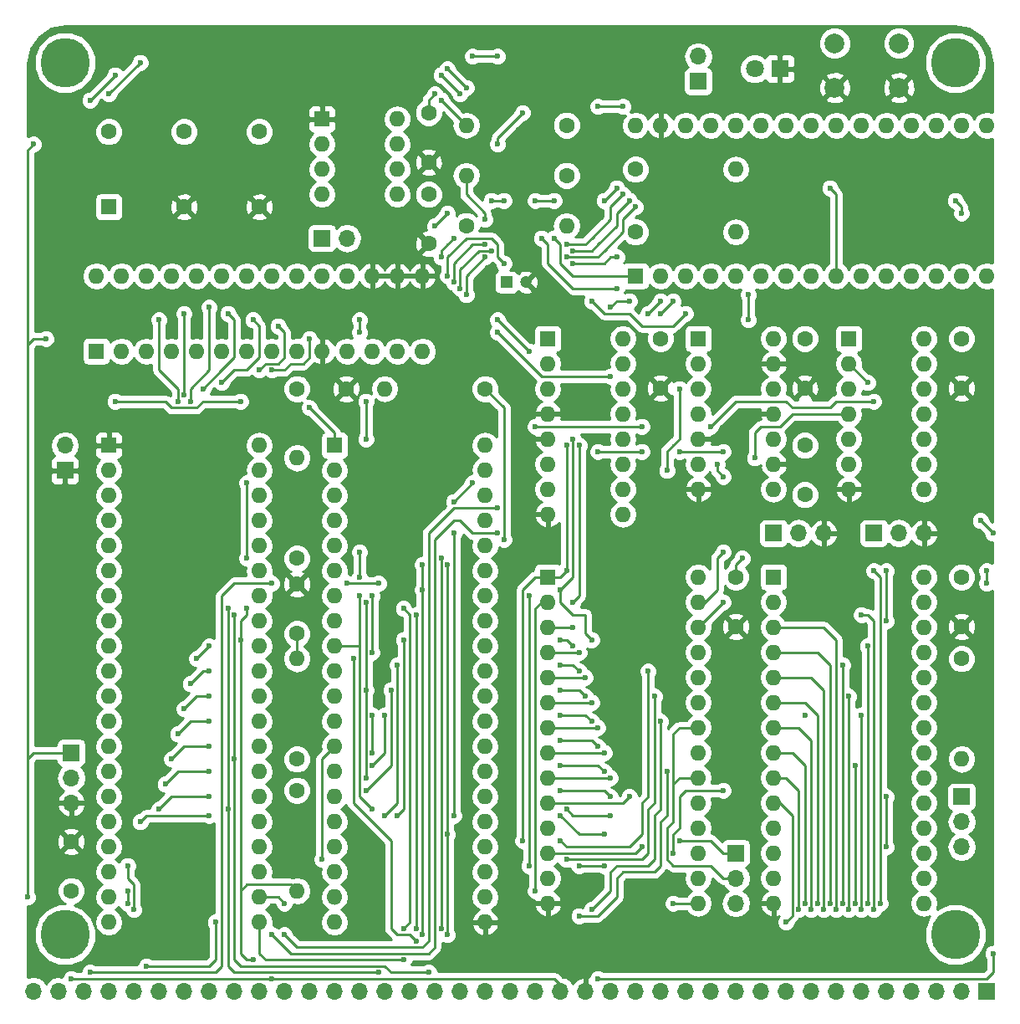
<source format=gbl>
G04 #@! TF.FileFunction,Copper,L2,Bot,Signal*
%FSLAX46Y46*%
G04 Gerber Fmt 4.6, Leading zero omitted, Abs format (unit mm)*
G04 Created by KiCad (PCBNEW 4.0.7) date 01/22/20 20:09:16*
%MOMM*%
%LPD*%
G01*
G04 APERTURE LIST*
%ADD10C,0.100000*%
%ADD11R,1.600000X1.600000*%
%ADD12O,1.600000X1.600000*%
%ADD13C,1.600000*%
%ADD14R,1.700000X1.700000*%
%ADD15O,1.700000X1.700000*%
%ADD16C,2.000000*%
%ADD17R,1.200000X1.200000*%
%ADD18C,1.200000*%
%ADD19C,5.000000*%
%ADD20R,1.800000X1.800000*%
%ADD21C,1.800000*%
%ADD22C,0.600000*%
%ADD23C,0.250000*%
%ADD24C,0.254000*%
G04 APERTURE END LIST*
D10*
D11*
X192405000Y-95885000D03*
D12*
X207645000Y-128905000D03*
X192405000Y-98425000D03*
X207645000Y-126365000D03*
X192405000Y-100965000D03*
X207645000Y-123825000D03*
X192405000Y-103505000D03*
X207645000Y-121285000D03*
X192405000Y-106045000D03*
X207645000Y-118745000D03*
X192405000Y-108585000D03*
X207645000Y-116205000D03*
X192405000Y-111125000D03*
X207645000Y-113665000D03*
X192405000Y-113665000D03*
X207645000Y-111125000D03*
X192405000Y-116205000D03*
X207645000Y-108585000D03*
X192405000Y-118745000D03*
X207645000Y-106045000D03*
X192405000Y-121285000D03*
X207645000Y-103505000D03*
X192405000Y-123825000D03*
X207645000Y-100965000D03*
X192405000Y-126365000D03*
X207645000Y-98425000D03*
X192405000Y-128905000D03*
X207645000Y-95885000D03*
D11*
X147955000Y-82550000D03*
D12*
X163195000Y-130810000D03*
X147955000Y-85090000D03*
X163195000Y-128270000D03*
X147955000Y-87630000D03*
X163195000Y-125730000D03*
X147955000Y-90170000D03*
X163195000Y-123190000D03*
X147955000Y-92710000D03*
X163195000Y-120650000D03*
X147955000Y-95250000D03*
X163195000Y-118110000D03*
X147955000Y-97790000D03*
X163195000Y-115570000D03*
X147955000Y-100330000D03*
X163195000Y-113030000D03*
X147955000Y-102870000D03*
X163195000Y-110490000D03*
X147955000Y-105410000D03*
X163195000Y-107950000D03*
X147955000Y-107950000D03*
X163195000Y-105410000D03*
X147955000Y-110490000D03*
X163195000Y-102870000D03*
X147955000Y-113030000D03*
X163195000Y-100330000D03*
X147955000Y-115570000D03*
X163195000Y-97790000D03*
X147955000Y-118110000D03*
X163195000Y-95250000D03*
X147955000Y-120650000D03*
X163195000Y-92710000D03*
X147955000Y-123190000D03*
X163195000Y-90170000D03*
X147955000Y-125730000D03*
X163195000Y-87630000D03*
X147955000Y-128270000D03*
X163195000Y-85090000D03*
X147955000Y-130810000D03*
X163195000Y-82550000D03*
D11*
X184785000Y-71755000D03*
D12*
X192405000Y-86995000D03*
X184785000Y-74295000D03*
X192405000Y-84455000D03*
X184785000Y-76835000D03*
X192405000Y-81915000D03*
X184785000Y-79375000D03*
X192405000Y-79375000D03*
X184785000Y-81915000D03*
X192405000Y-76835000D03*
X184785000Y-84455000D03*
X192405000Y-74295000D03*
X184785000Y-86995000D03*
X192405000Y-71755000D03*
D13*
X144145000Y-101600000D03*
X144145000Y-96600000D03*
X188595000Y-95885000D03*
X188595000Y-100885000D03*
X211455000Y-95885000D03*
X211455000Y-100885000D03*
X211455000Y-71755000D03*
X211455000Y-76755000D03*
X157480000Y-57150000D03*
X157480000Y-62150000D03*
X195580000Y-71755000D03*
X195580000Y-76755000D03*
X121285000Y-127635000D03*
X121285000Y-122635000D03*
X144145000Y-76835000D03*
X149145000Y-76835000D03*
X157480000Y-48895000D03*
X157480000Y-53895000D03*
D11*
X178435000Y-65405000D03*
D12*
X211455000Y-50165000D03*
X180975000Y-65405000D03*
X208915000Y-50165000D03*
X183515000Y-65405000D03*
X206375000Y-50165000D03*
X186055000Y-65405000D03*
X203835000Y-50165000D03*
X188595000Y-65405000D03*
X201295000Y-50165000D03*
X191135000Y-65405000D03*
X198755000Y-50165000D03*
X193675000Y-65405000D03*
X196215000Y-50165000D03*
X196215000Y-65405000D03*
X193675000Y-50165000D03*
X198755000Y-65405000D03*
X191135000Y-50165000D03*
X201295000Y-65405000D03*
X188595000Y-50165000D03*
X203835000Y-65405000D03*
X186055000Y-50165000D03*
X206375000Y-65405000D03*
X183515000Y-50165000D03*
X208915000Y-65405000D03*
X180975000Y-50165000D03*
X211455000Y-65405000D03*
X178435000Y-50165000D03*
X213995000Y-65405000D03*
X213995000Y-50165000D03*
D14*
X213995000Y-137795000D03*
D15*
X211455000Y-137795000D03*
X208915000Y-137795000D03*
X206375000Y-137795000D03*
X203835000Y-137795000D03*
X201295000Y-137795000D03*
X198755000Y-137795000D03*
X196215000Y-137795000D03*
X193675000Y-137795000D03*
X191135000Y-137795000D03*
X188595000Y-137795000D03*
X186055000Y-137795000D03*
X183515000Y-137795000D03*
X180975000Y-137795000D03*
X178435000Y-137795000D03*
X175895000Y-137795000D03*
X173355000Y-137795000D03*
X170815000Y-137795000D03*
X168275000Y-137795000D03*
X165735000Y-137795000D03*
X163195000Y-137795000D03*
X160655000Y-137795000D03*
X158115000Y-137795000D03*
X155575000Y-137795000D03*
X153035000Y-137795000D03*
X150495000Y-137795000D03*
X147955000Y-137795000D03*
X145415000Y-137795000D03*
X142875000Y-137795000D03*
X140335000Y-137795000D03*
X137795000Y-137795000D03*
X135255000Y-137795000D03*
X132715000Y-137795000D03*
X130175000Y-137795000D03*
X127635000Y-137795000D03*
X125095000Y-137795000D03*
X122555000Y-137795000D03*
X120015000Y-137795000D03*
X117475000Y-137795000D03*
D13*
X211455000Y-104140000D03*
D12*
X211455000Y-114300000D03*
D13*
X171450000Y-50165000D03*
D12*
X161290000Y-50165000D03*
D13*
X171450000Y-55245000D03*
D12*
X161290000Y-55245000D03*
D13*
X161290000Y-60325000D03*
D12*
X171450000Y-60325000D03*
D13*
X178435000Y-54610000D03*
D12*
X188595000Y-54610000D03*
D13*
X144145000Y-117475000D03*
D12*
X144145000Y-127635000D03*
D13*
X144145000Y-114300000D03*
D12*
X144145000Y-104140000D03*
D13*
X144145000Y-93980000D03*
D12*
X144145000Y-83820000D03*
D13*
X178435000Y-60960000D03*
D12*
X188595000Y-60960000D03*
D16*
X205105000Y-41855000D03*
X205105000Y-46355000D03*
X198605000Y-41855000D03*
X198605000Y-46355000D03*
D11*
X169545000Y-95885000D03*
D12*
X184785000Y-128905000D03*
X169545000Y-98425000D03*
X184785000Y-126365000D03*
X169545000Y-100965000D03*
X184785000Y-123825000D03*
X169545000Y-103505000D03*
X184785000Y-121285000D03*
X169545000Y-106045000D03*
X184785000Y-118745000D03*
X169545000Y-108585000D03*
X184785000Y-116205000D03*
X169545000Y-111125000D03*
X184785000Y-113665000D03*
X169545000Y-113665000D03*
X184785000Y-111125000D03*
X169545000Y-116205000D03*
X184785000Y-108585000D03*
X169545000Y-118745000D03*
X184785000Y-106045000D03*
X169545000Y-121285000D03*
X184785000Y-103505000D03*
X169545000Y-123825000D03*
X184785000Y-100965000D03*
X169545000Y-126365000D03*
X184785000Y-98425000D03*
X169545000Y-128905000D03*
X184785000Y-95885000D03*
D11*
X200025000Y-71755000D03*
D12*
X207645000Y-86995000D03*
X200025000Y-74295000D03*
X207645000Y-84455000D03*
X200025000Y-76835000D03*
X207645000Y-81915000D03*
X200025000Y-79375000D03*
X207645000Y-79375000D03*
X200025000Y-81915000D03*
X207645000Y-76835000D03*
X200025000Y-84455000D03*
X207645000Y-74295000D03*
X200025000Y-86995000D03*
X207645000Y-71755000D03*
D11*
X125095000Y-82550000D03*
D12*
X140335000Y-130810000D03*
X125095000Y-85090000D03*
X140335000Y-128270000D03*
X125095000Y-87630000D03*
X140335000Y-125730000D03*
X125095000Y-90170000D03*
X140335000Y-123190000D03*
X125095000Y-92710000D03*
X140335000Y-120650000D03*
X125095000Y-95250000D03*
X140335000Y-118110000D03*
X125095000Y-97790000D03*
X140335000Y-115570000D03*
X125095000Y-100330000D03*
X140335000Y-113030000D03*
X125095000Y-102870000D03*
X140335000Y-110490000D03*
X125095000Y-105410000D03*
X140335000Y-107950000D03*
X125095000Y-107950000D03*
X140335000Y-105410000D03*
X125095000Y-110490000D03*
X140335000Y-102870000D03*
X125095000Y-113030000D03*
X140335000Y-100330000D03*
X125095000Y-115570000D03*
X140335000Y-97790000D03*
X125095000Y-118110000D03*
X140335000Y-95250000D03*
X125095000Y-120650000D03*
X140335000Y-92710000D03*
X125095000Y-123190000D03*
X140335000Y-90170000D03*
X125095000Y-125730000D03*
X140335000Y-87630000D03*
X125095000Y-128270000D03*
X140335000Y-85090000D03*
X125095000Y-130810000D03*
X140335000Y-82550000D03*
D11*
X123825000Y-73025000D03*
D12*
X156845000Y-65405000D03*
X126365000Y-73025000D03*
X154305000Y-65405000D03*
X128905000Y-73025000D03*
X151765000Y-65405000D03*
X131445000Y-73025000D03*
X149225000Y-65405000D03*
X133985000Y-73025000D03*
X146685000Y-65405000D03*
X136525000Y-73025000D03*
X144145000Y-65405000D03*
X139065000Y-73025000D03*
X141605000Y-65405000D03*
X141605000Y-73025000D03*
X139065000Y-65405000D03*
X144145000Y-73025000D03*
X136525000Y-65405000D03*
X146685000Y-73025000D03*
X133985000Y-65405000D03*
X149225000Y-73025000D03*
X131445000Y-65405000D03*
X151765000Y-73025000D03*
X128905000Y-65405000D03*
X154305000Y-73025000D03*
X126365000Y-65405000D03*
X156845000Y-73025000D03*
X123825000Y-65405000D03*
D11*
X169545000Y-71755000D03*
D12*
X177165000Y-89535000D03*
X169545000Y-74295000D03*
X177165000Y-86995000D03*
X169545000Y-76835000D03*
X177165000Y-84455000D03*
X169545000Y-79375000D03*
X177165000Y-81915000D03*
X169545000Y-81915000D03*
X177165000Y-79375000D03*
X169545000Y-84455000D03*
X177165000Y-76835000D03*
X169545000Y-86995000D03*
X177165000Y-74295000D03*
X169545000Y-89535000D03*
X177165000Y-71755000D03*
D11*
X146685000Y-49530000D03*
D12*
X154305000Y-57150000D03*
X146685000Y-52070000D03*
X154305000Y-54610000D03*
X146685000Y-54610000D03*
X154305000Y-52070000D03*
X146685000Y-57150000D03*
X154305000Y-49530000D03*
D13*
X180975000Y-71755000D03*
X180975000Y-76755000D03*
D17*
X165354000Y-66040000D03*
D18*
X167354000Y-66040000D03*
D13*
X195580000Y-82550000D03*
X195580000Y-87550000D03*
D19*
X210820000Y-132080000D03*
X120650000Y-132080000D03*
X210820000Y-43815000D03*
X120650000Y-43815000D03*
D14*
X120650000Y-85090000D03*
D15*
X120650000Y-82550000D03*
D20*
X193040000Y-44450000D03*
D21*
X190500000Y-44450000D03*
D14*
X184785000Y-45720000D03*
D15*
X184785000Y-43180000D03*
D14*
X192405000Y-91440000D03*
D15*
X194945000Y-91440000D03*
X197485000Y-91440000D03*
D14*
X202565000Y-91440000D03*
D15*
X205105000Y-91440000D03*
X207645000Y-91440000D03*
D13*
X163195000Y-76835000D03*
D12*
X153035000Y-76835000D03*
D13*
X132715000Y-58420000D03*
X132715000Y-50800000D03*
D11*
X125095000Y-58420000D03*
D13*
X125095000Y-50800000D03*
X140335000Y-50800000D03*
X140335000Y-58420000D03*
D14*
X211455000Y-118110000D03*
D15*
X211455000Y-120650000D03*
X211455000Y-123190000D03*
D14*
X188595000Y-123825000D03*
D15*
X188595000Y-126365000D03*
X188595000Y-128905000D03*
D14*
X121285000Y-113665000D03*
D15*
X121285000Y-116205000D03*
X121285000Y-118745000D03*
D14*
X146685000Y-61595000D03*
D15*
X149225000Y-61595000D03*
D22*
X173990000Y-67945000D03*
X183515000Y-69215000D03*
X189865000Y-69850000D03*
X189865000Y-67310000D03*
X174625000Y-136525000D03*
X214630000Y-133985000D03*
X139065000Y-86360000D03*
X118745000Y-71755000D03*
X139065000Y-93980000D03*
X139065000Y-99060000D03*
X138430000Y-102235000D03*
X141605000Y-136525000D03*
X139700000Y-134620000D03*
X121285000Y-136525000D03*
X116840000Y-128270000D03*
X117475000Y-52070000D03*
X161925000Y-43180000D03*
X158115000Y-46990000D03*
X189230000Y-93980000D03*
X213360000Y-90170000D03*
X214630000Y-91440000D03*
X164465000Y-43180000D03*
X138430000Y-78105000D03*
X145415000Y-78740000D03*
X125730000Y-78105000D03*
X127635000Y-129540000D03*
X127000000Y-125095000D03*
X159385000Y-44450000D03*
X161290000Y-46355000D03*
X170180000Y-61595000D03*
X125095000Y-46990000D03*
X128270000Y-43815000D03*
X158750000Y-45085000D03*
X176530000Y-66675000D03*
X168910000Y-61595000D03*
X123190000Y-47625000D03*
X125730000Y-45085000D03*
X160655000Y-46990000D03*
X127000000Y-128905000D03*
X127000000Y-127635000D03*
X180975000Y-69215000D03*
X182245000Y-67945000D03*
X179705000Y-69215000D03*
X180975000Y-67945000D03*
X177800000Y-67945000D03*
X175895000Y-68580000D03*
X167005000Y-48895000D03*
X174625000Y-48260000D03*
X177165000Y-48260000D03*
X164465000Y-52070000D03*
X158750000Y-63500000D03*
X160020000Y-61595000D03*
X172085000Y-64135000D03*
X165100000Y-64135000D03*
X159385000Y-65405000D03*
X176530000Y-63500000D03*
X210820000Y-57785000D03*
X177800000Y-57785000D03*
X172085000Y-62865000D03*
X163830000Y-62865000D03*
X160655000Y-66675000D03*
X211455000Y-59055000D03*
X178435000Y-58420000D03*
X171450000Y-63500000D03*
X163195000Y-63500000D03*
X161290000Y-67310000D03*
X177165000Y-57150000D03*
X171450000Y-62230000D03*
X163195000Y-62230000D03*
X160020000Y-66040000D03*
X182880000Y-122555000D03*
X175260000Y-121920000D03*
X170815000Y-120015000D03*
X161925000Y-86360000D03*
X160020000Y-88265000D03*
X160020000Y-91440000D03*
X160020000Y-120015000D03*
X203200000Y-128905000D03*
X171450000Y-95250000D03*
X202565000Y-95250000D03*
X167005000Y-122555000D03*
X171450000Y-82550000D03*
X167640000Y-97790000D03*
X167640000Y-125095000D03*
X201295000Y-99695000D03*
X202565000Y-129540000D03*
X187325000Y-98425000D03*
X173990000Y-102235000D03*
X172085000Y-81915000D03*
X170815000Y-97155000D03*
X168275000Y-127635000D03*
X201930000Y-128905000D03*
X201930000Y-102870000D03*
X172720000Y-82550000D03*
X172085000Y-98425000D03*
X180975000Y-110490000D03*
X173990000Y-129540000D03*
X201295000Y-109855000D03*
X195580000Y-109855000D03*
X201295000Y-129540000D03*
X172720000Y-130175000D03*
X200660000Y-128905000D03*
X181610000Y-115570000D03*
X200660000Y-114935000D03*
X171450000Y-124460000D03*
X200025000Y-107950000D03*
X200025000Y-129540000D03*
X180340000Y-107950000D03*
X170815000Y-122555000D03*
X179705000Y-105410000D03*
X199390000Y-104775000D03*
X199390000Y-128905000D03*
X198755000Y-129540000D03*
X172085000Y-100965000D03*
X154305000Y-120015000D03*
X154940000Y-102235000D03*
X198120000Y-128905000D03*
X153035000Y-120015000D03*
X154305000Y-104775000D03*
X172720000Y-103505000D03*
X197485000Y-129540000D03*
X151130000Y-117475000D03*
X153670000Y-107315000D03*
X173355000Y-106045000D03*
X142875000Y-128905000D03*
X146685000Y-124460000D03*
X196850000Y-128905000D03*
X151765000Y-114935000D03*
X153035000Y-109855000D03*
X173990000Y-108585000D03*
X196215000Y-129540000D03*
X174625000Y-111125000D03*
X195580000Y-128905000D03*
X151765000Y-109855000D03*
X151765000Y-113665000D03*
X175260000Y-113665000D03*
X194945000Y-129540000D03*
X151130000Y-98425000D03*
X151130000Y-107315000D03*
X151130000Y-116205000D03*
X175895000Y-116205000D03*
X193675000Y-130810000D03*
X177800000Y-118110000D03*
X150495000Y-95885000D03*
X150495000Y-93345000D03*
X150495000Y-97790000D03*
X151765000Y-119380000D03*
X159385000Y-94615000D03*
X186055000Y-80645000D03*
X179070000Y-83185000D03*
X174625000Y-83185000D03*
X202565000Y-78105000D03*
X159385000Y-121920000D03*
X159385000Y-132080000D03*
X164465000Y-69850000D03*
X167640000Y-73025000D03*
X179070000Y-80645000D03*
X168275000Y-80645000D03*
X152400000Y-96520000D03*
X149225000Y-96520000D03*
X158750000Y-131445000D03*
X158750000Y-93980000D03*
X150495000Y-69850000D03*
X150495000Y-71120000D03*
X158115000Y-60325000D03*
X159385000Y-59055000D03*
X170180000Y-57785000D03*
X168275000Y-57785000D03*
X165100000Y-57785000D03*
X163830000Y-57785000D03*
X198120000Y-56515000D03*
X176530000Y-56515000D03*
X175260000Y-57785000D03*
X151130000Y-78105000D03*
X156845000Y-94615000D03*
X151130000Y-81915000D03*
X156845000Y-132080000D03*
X156845000Y-97155000D03*
X157480000Y-135890000D03*
X137795000Y-114300000D03*
X137795000Y-99695000D03*
X154940000Y-134620000D03*
X156210000Y-99695000D03*
X156210000Y-131445000D03*
X152400000Y-135890000D03*
X137160000Y-119380000D03*
X137160000Y-99060000D03*
X154940000Y-99060000D03*
X154940000Y-131445000D03*
X171450000Y-119380000D03*
X175895000Y-120015000D03*
X179070000Y-123190000D03*
X170815000Y-102235000D03*
X172085000Y-102870000D03*
X133985000Y-104140000D03*
X135255000Y-102870000D03*
X172720000Y-125095000D03*
X175260000Y-125095000D03*
X172720000Y-105410000D03*
X170815000Y-104775000D03*
X133350000Y-106680000D03*
X135255000Y-105410000D03*
X182245000Y-128905000D03*
X173355000Y-107950000D03*
X170815000Y-107315000D03*
X132715000Y-109220000D03*
X135255000Y-107950000D03*
X173990000Y-110490000D03*
X170815000Y-109855000D03*
X132080000Y-111760000D03*
X135255000Y-110490000D03*
X182245000Y-123825000D03*
X187325000Y-117475000D03*
X203835000Y-118110000D03*
X203835000Y-123190000D03*
X170815000Y-112395000D03*
X174625000Y-113030000D03*
X135255000Y-113030000D03*
X131445000Y-114300000D03*
X175260000Y-115570000D03*
X170815000Y-114935000D03*
X130810000Y-116840000D03*
X135255000Y-115570000D03*
X170815000Y-117475000D03*
X175895000Y-118110000D03*
X130175000Y-119380000D03*
X135255000Y-118110000D03*
X123190000Y-135890000D03*
X141605000Y-96520000D03*
X203835000Y-95250000D03*
X203835000Y-100330000D03*
X142875000Y-132080000D03*
X164465000Y-88900000D03*
X213995000Y-96520000D03*
X213995000Y-95250000D03*
X201930000Y-76200000D03*
X130175000Y-69850000D03*
X132080000Y-78105000D03*
X132715000Y-69215000D03*
X132715000Y-77470000D03*
X135255000Y-68580000D03*
X133350000Y-78105000D03*
X137160000Y-69215000D03*
X134620000Y-76835000D03*
X139700000Y-69850000D03*
X136525000Y-76200000D03*
X142240000Y-70485000D03*
X140335000Y-74930000D03*
X141605000Y-74930000D03*
X145415000Y-71755000D03*
X187325000Y-93345000D03*
X190500000Y-83820000D03*
X187325000Y-83185000D03*
X182880000Y-83185000D03*
X175895000Y-75565000D03*
X164465000Y-71120000D03*
X135890000Y-130810000D03*
X141605000Y-132080000D03*
X128905000Y-135255000D03*
X182880000Y-76835000D03*
X181610000Y-85090000D03*
X164465000Y-91440000D03*
X158750000Y-47625000D03*
X163195000Y-59690000D03*
X187325000Y-85725000D03*
X186690000Y-84455000D03*
X165100000Y-92075000D03*
X128270000Y-120650000D03*
X135255000Y-120015000D03*
X156210000Y-132715000D03*
X149860000Y-104140000D03*
X151765000Y-103505000D03*
X151765000Y-97790000D03*
D23*
X175260000Y-69215000D02*
X173990000Y-67945000D01*
X177800000Y-69215000D02*
X175260000Y-69215000D01*
X179070000Y-70485000D02*
X177800000Y-69215000D01*
X182245000Y-70485000D02*
X179070000Y-70485000D01*
X183515000Y-69215000D02*
X182245000Y-70485000D01*
X189865000Y-69850000D02*
X189865000Y-67310000D01*
X174625000Y-136525000D02*
X176530000Y-136525000D01*
X176530000Y-136525000D02*
X213995000Y-136525000D01*
X170815000Y-137795000D02*
X170815000Y-137160000D01*
X153035000Y-136525000D02*
X170180000Y-136525000D01*
X214630000Y-135255000D02*
X214630000Y-133985000D01*
X213995000Y-136525000D02*
X214630000Y-135890000D01*
X214630000Y-135890000D02*
X214630000Y-135255000D01*
X139065000Y-87630000D02*
X139065000Y-86360000D01*
X117475000Y-71755000D02*
X116840000Y-72390000D01*
X118745000Y-71755000D02*
X117475000Y-71755000D01*
X138430000Y-102235000D02*
X138430000Y-100330000D01*
X139065000Y-93980000D02*
X139065000Y-87630000D01*
X139065000Y-99695000D02*
X139065000Y-99060000D01*
X138430000Y-100330000D02*
X139065000Y-99695000D01*
X138430000Y-127635000D02*
X138430000Y-102235000D01*
X144145000Y-101600000D02*
X144145000Y-104140000D01*
X139065000Y-127000000D02*
X143510000Y-127000000D01*
X139065000Y-127000000D02*
X138430000Y-127635000D01*
X138430000Y-133985000D02*
X138430000Y-127635000D01*
X139065000Y-134620000D02*
X138430000Y-133985000D01*
X139700000Y-134620000D02*
X139065000Y-134620000D01*
X141605000Y-136525000D02*
X121285000Y-136525000D01*
X116840000Y-114300000D02*
X116840000Y-79375000D01*
X116840000Y-79375000D02*
X116840000Y-72390000D01*
X116840000Y-72390000D02*
X116840000Y-52705000D01*
X116840000Y-52705000D02*
X117475000Y-52070000D01*
X117475000Y-113665000D02*
X118745000Y-113665000D01*
X116840000Y-114300000D02*
X117475000Y-113665000D01*
X116840000Y-128270000D02*
X116840000Y-114300000D01*
X153035000Y-136525000D02*
X149225000Y-136525000D01*
X149225000Y-136525000D02*
X141605000Y-136525000D01*
X157480000Y-47625000D02*
X158115000Y-46990000D01*
X157480000Y-48895000D02*
X157480000Y-47625000D01*
X188595000Y-95885000D02*
X188595000Y-94615000D01*
X188595000Y-94615000D02*
X189230000Y-93980000D01*
X213360000Y-90170000D02*
X214630000Y-91440000D01*
X143510000Y-127000000D02*
X144145000Y-127635000D01*
X164465000Y-43180000D02*
X161925000Y-43180000D01*
X121285000Y-113665000D02*
X118745000Y-113665000D01*
X170815000Y-137160000D02*
X170180000Y-136525000D01*
X136525000Y-78105000D02*
X134620000Y-78105000D01*
X130810000Y-78105000D02*
X128905000Y-78105000D01*
X131445000Y-78740000D02*
X130810000Y-78105000D01*
X133985000Y-78740000D02*
X131445000Y-78740000D01*
X134620000Y-78105000D02*
X133985000Y-78740000D01*
X136525000Y-78105000D02*
X138430000Y-78105000D01*
X147955000Y-81280000D02*
X145415000Y-78740000D01*
X147955000Y-82550000D02*
X147955000Y-81280000D01*
X128905000Y-78105000D02*
X125730000Y-78105000D01*
X127635000Y-127000000D02*
X127000000Y-126365000D01*
X127635000Y-129540000D02*
X127635000Y-127000000D01*
X127000000Y-126365000D02*
X127000000Y-125095000D01*
X161290000Y-46355000D02*
X159385000Y-44450000D01*
X172085000Y-65405000D02*
X178435000Y-65405000D01*
X170815000Y-64135000D02*
X172085000Y-65405000D01*
X170815000Y-62230000D02*
X170815000Y-64135000D01*
X170180000Y-61595000D02*
X170815000Y-62230000D01*
X125095000Y-46990000D02*
X128270000Y-43815000D01*
X172720000Y-66675000D02*
X172085000Y-66675000D01*
X176530000Y-66675000D02*
X172720000Y-66675000D01*
X168910000Y-61595000D02*
X169545000Y-62230000D01*
X169545000Y-62230000D02*
X169545000Y-64135000D01*
X169545000Y-64135000D02*
X172085000Y-66675000D01*
X123190000Y-47625000D02*
X125730000Y-45085000D01*
X160655000Y-46990000D02*
X158750000Y-45085000D01*
X127000000Y-128905000D02*
X127000000Y-127635000D01*
X180975000Y-69215000D02*
X182245000Y-67945000D01*
X179705000Y-69215000D02*
X180975000Y-67945000D01*
X176530000Y-67945000D02*
X177800000Y-67945000D01*
X175895000Y-68580000D02*
X176530000Y-67945000D01*
X164465000Y-52070000D02*
X164465000Y-51435000D01*
X177165000Y-48260000D02*
X174625000Y-48260000D01*
X167005000Y-48895000D02*
X164465000Y-51435000D01*
X158750000Y-63500000D02*
X158750000Y-62865000D01*
X159385000Y-62230000D02*
X160020000Y-61595000D01*
X159385000Y-62230000D02*
X158750000Y-62865000D01*
X175260000Y-64135000D02*
X172085000Y-64135000D01*
X165100000Y-64135000D02*
X164465000Y-63500000D01*
X164465000Y-63500000D02*
X164465000Y-62230000D01*
X164465000Y-62230000D02*
X163830000Y-61595000D01*
X162560000Y-61595000D02*
X163830000Y-61595000D01*
X159385000Y-65405000D02*
X159385000Y-63500000D01*
X159385000Y-63500000D02*
X161290000Y-61595000D01*
X161290000Y-61595000D02*
X162560000Y-61595000D01*
X175260000Y-64135000D02*
X175895000Y-63500000D01*
X175895000Y-63500000D02*
X176530000Y-63500000D01*
X176530000Y-59055000D02*
X177800000Y-57785000D01*
X211455000Y-58420000D02*
X211455000Y-59055000D01*
X210820000Y-57785000D02*
X211455000Y-58420000D01*
X174625000Y-62230000D02*
X173990000Y-62865000D01*
X173990000Y-62865000D02*
X172085000Y-62865000D01*
X162560000Y-62865000D02*
X163830000Y-62865000D01*
X160655000Y-64770000D02*
X162560000Y-62865000D01*
X160655000Y-66675000D02*
X160655000Y-64770000D01*
X176530000Y-60325000D02*
X176530000Y-59055000D01*
X174625000Y-62230000D02*
X176530000Y-60325000D01*
X177165000Y-59690000D02*
X178435000Y-58420000D01*
X175260000Y-62865000D02*
X174625000Y-63500000D01*
X174625000Y-63500000D02*
X171450000Y-63500000D01*
X175260000Y-62865000D02*
X177165000Y-60960000D01*
X177165000Y-60960000D02*
X177165000Y-59690000D01*
X163195000Y-63500000D02*
X163195000Y-63500000D01*
X161290000Y-65405000D02*
X163195000Y-63500000D01*
X161290000Y-67310000D02*
X161290000Y-65405000D01*
X175895000Y-58420000D02*
X177165000Y-57150000D01*
X173990000Y-61595000D02*
X173355000Y-62230000D01*
X173355000Y-62230000D02*
X171450000Y-62230000D01*
X161925000Y-62230000D02*
X163195000Y-62230000D01*
X160020000Y-64135000D02*
X161925000Y-62230000D01*
X160020000Y-66040000D02*
X160020000Y-64135000D01*
X175895000Y-59690000D02*
X175895000Y-58420000D01*
X173990000Y-61595000D02*
X175895000Y-59690000D01*
X188595000Y-123825000D02*
X187325000Y-123825000D01*
X187325000Y-123825000D02*
X186055000Y-122555000D01*
X183515000Y-122555000D02*
X182880000Y-122555000D01*
X186055000Y-122555000D02*
X184150000Y-122555000D01*
X184150000Y-122555000D02*
X183515000Y-122555000D01*
X170815000Y-120015000D02*
X172720000Y-121920000D01*
X173355000Y-121920000D02*
X172720000Y-121920000D01*
X173355000Y-121920000D02*
X175260000Y-121920000D01*
X161925000Y-86360000D02*
X160020000Y-88265000D01*
X160020000Y-91440000D02*
X160020000Y-92075000D01*
X160020000Y-120015000D02*
X160020000Y-92075000D01*
X203200000Y-118745000D02*
X203200000Y-128905000D01*
X203200000Y-102870000D02*
X203200000Y-114935000D01*
X203200000Y-118745000D02*
X203200000Y-114935000D01*
X203200000Y-102870000D02*
X203200000Y-101600000D01*
X203200000Y-95885000D02*
X202565000Y-95250000D01*
X203200000Y-101600000D02*
X203200000Y-95885000D01*
X168275000Y-95885000D02*
X167005000Y-97155000D01*
X167005000Y-97155000D02*
X167005000Y-122555000D01*
X168275000Y-95885000D02*
X169545000Y-95885000D01*
X171450000Y-95250000D02*
X171450000Y-93980000D01*
X169545000Y-95885000D02*
X170815000Y-95885000D01*
X170815000Y-95885000D02*
X171450000Y-95250000D01*
X171450000Y-82550000D02*
X171450000Y-93980000D01*
X167640000Y-125095000D02*
X167640000Y-97790000D01*
X202565000Y-102235000D02*
X202565000Y-100330000D01*
X201930000Y-99695000D02*
X201295000Y-99695000D01*
X202565000Y-100330000D02*
X201930000Y-99695000D01*
X202565000Y-115570000D02*
X202565000Y-119380000D01*
X202565000Y-119380000D02*
X202565000Y-129540000D01*
X202565000Y-102235000D02*
X202565000Y-115570000D01*
X187325000Y-98425000D02*
X184785000Y-100965000D01*
X173355000Y-99695000D02*
X172085000Y-99695000D01*
X173990000Y-102235000D02*
X173355000Y-101600000D01*
X173355000Y-101600000D02*
X173355000Y-99695000D01*
X170815000Y-98425000D02*
X170815000Y-97155000D01*
X172085000Y-99695000D02*
X170815000Y-98425000D01*
X172085000Y-95885000D02*
X170815000Y-97155000D01*
X172085000Y-81915000D02*
X172085000Y-95885000D01*
X168275000Y-99060000D02*
X168275000Y-127635000D01*
X201930000Y-118745000D02*
X201930000Y-114935000D01*
X201930000Y-102870000D02*
X201930000Y-110490000D01*
X201930000Y-110490000D02*
X201930000Y-114935000D01*
X201930000Y-118745000D02*
X201930000Y-128905000D01*
X172720000Y-97155000D02*
X172720000Y-97790000D01*
X172720000Y-82550000D02*
X172720000Y-97155000D01*
X172720000Y-97790000D02*
X172085000Y-98425000D01*
X168275000Y-99060000D02*
X168910000Y-98425000D01*
X168910000Y-98425000D02*
X169545000Y-98425000D01*
X180340000Y-120650000D02*
X180340000Y-120015000D01*
X180340000Y-120015000D02*
X180975000Y-119380000D01*
X175895000Y-125730000D02*
X176530000Y-125095000D01*
X180340000Y-124460000D02*
X180340000Y-120650000D01*
X179705000Y-125095000D02*
X180340000Y-124460000D01*
X176530000Y-125095000D02*
X179705000Y-125095000D01*
X180975000Y-110490000D02*
X180975000Y-119380000D01*
X175895000Y-127635000D02*
X173990000Y-129540000D01*
X175895000Y-125730000D02*
X175895000Y-127635000D01*
X201295000Y-113030000D02*
X201295000Y-109855000D01*
X201295000Y-115570000D02*
X201295000Y-119380000D01*
X201295000Y-113030000D02*
X201295000Y-115570000D01*
X201295000Y-119380000D02*
X201295000Y-129540000D01*
X180975000Y-121285000D02*
X180975000Y-120650000D01*
X180975000Y-120650000D02*
X181610000Y-120015000D01*
X180975000Y-121285000D02*
X180975000Y-125095000D01*
X177165000Y-125730000D02*
X176530000Y-126365000D01*
X180340000Y-125730000D02*
X177165000Y-125730000D01*
X180975000Y-125095000D02*
X180340000Y-125730000D01*
X174625000Y-130175000D02*
X176530000Y-128270000D01*
X172720000Y-130175000D02*
X174625000Y-130175000D01*
X176530000Y-128270000D02*
X176530000Y-126365000D01*
X200660000Y-118745000D02*
X200660000Y-114935000D01*
X147955000Y-128905000D02*
X147955000Y-128270000D01*
X200660000Y-118745000D02*
X200660000Y-128905000D01*
X181610000Y-115570000D02*
X181610000Y-120015000D01*
X179705000Y-120015000D02*
X179705000Y-119380000D01*
X179705000Y-119380000D02*
X180340000Y-118745000D01*
X172085000Y-124460000D02*
X171450000Y-124460000D01*
X179705000Y-120015000D02*
X179705000Y-123825000D01*
X179070000Y-124460000D02*
X172085000Y-124460000D01*
X179705000Y-123825000D02*
X179070000Y-124460000D01*
X180340000Y-118745000D02*
X180340000Y-118110000D01*
X200025000Y-107950000D02*
X200025000Y-119380000D01*
X200025000Y-119380000D02*
X200025000Y-129540000D01*
X180340000Y-107950000D02*
X180340000Y-118110000D01*
X178435000Y-122555000D02*
X177800000Y-123190000D01*
X177800000Y-123190000D02*
X177165000Y-123190000D01*
X179070000Y-121285000D02*
X179070000Y-121920000D01*
X179070000Y-121920000D02*
X178435000Y-122555000D01*
X179070000Y-119380000D02*
X179070000Y-118745000D01*
X179070000Y-118745000D02*
X179705000Y-118110000D01*
X175895000Y-123190000D02*
X177165000Y-123190000D01*
X171450000Y-123190000D02*
X170815000Y-122555000D01*
X175895000Y-123190000D02*
X171450000Y-123190000D01*
X179070000Y-119380000D02*
X179070000Y-121285000D01*
X179705000Y-118110000D02*
X179705000Y-117475000D01*
X179705000Y-105410000D02*
X179705000Y-117475000D01*
X199390000Y-118745000D02*
X199390000Y-104775000D01*
X199390000Y-128905000D02*
X199390000Y-118745000D01*
X198755000Y-119380000D02*
X198755000Y-102235000D01*
X197485000Y-100965000D02*
X192405000Y-100965000D01*
X198755000Y-102235000D02*
X197485000Y-100965000D01*
X198755000Y-128905000D02*
X198755000Y-129540000D01*
X198755000Y-128905000D02*
X198755000Y-119380000D01*
X169545000Y-100965000D02*
X172085000Y-100965000D01*
X154940000Y-119380000D02*
X154305000Y-120015000D01*
X154940000Y-118745000D02*
X154940000Y-119380000D01*
X154940000Y-102235000D02*
X154940000Y-118745000D01*
X192405000Y-103505000D02*
X196850000Y-103505000D01*
X198120000Y-104775000D02*
X198120000Y-118745000D01*
X196850000Y-103505000D02*
X198120000Y-104775000D01*
X198120000Y-128905000D02*
X198120000Y-118745000D01*
X154305000Y-118745000D02*
X153035000Y-120015000D01*
X154305000Y-104775000D02*
X154305000Y-118745000D01*
X169545000Y-103505000D02*
X172720000Y-103505000D01*
X197485000Y-119380000D02*
X197485000Y-107315000D01*
X196215000Y-106045000D02*
X192405000Y-106045000D01*
X197485000Y-107315000D02*
X196215000Y-106045000D01*
X197485000Y-119380000D02*
X197485000Y-128905000D01*
X197485000Y-129540000D02*
X197485000Y-128905000D01*
X151130000Y-117475000D02*
X153670000Y-114935000D01*
X153670000Y-114935000D02*
X153670000Y-107315000D01*
X169545000Y-106045000D02*
X173355000Y-106045000D01*
X146685000Y-121920000D02*
X146685000Y-124460000D01*
X146685000Y-114300000D02*
X146685000Y-121920000D01*
X196850000Y-118745000D02*
X196850000Y-109855000D01*
X195580000Y-108585000D02*
X192405000Y-108585000D01*
X196850000Y-109855000D02*
X195580000Y-108585000D01*
X142240000Y-128270000D02*
X142875000Y-128905000D01*
X140335000Y-128270000D02*
X142240000Y-128270000D01*
X146685000Y-114300000D02*
X147955000Y-113030000D01*
X196850000Y-118745000D02*
X196850000Y-128905000D01*
X151765000Y-114935000D02*
X153035000Y-113665000D01*
X153035000Y-113665000D02*
X153035000Y-109855000D01*
X169545000Y-108585000D02*
X173990000Y-108585000D01*
X196215000Y-119380000D02*
X196215000Y-112395000D01*
X194945000Y-111125000D02*
X192405000Y-111125000D01*
X196215000Y-112395000D02*
X194945000Y-111125000D01*
X196215000Y-119380000D02*
X196215000Y-128905000D01*
X196215000Y-129540000D02*
X196215000Y-128905000D01*
X169545000Y-111125000D02*
X174625000Y-111125000D01*
X195580000Y-118745000D02*
X195580000Y-114935000D01*
X194310000Y-113665000D02*
X192405000Y-113665000D01*
X195580000Y-114935000D02*
X194310000Y-113665000D01*
X195580000Y-128905000D02*
X195580000Y-118745000D01*
X151765000Y-109855000D02*
X151765000Y-113665000D01*
X169545000Y-113665000D02*
X175260000Y-113665000D01*
X194945000Y-119380000D02*
X194945000Y-117475000D01*
X193675000Y-116205000D02*
X192405000Y-116205000D01*
X194945000Y-117475000D02*
X193675000Y-116205000D01*
X194945000Y-129540000D02*
X194945000Y-128905000D01*
X194945000Y-119380000D02*
X194945000Y-128905000D01*
X151130000Y-98425000D02*
X151130000Y-107315000D01*
X151130000Y-107315000D02*
X151130000Y-116205000D01*
X169545000Y-116205000D02*
X175895000Y-116205000D01*
X149225000Y-102870000D02*
X150495000Y-102870000D01*
X194310000Y-128270000D02*
X194310000Y-130175000D01*
X194310000Y-128270000D02*
X194310000Y-120015000D01*
X194310000Y-120015000D02*
X193040000Y-118745000D01*
X194310000Y-130175000D02*
X193675000Y-130810000D01*
X177165000Y-118745000D02*
X177800000Y-118110000D01*
X169545000Y-118745000D02*
X177165000Y-118745000D01*
X150495000Y-95885000D02*
X150495000Y-93345000D01*
X150495000Y-97790000D02*
X150495000Y-102870000D01*
X150495000Y-102870000D02*
X150495000Y-104140000D01*
X151765000Y-119380000D02*
X150495000Y-118110000D01*
X150495000Y-118110000D02*
X150495000Y-104140000D01*
X147955000Y-102870000D02*
X149225000Y-102870000D01*
X193040000Y-118745000D02*
X192405000Y-118745000D01*
X159385000Y-95250000D02*
X159385000Y-94615000D01*
X198755000Y-78105000D02*
X198120000Y-78740000D01*
X194310000Y-78740000D02*
X193675000Y-78105000D01*
X198120000Y-78740000D02*
X194310000Y-78740000D01*
X188595000Y-78105000D02*
X193675000Y-78105000D01*
X186055000Y-80645000D02*
X188595000Y-78105000D01*
X174625000Y-83185000D02*
X179070000Y-83185000D01*
X198755000Y-78105000D02*
X202565000Y-78105000D01*
X159385000Y-95250000D02*
X159385000Y-96520000D01*
X159385000Y-121920000D02*
X159385000Y-96520000D01*
X159385000Y-132080000D02*
X159385000Y-121920000D01*
X164465000Y-69850000D02*
X167640000Y-73025000D01*
X168275000Y-80645000D02*
X179070000Y-80645000D01*
X149225000Y-96520000D02*
X152400000Y-96520000D01*
X158750000Y-94615000D02*
X158750000Y-93980000D01*
X158750000Y-131445000D02*
X158750000Y-96520000D01*
X158750000Y-96520000D02*
X158750000Y-94615000D01*
X150495000Y-71120000D02*
X150495000Y-69850000D01*
X158115000Y-60325000D02*
X159385000Y-59055000D01*
X168275000Y-57785000D02*
X170180000Y-57785000D01*
X163830000Y-57785000D02*
X165100000Y-57785000D01*
X198755000Y-57150000D02*
X198755000Y-65405000D01*
X198120000Y-56515000D02*
X198755000Y-57150000D01*
X175260000Y-57785000D02*
X176530000Y-56515000D01*
X151130000Y-78740000D02*
X151130000Y-78105000D01*
X156845000Y-94615000D02*
X156845000Y-97155000D01*
X151130000Y-78740000D02*
X151130000Y-81915000D01*
X156845000Y-132080000D02*
X156845000Y-97155000D01*
X153670000Y-135890000D02*
X153035000Y-135255000D01*
X157480000Y-135890000D02*
X153670000Y-135890000D01*
X153035000Y-135255000D02*
X138430000Y-135255000D01*
X137795000Y-133350000D02*
X137795000Y-124460000D01*
X137795000Y-114300000D02*
X137795000Y-124460000D01*
X138430000Y-135255000D02*
X137795000Y-134620000D01*
X137795000Y-134620000D02*
X137795000Y-133350000D01*
X137795000Y-113665000D02*
X137795000Y-114300000D01*
X137795000Y-113665000D02*
X137795000Y-99695000D01*
X140335000Y-133350000D02*
X140335000Y-133985000D01*
X140970000Y-134620000D02*
X154940000Y-134620000D01*
X140335000Y-133985000D02*
X140970000Y-134620000D01*
X140335000Y-130810000D02*
X140335000Y-133350000D01*
X156210000Y-131445000D02*
X156210000Y-99695000D01*
X137160000Y-133985000D02*
X137160000Y-135255000D01*
X137795000Y-135890000D02*
X137160000Y-135255000D01*
X137795000Y-135890000D02*
X152400000Y-135890000D01*
X137160000Y-120015000D02*
X137160000Y-119380000D01*
X137160000Y-133985000D02*
X137160000Y-120015000D01*
X137160000Y-119380000D02*
X137160000Y-118745000D01*
X137160000Y-118745000D02*
X137160000Y-99060000D01*
X154940000Y-99060000D02*
X155575000Y-99695000D01*
X155575000Y-99695000D02*
X155575000Y-130810000D01*
X155575000Y-130810000D02*
X154940000Y-131445000D01*
X172085000Y-120015000D02*
X171450000Y-119380000D01*
X175895000Y-120015000D02*
X172085000Y-120015000D01*
X177800000Y-123825000D02*
X178435000Y-123825000D01*
X178435000Y-123825000D02*
X179070000Y-123190000D01*
X171450000Y-123825000D02*
X176530000Y-123825000D01*
X177800000Y-123825000D02*
X176530000Y-123825000D01*
X171450000Y-123825000D02*
X169545000Y-123825000D01*
X171450000Y-102235000D02*
X170815000Y-102235000D01*
X172085000Y-102870000D02*
X171450000Y-102235000D01*
X133985000Y-104140000D02*
X135255000Y-102870000D01*
X175260000Y-125095000D02*
X172720000Y-125095000D01*
X172085000Y-104775000D02*
X172720000Y-105410000D01*
X170815000Y-104775000D02*
X172085000Y-104775000D01*
X133350000Y-106680000D02*
X134620000Y-105410000D01*
X134620000Y-105410000D02*
X135255000Y-105410000D01*
X170815000Y-107315000D02*
X172720000Y-107315000D01*
X173355000Y-107950000D02*
X172720000Y-107315000D01*
X182245000Y-128905000D02*
X184785000Y-128905000D01*
X132715000Y-109220000D02*
X133985000Y-107950000D01*
X133985000Y-107950000D02*
X135255000Y-107950000D01*
X173355000Y-109855000D02*
X173990000Y-110490000D01*
X172720000Y-109855000D02*
X173355000Y-109855000D01*
X170815000Y-109855000D02*
X172720000Y-109855000D01*
X132080000Y-111760000D02*
X133350000Y-110490000D01*
X133350000Y-110490000D02*
X135255000Y-110490000D01*
X182245000Y-122555000D02*
X182245000Y-121920000D01*
X182245000Y-121920000D02*
X182880000Y-121285000D01*
X182245000Y-122555000D02*
X182245000Y-123825000D01*
X187325000Y-117475000D02*
X183515000Y-117475000D01*
X183515000Y-117475000D02*
X182880000Y-118110000D01*
X182880000Y-118110000D02*
X182880000Y-121285000D01*
X203835000Y-123190000D02*
X203835000Y-118110000D01*
X170815000Y-112395000D02*
X173990000Y-112395000D01*
X173990000Y-112395000D02*
X174625000Y-113030000D01*
X132715000Y-113030000D02*
X135255000Y-113030000D01*
X131445000Y-114300000D02*
X132715000Y-113030000D01*
X174625000Y-114935000D02*
X175260000Y-115570000D01*
X170815000Y-114935000D02*
X174625000Y-114935000D01*
X130810000Y-116840000D02*
X132080000Y-115570000D01*
X132080000Y-115570000D02*
X135255000Y-115570000D01*
X170815000Y-117475000D02*
X175260000Y-117475000D01*
X175260000Y-117475000D02*
X175895000Y-118110000D01*
X131445000Y-118110000D02*
X135255000Y-118110000D01*
X130175000Y-119380000D02*
X131445000Y-118110000D01*
X136525000Y-133985000D02*
X136525000Y-135255000D01*
X135890000Y-135890000D02*
X123190000Y-135890000D01*
X136525000Y-135255000D02*
X135890000Y-135890000D01*
X137795000Y-96520000D02*
X141605000Y-96520000D01*
X136525000Y-97790000D02*
X137795000Y-96520000D01*
X136525000Y-133985000D02*
X136525000Y-97790000D01*
X203835000Y-100330000D02*
X203835000Y-95250000D01*
X156845000Y-133350000D02*
X144145000Y-133350000D01*
X144145000Y-133350000D02*
X143510000Y-132715000D01*
X142875000Y-132080000D02*
X143510000Y-132715000D01*
X157480000Y-91440000D02*
X160020000Y-88900000D01*
X160020000Y-88900000D02*
X164465000Y-88900000D01*
X157480000Y-92710000D02*
X157480000Y-95885000D01*
X156845000Y-133350000D02*
X157480000Y-132715000D01*
X157480000Y-132715000D02*
X157480000Y-131445000D01*
X157480000Y-95885000D02*
X157480000Y-131445000D01*
X157480000Y-92710000D02*
X157480000Y-91440000D01*
X213995000Y-96520000D02*
X213995000Y-95250000D01*
X201930000Y-76200000D02*
X200025000Y-74295000D01*
X132080000Y-76835000D02*
X130175000Y-74930000D01*
X130175000Y-74930000D02*
X130175000Y-71755000D01*
X130175000Y-71755000D02*
X130175000Y-69850000D01*
X132080000Y-78105000D02*
X132080000Y-76835000D01*
X132715000Y-71755000D02*
X132715000Y-70485000D01*
X132715000Y-70485000D02*
X132715000Y-69215000D01*
X132715000Y-74930000D02*
X132715000Y-71755000D01*
X132715000Y-77470000D02*
X132715000Y-74930000D01*
X135255000Y-71755000D02*
X135255000Y-69215000D01*
X133350000Y-76835000D02*
X135255000Y-74930000D01*
X135255000Y-74930000D02*
X135255000Y-71755000D01*
X135255000Y-69215000D02*
X135255000Y-68580000D01*
X133350000Y-78105000D02*
X133350000Y-76835000D01*
X136525000Y-74930000D02*
X134620000Y-76835000D01*
X136525000Y-74930000D02*
X137795000Y-73660000D01*
X137795000Y-70485000D02*
X137795000Y-69850000D01*
X137795000Y-69850000D02*
X137160000Y-69215000D01*
X137795000Y-73660000D02*
X137795000Y-71755000D01*
X137795000Y-71755000D02*
X137795000Y-70485000D01*
X137795000Y-74930000D02*
X136525000Y-76200000D01*
X140335000Y-71755000D02*
X140335000Y-70485000D01*
X137795000Y-74930000D02*
X139065000Y-74930000D01*
X139065000Y-74930000D02*
X140335000Y-73660000D01*
X140335000Y-73660000D02*
X140335000Y-71755000D01*
X140335000Y-70485000D02*
X139700000Y-69850000D01*
X142875000Y-71755000D02*
X142875000Y-71120000D01*
X140335000Y-74930000D02*
X140970000Y-74295000D01*
X140970000Y-74295000D02*
X142240000Y-74295000D01*
X142240000Y-74295000D02*
X142875000Y-73660000D01*
X142875000Y-73660000D02*
X142875000Y-71755000D01*
X142875000Y-71120000D02*
X142240000Y-70485000D01*
X141605000Y-74930000D02*
X142875000Y-74930000D01*
X145415000Y-73660000D02*
X145415000Y-71755000D01*
X144780000Y-74295000D02*
X145415000Y-73660000D01*
X143510000Y-74295000D02*
X144780000Y-74295000D01*
X142875000Y-74930000D02*
X143510000Y-74295000D01*
X186690000Y-97155000D02*
X186690000Y-93980000D01*
X185420000Y-98425000D02*
X186690000Y-97155000D01*
X187325000Y-93345000D02*
X186690000Y-93980000D01*
X184785000Y-98425000D02*
X185420000Y-98425000D01*
X190500000Y-81280000D02*
X190500000Y-83820000D01*
X191770000Y-80645000D02*
X193040000Y-80645000D01*
X193040000Y-80645000D02*
X194310000Y-79375000D01*
X200025000Y-79375000D02*
X194310000Y-79375000D01*
X191770000Y-80645000D02*
X191135000Y-80645000D01*
X191135000Y-80645000D02*
X190500000Y-81280000D01*
X187325000Y-83185000D02*
X182880000Y-83185000D01*
X175895000Y-75565000D02*
X168910000Y-75565000D01*
X168910000Y-75565000D02*
X164465000Y-71120000D01*
X156210000Y-133985000D02*
X143510000Y-133985000D01*
X143510000Y-133985000D02*
X142875000Y-133350000D01*
X135890000Y-133350000D02*
X135890000Y-134620000D01*
X135890000Y-133350000D02*
X135890000Y-130810000D01*
X141605000Y-132080000D02*
X142875000Y-133350000D01*
X135890000Y-134620000D02*
X135255000Y-135255000D01*
X135255000Y-135255000D02*
X128905000Y-135255000D01*
X181610000Y-83185000D02*
X182245000Y-82550000D01*
X182880000Y-81280000D02*
X182880000Y-81915000D01*
X182880000Y-81280000D02*
X182880000Y-78740000D01*
X182880000Y-78740000D02*
X182880000Y-76835000D01*
X182880000Y-81915000D02*
X182245000Y-82550000D01*
X181610000Y-85090000D02*
X181610000Y-83185000D01*
X161925000Y-91440000D02*
X164465000Y-91440000D01*
X158115000Y-92075000D02*
X160020000Y-90170000D01*
X160020000Y-90170000D02*
X160655000Y-90170000D01*
X160655000Y-90170000D02*
X161925000Y-91440000D01*
X158115000Y-92710000D02*
X158115000Y-96069998D01*
X157480000Y-133985000D02*
X158115000Y-133350000D01*
X158115000Y-133350000D02*
X158115000Y-131445000D01*
X156845000Y-133985000D02*
X157480000Y-133985000D01*
X156210000Y-133985000D02*
X156845000Y-133985000D01*
X158115000Y-131445000D02*
X158115000Y-96069998D01*
X158115000Y-92710000D02*
X158115000Y-92075000D01*
X158750000Y-47625000D02*
X161290000Y-50165000D01*
X163195000Y-59690000D02*
X163195000Y-59055000D01*
X163195000Y-59055000D02*
X161290000Y-57150000D01*
X161290000Y-57150000D02*
X161290000Y-55245000D01*
X186690000Y-85090000D02*
X187325000Y-85725000D01*
X186690000Y-84455000D02*
X186690000Y-85090000D01*
X165100000Y-79375000D02*
X165100000Y-78740000D01*
X165100000Y-78740000D02*
X163195000Y-76835000D01*
X165100000Y-92075000D02*
X165100000Y-79375000D01*
X181610000Y-121920000D02*
X181610000Y-121285000D01*
X181610000Y-121285000D02*
X182245000Y-120650000D01*
X182245000Y-125095000D02*
X182880000Y-125095000D01*
X181610000Y-124460000D02*
X182245000Y-125095000D01*
X181610000Y-121920000D02*
X181610000Y-124460000D01*
X188595000Y-126365000D02*
X187325000Y-126365000D01*
X186055000Y-125095000D02*
X182880000Y-125095000D01*
X187325000Y-126365000D02*
X186055000Y-125095000D01*
X184785000Y-116205000D02*
X182880000Y-116205000D01*
X182880000Y-116205000D02*
X182245000Y-116840000D01*
X182245000Y-116840000D02*
X182245000Y-111760000D01*
X182245000Y-120650000D02*
X182245000Y-116840000D01*
X182880000Y-111125000D02*
X183515000Y-111125000D01*
X182245000Y-111760000D02*
X182880000Y-111125000D01*
X183515000Y-111125000D02*
X184785000Y-111125000D01*
X131445000Y-120015000D02*
X128905000Y-120015000D01*
X128905000Y-120015000D02*
X128270000Y-120650000D01*
X135255000Y-120015000D02*
X131445000Y-120015000D01*
X154305000Y-132080000D02*
X153670000Y-131445000D01*
X155575000Y-132080000D02*
X154305000Y-132080000D01*
X156210000Y-132715000D02*
X155575000Y-132080000D01*
X149860000Y-104775000D02*
X149860000Y-104140000D01*
X151765000Y-97790000D02*
X151765000Y-103505000D01*
X149860000Y-104775000D02*
X149860000Y-118745000D01*
X153670000Y-122555000D02*
X149860000Y-118745000D01*
X153670000Y-131445000D02*
X153670000Y-130175000D01*
X153670000Y-130175000D02*
X153670000Y-122555000D01*
D24*
G36*
X212244001Y-40377161D02*
X213451209Y-41183791D01*
X214257839Y-42391001D01*
X214555000Y-43884931D01*
X214555000Y-48818369D01*
X214544151Y-48811120D01*
X213995000Y-48701887D01*
X213445849Y-48811120D01*
X212980302Y-49122189D01*
X212725000Y-49504275D01*
X212469698Y-49122189D01*
X212004151Y-48811120D01*
X211455000Y-48701887D01*
X210905849Y-48811120D01*
X210440302Y-49122189D01*
X210185000Y-49504275D01*
X209929698Y-49122189D01*
X209464151Y-48811120D01*
X208915000Y-48701887D01*
X208365849Y-48811120D01*
X207900302Y-49122189D01*
X207645000Y-49504275D01*
X207389698Y-49122189D01*
X206924151Y-48811120D01*
X206375000Y-48701887D01*
X205825849Y-48811120D01*
X205360302Y-49122189D01*
X205105000Y-49504275D01*
X204849698Y-49122189D01*
X204384151Y-48811120D01*
X203835000Y-48701887D01*
X203285849Y-48811120D01*
X202820302Y-49122189D01*
X202565000Y-49504275D01*
X202309698Y-49122189D01*
X201844151Y-48811120D01*
X201295000Y-48701887D01*
X200745849Y-48811120D01*
X200280302Y-49122189D01*
X200025000Y-49504275D01*
X199769698Y-49122189D01*
X199304151Y-48811120D01*
X198755000Y-48701887D01*
X198205849Y-48811120D01*
X197740302Y-49122189D01*
X197485000Y-49504275D01*
X197229698Y-49122189D01*
X196764151Y-48811120D01*
X196215000Y-48701887D01*
X195665849Y-48811120D01*
X195200302Y-49122189D01*
X194945000Y-49504275D01*
X194689698Y-49122189D01*
X194224151Y-48811120D01*
X193675000Y-48701887D01*
X193125849Y-48811120D01*
X192660302Y-49122189D01*
X192405000Y-49504275D01*
X192149698Y-49122189D01*
X191684151Y-48811120D01*
X191135000Y-48701887D01*
X190585849Y-48811120D01*
X190120302Y-49122189D01*
X189865000Y-49504275D01*
X189609698Y-49122189D01*
X189144151Y-48811120D01*
X188595000Y-48701887D01*
X188045849Y-48811120D01*
X187580302Y-49122189D01*
X187325000Y-49504275D01*
X187069698Y-49122189D01*
X186604151Y-48811120D01*
X186055000Y-48701887D01*
X185505849Y-48811120D01*
X185040302Y-49122189D01*
X184785000Y-49504275D01*
X184529698Y-49122189D01*
X184064151Y-48811120D01*
X183515000Y-48701887D01*
X182965849Y-48811120D01*
X182500302Y-49122189D01*
X182230014Y-49526703D01*
X182127389Y-49309866D01*
X181712423Y-48933959D01*
X181324039Y-48773096D01*
X181102000Y-48895085D01*
X181102000Y-50038000D01*
X181122000Y-50038000D01*
X181122000Y-50292000D01*
X181102000Y-50292000D01*
X181102000Y-51434915D01*
X181324039Y-51556904D01*
X181712423Y-51396041D01*
X182127389Y-51020134D01*
X182230014Y-50803297D01*
X182500302Y-51207811D01*
X182965849Y-51518880D01*
X183515000Y-51628113D01*
X184064151Y-51518880D01*
X184529698Y-51207811D01*
X184785000Y-50825725D01*
X185040302Y-51207811D01*
X185505849Y-51518880D01*
X186055000Y-51628113D01*
X186604151Y-51518880D01*
X187069698Y-51207811D01*
X187325000Y-50825725D01*
X187580302Y-51207811D01*
X188045849Y-51518880D01*
X188595000Y-51628113D01*
X189144151Y-51518880D01*
X189609698Y-51207811D01*
X189865000Y-50825725D01*
X190120302Y-51207811D01*
X190585849Y-51518880D01*
X191135000Y-51628113D01*
X191684151Y-51518880D01*
X192149698Y-51207811D01*
X192405000Y-50825725D01*
X192660302Y-51207811D01*
X193125849Y-51518880D01*
X193675000Y-51628113D01*
X194224151Y-51518880D01*
X194689698Y-51207811D01*
X194945000Y-50825725D01*
X195200302Y-51207811D01*
X195665849Y-51518880D01*
X196215000Y-51628113D01*
X196764151Y-51518880D01*
X197229698Y-51207811D01*
X197485000Y-50825725D01*
X197740302Y-51207811D01*
X198205849Y-51518880D01*
X198755000Y-51628113D01*
X199304151Y-51518880D01*
X199769698Y-51207811D01*
X200025000Y-50825725D01*
X200280302Y-51207811D01*
X200745849Y-51518880D01*
X201295000Y-51628113D01*
X201844151Y-51518880D01*
X202309698Y-51207811D01*
X202565000Y-50825725D01*
X202820302Y-51207811D01*
X203285849Y-51518880D01*
X203835000Y-51628113D01*
X204384151Y-51518880D01*
X204849698Y-51207811D01*
X205105000Y-50825725D01*
X205360302Y-51207811D01*
X205825849Y-51518880D01*
X206375000Y-51628113D01*
X206924151Y-51518880D01*
X207389698Y-51207811D01*
X207645000Y-50825725D01*
X207900302Y-51207811D01*
X208365849Y-51518880D01*
X208915000Y-51628113D01*
X209464151Y-51518880D01*
X209929698Y-51207811D01*
X210185000Y-50825725D01*
X210440302Y-51207811D01*
X210905849Y-51518880D01*
X211455000Y-51628113D01*
X212004151Y-51518880D01*
X212469698Y-51207811D01*
X212725000Y-50825725D01*
X212980302Y-51207811D01*
X213445849Y-51518880D01*
X213995000Y-51628113D01*
X214544151Y-51518880D01*
X214555000Y-51511631D01*
X214555000Y-64058369D01*
X214544151Y-64051120D01*
X213995000Y-63941887D01*
X213445849Y-64051120D01*
X212980302Y-64362189D01*
X212725000Y-64744275D01*
X212469698Y-64362189D01*
X212004151Y-64051120D01*
X211455000Y-63941887D01*
X210905849Y-64051120D01*
X210440302Y-64362189D01*
X210185000Y-64744275D01*
X209929698Y-64362189D01*
X209464151Y-64051120D01*
X208915000Y-63941887D01*
X208365849Y-64051120D01*
X207900302Y-64362189D01*
X207645000Y-64744275D01*
X207389698Y-64362189D01*
X206924151Y-64051120D01*
X206375000Y-63941887D01*
X205825849Y-64051120D01*
X205360302Y-64362189D01*
X205105000Y-64744275D01*
X204849698Y-64362189D01*
X204384151Y-64051120D01*
X203835000Y-63941887D01*
X203285849Y-64051120D01*
X202820302Y-64362189D01*
X202565000Y-64744275D01*
X202309698Y-64362189D01*
X201844151Y-64051120D01*
X201295000Y-63941887D01*
X200745849Y-64051120D01*
X200280302Y-64362189D01*
X200025000Y-64744275D01*
X199769698Y-64362189D01*
X199515000Y-64192005D01*
X199515000Y-57970167D01*
X209884838Y-57970167D01*
X210026883Y-58313943D01*
X210289673Y-58577192D01*
X210589332Y-58701622D01*
X210520162Y-58868201D01*
X210519838Y-59240167D01*
X210661883Y-59583943D01*
X210924673Y-59847192D01*
X211268201Y-59989838D01*
X211640167Y-59990162D01*
X211983943Y-59848117D01*
X212247192Y-59585327D01*
X212389838Y-59241799D01*
X212390162Y-58869833D01*
X212248117Y-58526057D01*
X212215000Y-58492882D01*
X212215000Y-58420000D01*
X212157148Y-58129161D01*
X211992401Y-57882599D01*
X211755122Y-57645320D01*
X211755162Y-57599833D01*
X211613117Y-57256057D01*
X211350327Y-56992808D01*
X211006799Y-56850162D01*
X210634833Y-56849838D01*
X210291057Y-56991883D01*
X210027808Y-57254673D01*
X209885162Y-57598201D01*
X209884838Y-57970167D01*
X199515000Y-57970167D01*
X199515000Y-57150000D01*
X199457148Y-56859161D01*
X199292401Y-56612599D01*
X199055122Y-56375320D01*
X199055162Y-56329833D01*
X198913117Y-55986057D01*
X198650327Y-55722808D01*
X198306799Y-55580162D01*
X197934833Y-55579838D01*
X197591057Y-55721883D01*
X197327808Y-55984673D01*
X197185162Y-56328201D01*
X197184838Y-56700167D01*
X197326883Y-57043943D01*
X197589673Y-57307192D01*
X197933201Y-57449838D01*
X197980077Y-57449879D01*
X197995000Y-57464802D01*
X197995000Y-64192005D01*
X197740302Y-64362189D01*
X197485000Y-64744275D01*
X197229698Y-64362189D01*
X196764151Y-64051120D01*
X196215000Y-63941887D01*
X195665849Y-64051120D01*
X195200302Y-64362189D01*
X194945000Y-64744275D01*
X194689698Y-64362189D01*
X194224151Y-64051120D01*
X193675000Y-63941887D01*
X193125849Y-64051120D01*
X192660302Y-64362189D01*
X192405000Y-64744275D01*
X192149698Y-64362189D01*
X191684151Y-64051120D01*
X191135000Y-63941887D01*
X190585849Y-64051120D01*
X190120302Y-64362189D01*
X189865000Y-64744275D01*
X189609698Y-64362189D01*
X189144151Y-64051120D01*
X188595000Y-63941887D01*
X188045849Y-64051120D01*
X187580302Y-64362189D01*
X187325000Y-64744275D01*
X187069698Y-64362189D01*
X186604151Y-64051120D01*
X186055000Y-63941887D01*
X185505849Y-64051120D01*
X185040302Y-64362189D01*
X184785000Y-64744275D01*
X184529698Y-64362189D01*
X184064151Y-64051120D01*
X183515000Y-63941887D01*
X182965849Y-64051120D01*
X182500302Y-64362189D01*
X182245000Y-64744275D01*
X181989698Y-64362189D01*
X181524151Y-64051120D01*
X180975000Y-63941887D01*
X180425849Y-64051120D01*
X179960302Y-64362189D01*
X179863899Y-64506465D01*
X179838162Y-64369683D01*
X179699090Y-64153559D01*
X179486890Y-64008569D01*
X179235000Y-63957560D01*
X177635000Y-63957560D01*
X177399683Y-64001838D01*
X177261942Y-64090472D01*
X177322192Y-64030327D01*
X177464838Y-63686799D01*
X177465162Y-63314833D01*
X177323117Y-62971057D01*
X177060327Y-62707808D01*
X176716799Y-62565162D01*
X176634712Y-62565090D01*
X177322788Y-61877014D01*
X177621077Y-62175824D01*
X178148309Y-62394750D01*
X178719187Y-62395248D01*
X179246800Y-62177243D01*
X179650824Y-61773923D01*
X179869750Y-61246691D01*
X179870000Y-60960000D01*
X187131887Y-60960000D01*
X187241120Y-61509151D01*
X187552189Y-61974698D01*
X188017736Y-62285767D01*
X188566887Y-62395000D01*
X188623113Y-62395000D01*
X189172264Y-62285767D01*
X189637811Y-61974698D01*
X189948880Y-61509151D01*
X190058113Y-60960000D01*
X189948880Y-60410849D01*
X189637811Y-59945302D01*
X189172264Y-59634233D01*
X188623113Y-59525000D01*
X188566887Y-59525000D01*
X188017736Y-59634233D01*
X187552189Y-59945302D01*
X187241120Y-60410849D01*
X187131887Y-60960000D01*
X179870000Y-60960000D01*
X179870248Y-60675813D01*
X179652243Y-60148200D01*
X179248923Y-59744176D01*
X178721691Y-59525250D01*
X178404828Y-59524974D01*
X178574680Y-59355122D01*
X178620167Y-59355162D01*
X178963943Y-59213117D01*
X179227192Y-58950327D01*
X179369838Y-58606799D01*
X179370162Y-58234833D01*
X179228117Y-57891057D01*
X178965327Y-57627808D01*
X178701446Y-57518235D01*
X178593117Y-57256057D01*
X178330327Y-56992808D01*
X178066446Y-56883235D01*
X177958117Y-56621057D01*
X177695327Y-56357808D01*
X177431446Y-56248235D01*
X177323117Y-55986057D01*
X177060327Y-55722808D01*
X176716799Y-55580162D01*
X176344833Y-55579838D01*
X176001057Y-55721883D01*
X175737808Y-55984673D01*
X175595162Y-56328201D01*
X175595121Y-56375077D01*
X175120320Y-56849878D01*
X175074833Y-56849838D01*
X174731057Y-56991883D01*
X174467808Y-57254673D01*
X174325162Y-57598201D01*
X174324838Y-57970167D01*
X174466883Y-58313943D01*
X174729673Y-58577192D01*
X175073201Y-58719838D01*
X175135000Y-58719892D01*
X175135000Y-59375198D01*
X173040198Y-61470000D01*
X172297801Y-61470000D01*
X172492811Y-61339698D01*
X172803880Y-60874151D01*
X172913113Y-60325000D01*
X172803880Y-59775849D01*
X172492811Y-59310302D01*
X172027264Y-58999233D01*
X171478113Y-58890000D01*
X171421887Y-58890000D01*
X170872736Y-58999233D01*
X170407189Y-59310302D01*
X170096120Y-59775849D01*
X169986887Y-60325000D01*
X170053501Y-60659889D01*
X169994833Y-60659838D01*
X169651057Y-60801883D01*
X169545046Y-60907710D01*
X169440327Y-60802808D01*
X169096799Y-60660162D01*
X168724833Y-60659838D01*
X168381057Y-60801883D01*
X168117808Y-61064673D01*
X167975162Y-61408201D01*
X167974838Y-61780167D01*
X168116883Y-62123943D01*
X168379673Y-62387192D01*
X168723201Y-62529838D01*
X168770077Y-62529879D01*
X168785000Y-62544802D01*
X168785000Y-64135000D01*
X168842852Y-64425839D01*
X169007599Y-64672401D01*
X171547599Y-67212401D01*
X171794160Y-67377148D01*
X171842414Y-67386746D01*
X172085000Y-67435000D01*
X173189367Y-67435000D01*
X173055162Y-67758201D01*
X173054838Y-68130167D01*
X173196883Y-68473943D01*
X173459673Y-68737192D01*
X173803201Y-68879838D01*
X173850077Y-68879879D01*
X174722599Y-69752401D01*
X174969160Y-69917148D01*
X175260000Y-69975000D01*
X177485198Y-69975000D01*
X178532599Y-71022401D01*
X178779160Y-71187148D01*
X179070000Y-71245000D01*
X179632976Y-71245000D01*
X179540250Y-71468309D01*
X179539752Y-72039187D01*
X179757757Y-72566800D01*
X180161077Y-72970824D01*
X180688309Y-73189750D01*
X181259187Y-73190248D01*
X181786800Y-72972243D01*
X182190824Y-72568923D01*
X182409750Y-72041691D01*
X182410248Y-71470813D01*
X182311480Y-71231776D01*
X182535839Y-71187148D01*
X182782401Y-71022401D01*
X183654680Y-70150122D01*
X183700167Y-70150162D01*
X184043943Y-70008117D01*
X184307192Y-69745327D01*
X184449838Y-69401799D01*
X184450162Y-69029833D01*
X184308117Y-68686057D01*
X184045327Y-68422808D01*
X183701799Y-68280162D01*
X183329833Y-68279838D01*
X183074570Y-68385310D01*
X183179838Y-68131799D01*
X183180162Y-67759833D01*
X183038117Y-67416057D01*
X182775327Y-67152808D01*
X182431799Y-67010162D01*
X182059833Y-67009838D01*
X181716057Y-67151883D01*
X181610046Y-67257710D01*
X181505327Y-67152808D01*
X181161799Y-67010162D01*
X180789833Y-67009838D01*
X180446057Y-67151883D01*
X180182808Y-67414673D01*
X180040162Y-67758201D01*
X180040121Y-67805077D01*
X179565320Y-68279878D01*
X179519833Y-68279838D01*
X179176057Y-68421883D01*
X178912808Y-68684673D01*
X178770162Y-69028201D01*
X178770090Y-69110288D01*
X178363461Y-68703659D01*
X178592192Y-68475327D01*
X178734838Y-68131799D01*
X178735162Y-67759833D01*
X178593117Y-67416057D01*
X178330327Y-67152808D01*
X177986799Y-67010162D01*
X177614833Y-67009838D01*
X177359570Y-67115310D01*
X177464838Y-66861799D01*
X177464876Y-66817989D01*
X177635000Y-66852440D01*
X179235000Y-66852440D01*
X179470317Y-66808162D01*
X179686441Y-66669090D01*
X179831431Y-66456890D01*
X179862815Y-66301911D01*
X179960302Y-66447811D01*
X180425849Y-66758880D01*
X180975000Y-66868113D01*
X181524151Y-66758880D01*
X181989698Y-66447811D01*
X182245000Y-66065725D01*
X182500302Y-66447811D01*
X182965849Y-66758880D01*
X183515000Y-66868113D01*
X184064151Y-66758880D01*
X184529698Y-66447811D01*
X184785000Y-66065725D01*
X185040302Y-66447811D01*
X185505849Y-66758880D01*
X186055000Y-66868113D01*
X186604151Y-66758880D01*
X187069698Y-66447811D01*
X187325000Y-66065725D01*
X187580302Y-66447811D01*
X188045849Y-66758880D01*
X188595000Y-66868113D01*
X189081067Y-66771428D01*
X189072808Y-66779673D01*
X188930162Y-67123201D01*
X188929838Y-67495167D01*
X189071883Y-67838943D01*
X189105000Y-67872118D01*
X189105000Y-69287537D01*
X189072808Y-69319673D01*
X188930162Y-69663201D01*
X188929838Y-70035167D01*
X189071883Y-70378943D01*
X189334673Y-70642192D01*
X189678201Y-70784838D01*
X190050167Y-70785162D01*
X190393943Y-70643117D01*
X190657192Y-70380327D01*
X190799838Y-70036799D01*
X190800162Y-69664833D01*
X190658117Y-69321057D01*
X190625000Y-69287882D01*
X190625000Y-67872463D01*
X190657192Y-67840327D01*
X190799838Y-67496799D01*
X190800162Y-67124833D01*
X190658117Y-66781057D01*
X190648399Y-66771322D01*
X191135000Y-66868113D01*
X191684151Y-66758880D01*
X192149698Y-66447811D01*
X192405000Y-66065725D01*
X192660302Y-66447811D01*
X193125849Y-66758880D01*
X193675000Y-66868113D01*
X194224151Y-66758880D01*
X194689698Y-66447811D01*
X194945000Y-66065725D01*
X195200302Y-66447811D01*
X195665849Y-66758880D01*
X196215000Y-66868113D01*
X196764151Y-66758880D01*
X197229698Y-66447811D01*
X197485000Y-66065725D01*
X197740302Y-66447811D01*
X198205849Y-66758880D01*
X198755000Y-66868113D01*
X199304151Y-66758880D01*
X199769698Y-66447811D01*
X200025000Y-66065725D01*
X200280302Y-66447811D01*
X200745849Y-66758880D01*
X201295000Y-66868113D01*
X201844151Y-66758880D01*
X202309698Y-66447811D01*
X202565000Y-66065725D01*
X202820302Y-66447811D01*
X203285849Y-66758880D01*
X203835000Y-66868113D01*
X204384151Y-66758880D01*
X204849698Y-66447811D01*
X205105000Y-66065725D01*
X205360302Y-66447811D01*
X205825849Y-66758880D01*
X206375000Y-66868113D01*
X206924151Y-66758880D01*
X207389698Y-66447811D01*
X207645000Y-66065725D01*
X207900302Y-66447811D01*
X208365849Y-66758880D01*
X208915000Y-66868113D01*
X209464151Y-66758880D01*
X209929698Y-66447811D01*
X210185000Y-66065725D01*
X210440302Y-66447811D01*
X210905849Y-66758880D01*
X211455000Y-66868113D01*
X212004151Y-66758880D01*
X212469698Y-66447811D01*
X212725000Y-66065725D01*
X212980302Y-66447811D01*
X213445849Y-66758880D01*
X213995000Y-66868113D01*
X214544151Y-66758880D01*
X214555000Y-66751631D01*
X214555000Y-90290198D01*
X214295122Y-90030320D01*
X214295162Y-89984833D01*
X214153117Y-89641057D01*
X213890327Y-89377808D01*
X213546799Y-89235162D01*
X213174833Y-89234838D01*
X212831057Y-89376883D01*
X212567808Y-89639673D01*
X212425162Y-89983201D01*
X212424838Y-90355167D01*
X212566883Y-90698943D01*
X212829673Y-90962192D01*
X213173201Y-91104838D01*
X213220077Y-91104879D01*
X213694878Y-91579680D01*
X213694838Y-91625167D01*
X213836883Y-91968943D01*
X214099673Y-92232192D01*
X214443201Y-92374838D01*
X214555000Y-92374935D01*
X214555000Y-94487533D01*
X214525327Y-94457808D01*
X214181799Y-94315162D01*
X213809833Y-94314838D01*
X213466057Y-94456883D01*
X213202808Y-94719673D01*
X213060162Y-95063201D01*
X213059838Y-95435167D01*
X213201883Y-95778943D01*
X213235000Y-95812118D01*
X213235000Y-95957537D01*
X213202808Y-95989673D01*
X213060162Y-96333201D01*
X213059838Y-96705167D01*
X213201883Y-97048943D01*
X213464673Y-97312192D01*
X213808201Y-97454838D01*
X214180167Y-97455162D01*
X214523943Y-97313117D01*
X214555000Y-97282114D01*
X214555000Y-133049934D01*
X214444833Y-133049838D01*
X214101057Y-133191883D01*
X213837808Y-133454673D01*
X213695162Y-133798201D01*
X213694838Y-134170167D01*
X213836883Y-134513943D01*
X213870000Y-134547118D01*
X213870000Y-135575198D01*
X213680198Y-135765000D01*
X175187463Y-135765000D01*
X175155327Y-135732808D01*
X174811799Y-135590162D01*
X174439833Y-135589838D01*
X174096057Y-135731883D01*
X173832808Y-135994673D01*
X173690162Y-136338201D01*
X173690139Y-136365003D01*
X173482000Y-136474845D01*
X173482000Y-137668000D01*
X173502000Y-137668000D01*
X173502000Y-137922000D01*
X173482000Y-137922000D01*
X173482000Y-137942000D01*
X173228000Y-137942000D01*
X173228000Y-137922000D01*
X173208000Y-137922000D01*
X173208000Y-137668000D01*
X173228000Y-137668000D01*
X173228000Y-136474845D01*
X172998110Y-136353524D01*
X172588076Y-136523355D01*
X172159817Y-136913642D01*
X172092702Y-137056553D01*
X171865054Y-136715853D01*
X171383285Y-136393946D01*
X171059304Y-136329502D01*
X170717401Y-135987599D01*
X170470839Y-135822852D01*
X170180000Y-135765000D01*
X158415110Y-135765000D01*
X158415162Y-135704833D01*
X158273117Y-135361057D01*
X158010327Y-135097808D01*
X157666799Y-134955162D01*
X157294833Y-134954838D01*
X156951057Y-135096883D01*
X156917882Y-135130000D01*
X155740633Y-135130000D01*
X155874838Y-134806799D01*
X155874892Y-134745000D01*
X157480000Y-134745000D01*
X157770839Y-134687148D01*
X158017401Y-134522401D01*
X158652401Y-133887401D01*
X158817148Y-133640839D01*
X158875000Y-133350000D01*
X158875000Y-132880633D01*
X159198201Y-133014838D01*
X159570167Y-133015162D01*
X159913943Y-132873117D01*
X160177192Y-132610327D01*
X160319838Y-132266799D01*
X160320162Y-131894833D01*
X160178117Y-131551057D01*
X160145000Y-131517882D01*
X160145000Y-131159039D01*
X161803096Y-131159039D01*
X161963959Y-131547423D01*
X162339866Y-131962389D01*
X162845959Y-132201914D01*
X163068000Y-132080629D01*
X163068000Y-130937000D01*
X163322000Y-130937000D01*
X163322000Y-132080629D01*
X163544041Y-132201914D01*
X164050134Y-131962389D01*
X164426041Y-131547423D01*
X164586904Y-131159039D01*
X164464915Y-130937000D01*
X163322000Y-130937000D01*
X163068000Y-130937000D01*
X161925085Y-130937000D01*
X161803096Y-131159039D01*
X160145000Y-131159039D01*
X160145000Y-122482463D01*
X160177192Y-122450327D01*
X160319838Y-122106799D01*
X160320162Y-121734833D01*
X160178117Y-121391057D01*
X160145000Y-121357882D01*
X160145000Y-120950110D01*
X160205167Y-120950162D01*
X160548943Y-120808117D01*
X160812192Y-120545327D01*
X160954838Y-120201799D01*
X160955162Y-119829833D01*
X160813117Y-119486057D01*
X160780000Y-119452882D01*
X160780000Y-92002463D01*
X160812192Y-91970327D01*
X160954838Y-91626799D01*
X160954910Y-91544712D01*
X161387599Y-91977401D01*
X161634160Y-92142148D01*
X161836821Y-92182460D01*
X161731887Y-92710000D01*
X161841120Y-93259151D01*
X162152189Y-93724698D01*
X162534275Y-93980000D01*
X162152189Y-94235302D01*
X161841120Y-94700849D01*
X161731887Y-95250000D01*
X161841120Y-95799151D01*
X162152189Y-96264698D01*
X162534275Y-96520000D01*
X162152189Y-96775302D01*
X161841120Y-97240849D01*
X161731887Y-97790000D01*
X161841120Y-98339151D01*
X162152189Y-98804698D01*
X162534275Y-99060000D01*
X162152189Y-99315302D01*
X161841120Y-99780849D01*
X161731887Y-100330000D01*
X161841120Y-100879151D01*
X162152189Y-101344698D01*
X162534275Y-101600000D01*
X162152189Y-101855302D01*
X161841120Y-102320849D01*
X161731887Y-102870000D01*
X161841120Y-103419151D01*
X162152189Y-103884698D01*
X162534275Y-104140000D01*
X162152189Y-104395302D01*
X161841120Y-104860849D01*
X161731887Y-105410000D01*
X161841120Y-105959151D01*
X162152189Y-106424698D01*
X162534275Y-106680000D01*
X162152189Y-106935302D01*
X161841120Y-107400849D01*
X161731887Y-107950000D01*
X161841120Y-108499151D01*
X162152189Y-108964698D01*
X162534275Y-109220000D01*
X162152189Y-109475302D01*
X161841120Y-109940849D01*
X161731887Y-110490000D01*
X161841120Y-111039151D01*
X162152189Y-111504698D01*
X162534275Y-111760000D01*
X162152189Y-112015302D01*
X161841120Y-112480849D01*
X161731887Y-113030000D01*
X161841120Y-113579151D01*
X162152189Y-114044698D01*
X162534275Y-114300000D01*
X162152189Y-114555302D01*
X161841120Y-115020849D01*
X161731887Y-115570000D01*
X161841120Y-116119151D01*
X162152189Y-116584698D01*
X162534275Y-116840000D01*
X162152189Y-117095302D01*
X161841120Y-117560849D01*
X161731887Y-118110000D01*
X161841120Y-118659151D01*
X162152189Y-119124698D01*
X162534275Y-119380000D01*
X162152189Y-119635302D01*
X161841120Y-120100849D01*
X161731887Y-120650000D01*
X161841120Y-121199151D01*
X162152189Y-121664698D01*
X162534275Y-121920000D01*
X162152189Y-122175302D01*
X161841120Y-122640849D01*
X161731887Y-123190000D01*
X161841120Y-123739151D01*
X162152189Y-124204698D01*
X162534275Y-124460000D01*
X162152189Y-124715302D01*
X161841120Y-125180849D01*
X161731887Y-125730000D01*
X161841120Y-126279151D01*
X162152189Y-126744698D01*
X162534275Y-127000000D01*
X162152189Y-127255302D01*
X161841120Y-127720849D01*
X161731887Y-128270000D01*
X161841120Y-128819151D01*
X162152189Y-129284698D01*
X162556703Y-129554986D01*
X162339866Y-129657611D01*
X161963959Y-130072577D01*
X161803096Y-130460961D01*
X161925085Y-130683000D01*
X163068000Y-130683000D01*
X163068000Y-130663000D01*
X163322000Y-130663000D01*
X163322000Y-130683000D01*
X164464915Y-130683000D01*
X164586904Y-130460961D01*
X164426041Y-130072577D01*
X164050134Y-129657611D01*
X163833297Y-129554986D01*
X164237811Y-129284698D01*
X164258296Y-129254039D01*
X168153096Y-129254039D01*
X168313959Y-129642423D01*
X168689866Y-130057389D01*
X169195959Y-130296914D01*
X169418000Y-130175629D01*
X169418000Y-129032000D01*
X169672000Y-129032000D01*
X169672000Y-130175629D01*
X169894041Y-130296914D01*
X170400134Y-130057389D01*
X170776041Y-129642423D01*
X170936904Y-129254039D01*
X170814915Y-129032000D01*
X169672000Y-129032000D01*
X169418000Y-129032000D01*
X168275085Y-129032000D01*
X168153096Y-129254039D01*
X164258296Y-129254039D01*
X164548880Y-128819151D01*
X164658113Y-128270000D01*
X164548880Y-127720849D01*
X164237811Y-127255302D01*
X163855725Y-127000000D01*
X164237811Y-126744698D01*
X164548880Y-126279151D01*
X164658113Y-125730000D01*
X164548880Y-125180849D01*
X164237811Y-124715302D01*
X163855725Y-124460000D01*
X164237811Y-124204698D01*
X164548880Y-123739151D01*
X164658113Y-123190000D01*
X164548880Y-122640849D01*
X164237811Y-122175302D01*
X163855725Y-121920000D01*
X164237811Y-121664698D01*
X164548880Y-121199151D01*
X164658113Y-120650000D01*
X164548880Y-120100849D01*
X164237811Y-119635302D01*
X163855725Y-119380000D01*
X164237811Y-119124698D01*
X164548880Y-118659151D01*
X164658113Y-118110000D01*
X164548880Y-117560849D01*
X164237811Y-117095302D01*
X163855725Y-116840000D01*
X164237811Y-116584698D01*
X164548880Y-116119151D01*
X164658113Y-115570000D01*
X164548880Y-115020849D01*
X164237811Y-114555302D01*
X163855725Y-114300000D01*
X164237811Y-114044698D01*
X164548880Y-113579151D01*
X164658113Y-113030000D01*
X164548880Y-112480849D01*
X164237811Y-112015302D01*
X163855725Y-111760000D01*
X164237811Y-111504698D01*
X164548880Y-111039151D01*
X164658113Y-110490000D01*
X164548880Y-109940849D01*
X164237811Y-109475302D01*
X163855725Y-109220000D01*
X164237811Y-108964698D01*
X164548880Y-108499151D01*
X164658113Y-107950000D01*
X164548880Y-107400849D01*
X164237811Y-106935302D01*
X163855725Y-106680000D01*
X164237811Y-106424698D01*
X164548880Y-105959151D01*
X164658113Y-105410000D01*
X164548880Y-104860849D01*
X164237811Y-104395302D01*
X163855725Y-104140000D01*
X164237811Y-103884698D01*
X164548880Y-103419151D01*
X164658113Y-102870000D01*
X164548880Y-102320849D01*
X164237811Y-101855302D01*
X163855725Y-101600000D01*
X164237811Y-101344698D01*
X164548880Y-100879151D01*
X164658113Y-100330000D01*
X164548880Y-99780849D01*
X164237811Y-99315302D01*
X163855725Y-99060000D01*
X164237811Y-98804698D01*
X164548880Y-98339151D01*
X164658113Y-97790000D01*
X164548880Y-97240849D01*
X164237811Y-96775302D01*
X163855725Y-96520000D01*
X164237811Y-96264698D01*
X164548880Y-95799151D01*
X164658113Y-95250000D01*
X164548880Y-94700849D01*
X164237811Y-94235302D01*
X163855725Y-93980000D01*
X164237811Y-93724698D01*
X164548880Y-93259151D01*
X164622484Y-92889121D01*
X164913201Y-93009838D01*
X165285167Y-93010162D01*
X165628943Y-92868117D01*
X165892192Y-92605327D01*
X166034838Y-92261799D01*
X166035162Y-91889833D01*
X165893117Y-91546057D01*
X165860000Y-91512882D01*
X165860000Y-89884039D01*
X168153096Y-89884039D01*
X168313959Y-90272423D01*
X168689866Y-90687389D01*
X169195959Y-90926914D01*
X169418000Y-90805629D01*
X169418000Y-89662000D01*
X168275085Y-89662000D01*
X168153096Y-89884039D01*
X165860000Y-89884039D01*
X165860000Y-78740000D01*
X165802148Y-78449161D01*
X165637401Y-78202599D01*
X164608256Y-77173454D01*
X164629750Y-77121691D01*
X164630248Y-76550813D01*
X164412243Y-76023200D01*
X164008923Y-75619176D01*
X163481691Y-75400250D01*
X162910813Y-75399752D01*
X162383200Y-75617757D01*
X161979176Y-76021077D01*
X161760250Y-76548309D01*
X161759752Y-77119187D01*
X161977757Y-77646800D01*
X162381077Y-78050824D01*
X162908309Y-78269750D01*
X163479187Y-78270248D01*
X163533149Y-78247951D01*
X164340000Y-79054802D01*
X164340000Y-81688238D01*
X164237811Y-81535302D01*
X163772264Y-81224233D01*
X163223113Y-81115000D01*
X163166887Y-81115000D01*
X162617736Y-81224233D01*
X162152189Y-81535302D01*
X161841120Y-82000849D01*
X161731887Y-82550000D01*
X161841120Y-83099151D01*
X162152189Y-83564698D01*
X162534275Y-83820000D01*
X162152189Y-84075302D01*
X161841120Y-84540849D01*
X161731887Y-85090000D01*
X161798501Y-85424889D01*
X161739833Y-85424838D01*
X161396057Y-85566883D01*
X161132808Y-85829673D01*
X160990162Y-86173201D01*
X160990121Y-86220077D01*
X159880320Y-87329878D01*
X159834833Y-87329838D01*
X159491057Y-87471883D01*
X159227808Y-87734673D01*
X159085162Y-88078201D01*
X159084838Y-88450167D01*
X159175533Y-88669665D01*
X156942599Y-90902599D01*
X156777852Y-91149161D01*
X156720000Y-91440000D01*
X156720000Y-93679890D01*
X156659833Y-93679838D01*
X156316057Y-93821883D01*
X156052808Y-94084673D01*
X155910162Y-94428201D01*
X155909838Y-94800167D01*
X156051883Y-95143943D01*
X156085000Y-95177118D01*
X156085000Y-96592537D01*
X156052808Y-96624673D01*
X155910162Y-96968201D01*
X155909838Y-97340167D01*
X156051883Y-97683943D01*
X156085000Y-97717118D01*
X156085000Y-98759890D01*
X156024833Y-98759838D01*
X155856403Y-98829432D01*
X155733117Y-98531057D01*
X155470327Y-98267808D01*
X155126799Y-98125162D01*
X154754833Y-98124838D01*
X154411057Y-98266883D01*
X154147808Y-98529673D01*
X154005162Y-98873201D01*
X154004838Y-99245167D01*
X154146883Y-99588943D01*
X154409673Y-99852192D01*
X154753201Y-99994838D01*
X154800077Y-99994879D01*
X154815000Y-100009802D01*
X154815000Y-101299890D01*
X154754833Y-101299838D01*
X154411057Y-101441883D01*
X154147808Y-101704673D01*
X154005162Y-102048201D01*
X154004838Y-102420167D01*
X154146883Y-102763943D01*
X154180000Y-102797118D01*
X154180000Y-103839890D01*
X154119833Y-103839838D01*
X153776057Y-103981883D01*
X153512808Y-104244673D01*
X153370162Y-104588201D01*
X153369838Y-104960167D01*
X153511883Y-105303943D01*
X153545000Y-105337118D01*
X153545000Y-106379890D01*
X153484833Y-106379838D01*
X153141057Y-106521883D01*
X152877808Y-106784673D01*
X152735162Y-107128201D01*
X152734838Y-107500167D01*
X152876883Y-107843943D01*
X152910000Y-107877118D01*
X152910000Y-108919890D01*
X152849833Y-108919838D01*
X152506057Y-109061883D01*
X152400046Y-109167710D01*
X152295327Y-109062808D01*
X151951799Y-108920162D01*
X151890000Y-108920108D01*
X151890000Y-107877463D01*
X151922192Y-107845327D01*
X152064838Y-107501799D01*
X152065162Y-107129833D01*
X151923117Y-106786057D01*
X151890000Y-106752882D01*
X151890000Y-104440110D01*
X151950167Y-104440162D01*
X152293943Y-104298117D01*
X152557192Y-104035327D01*
X152699838Y-103691799D01*
X152700162Y-103319833D01*
X152558117Y-102976057D01*
X152525000Y-102942882D01*
X152525000Y-98352463D01*
X152557192Y-98320327D01*
X152699838Y-97976799D01*
X152700162Y-97604833D01*
X152630568Y-97436403D01*
X152928943Y-97313117D01*
X153192192Y-97050327D01*
X153334838Y-96706799D01*
X153335162Y-96334833D01*
X153193117Y-95991057D01*
X152930327Y-95727808D01*
X152586799Y-95585162D01*
X152214833Y-95584838D01*
X151871057Y-95726883D01*
X151837882Y-95760000D01*
X151430110Y-95760000D01*
X151430162Y-95699833D01*
X151288117Y-95356057D01*
X151255000Y-95322882D01*
X151255000Y-93907463D01*
X151287192Y-93875327D01*
X151429838Y-93531799D01*
X151430162Y-93159833D01*
X151288117Y-92816057D01*
X151025327Y-92552808D01*
X150681799Y-92410162D01*
X150309833Y-92409838D01*
X149966057Y-92551883D01*
X149702808Y-92814673D01*
X149560162Y-93158201D01*
X149559838Y-93530167D01*
X149701883Y-93873943D01*
X149735000Y-93907118D01*
X149735000Y-95322537D01*
X149702808Y-95354673D01*
X149578378Y-95654332D01*
X149411799Y-95585162D01*
X149351456Y-95585109D01*
X149418113Y-95250000D01*
X149308880Y-94700849D01*
X148997811Y-94235302D01*
X148615725Y-93980000D01*
X148997811Y-93724698D01*
X149308880Y-93259151D01*
X149418113Y-92710000D01*
X149308880Y-92160849D01*
X148997811Y-91695302D01*
X148615725Y-91440000D01*
X148997811Y-91184698D01*
X149308880Y-90719151D01*
X149418113Y-90170000D01*
X149308880Y-89620849D01*
X148997811Y-89155302D01*
X148615725Y-88900000D01*
X148997811Y-88644698D01*
X149308880Y-88179151D01*
X149418113Y-87630000D01*
X149308880Y-87080849D01*
X148997811Y-86615302D01*
X148615725Y-86360000D01*
X148997811Y-86104698D01*
X149308880Y-85639151D01*
X149418113Y-85090000D01*
X149308880Y-84540849D01*
X148997811Y-84075302D01*
X148853535Y-83978899D01*
X148990317Y-83953162D01*
X149206441Y-83814090D01*
X149351431Y-83601890D01*
X149402440Y-83350000D01*
X149402440Y-81750000D01*
X149358162Y-81514683D01*
X149219090Y-81298559D01*
X149006890Y-81153569D01*
X148755000Y-81102560D01*
X148679705Y-81102560D01*
X148657148Y-80989161D01*
X148657148Y-80989160D01*
X148492401Y-80742599D01*
X146350122Y-78600320D01*
X146350162Y-78554833D01*
X146208117Y-78211057D01*
X145945327Y-77947808D01*
X145692309Y-77842745D01*
X148316861Y-77842745D01*
X148390995Y-78088864D01*
X148928223Y-78281965D01*
X149498454Y-78254778D01*
X149899005Y-78088864D01*
X149973139Y-77842745D01*
X149145000Y-77014605D01*
X148316861Y-77842745D01*
X145692309Y-77842745D01*
X145601799Y-77805162D01*
X145229833Y-77804838D01*
X145186843Y-77822601D01*
X145360824Y-77648923D01*
X145579750Y-77121691D01*
X145580189Y-76618223D01*
X147698035Y-76618223D01*
X147725222Y-77188454D01*
X147891136Y-77589005D01*
X148137255Y-77663139D01*
X148965395Y-76835000D01*
X149324605Y-76835000D01*
X150152745Y-77663139D01*
X150322278Y-77612074D01*
X150195162Y-77918201D01*
X150194838Y-78290167D01*
X150336883Y-78633943D01*
X150370000Y-78667118D01*
X150370000Y-81352537D01*
X150337808Y-81384673D01*
X150195162Y-81728201D01*
X150194838Y-82100167D01*
X150336883Y-82443943D01*
X150599673Y-82707192D01*
X150943201Y-82849838D01*
X151315167Y-82850162D01*
X151658943Y-82708117D01*
X151922192Y-82445327D01*
X152064838Y-82101799D01*
X152065162Y-81729833D01*
X151923117Y-81386057D01*
X151890000Y-81352882D01*
X151890000Y-78667463D01*
X151922192Y-78635327D01*
X152064838Y-78291799D01*
X152065162Y-77919833D01*
X152052961Y-77890305D01*
X152457736Y-78160767D01*
X153006887Y-78270000D01*
X153063113Y-78270000D01*
X153612264Y-78160767D01*
X154077811Y-77849698D01*
X154388880Y-77384151D01*
X154498113Y-76835000D01*
X154388880Y-76285849D01*
X154077811Y-75820302D01*
X153612264Y-75509233D01*
X153063113Y-75400000D01*
X153006887Y-75400000D01*
X152457736Y-75509233D01*
X151992189Y-75820302D01*
X151681120Y-76285849D01*
X151571887Y-76835000D01*
X151668572Y-77321067D01*
X151660327Y-77312808D01*
X151316799Y-77170162D01*
X150944833Y-77169838D01*
X150601057Y-77311883D01*
X150441066Y-77471595D01*
X150591965Y-77051777D01*
X150564778Y-76481546D01*
X150398864Y-76080995D01*
X150152745Y-76006861D01*
X149324605Y-76835000D01*
X148965395Y-76835000D01*
X148137255Y-76006861D01*
X147891136Y-76080995D01*
X147698035Y-76618223D01*
X145580189Y-76618223D01*
X145580248Y-76550813D01*
X145362243Y-76023200D01*
X145166640Y-75827255D01*
X148316861Y-75827255D01*
X149145000Y-76655395D01*
X149973139Y-75827255D01*
X149899005Y-75581136D01*
X149361777Y-75388035D01*
X148791546Y-75415222D01*
X148390995Y-75581136D01*
X148316861Y-75827255D01*
X145166640Y-75827255D01*
X144958923Y-75619176D01*
X144431691Y-75400250D01*
X143860813Y-75399752D01*
X143333200Y-75617757D01*
X142929176Y-76021077D01*
X142710250Y-76548309D01*
X142709752Y-77119187D01*
X142927757Y-77646800D01*
X143331077Y-78050824D01*
X143858309Y-78269750D01*
X144429187Y-78270248D01*
X144656014Y-78176525D01*
X144622808Y-78209673D01*
X144480162Y-78553201D01*
X144479838Y-78925167D01*
X144621883Y-79268943D01*
X144884673Y-79532192D01*
X145228201Y-79674838D01*
X145275077Y-79674879D01*
X146814634Y-81214436D01*
X146703559Y-81285910D01*
X146558569Y-81498110D01*
X146507560Y-81750000D01*
X146507560Y-83350000D01*
X146551838Y-83585317D01*
X146690910Y-83801441D01*
X146903110Y-83946431D01*
X147058089Y-83977815D01*
X146912189Y-84075302D01*
X146601120Y-84540849D01*
X146491887Y-85090000D01*
X146601120Y-85639151D01*
X146912189Y-86104698D01*
X147294275Y-86360000D01*
X146912189Y-86615302D01*
X146601120Y-87080849D01*
X146491887Y-87630000D01*
X146601120Y-88179151D01*
X146912189Y-88644698D01*
X147294275Y-88900000D01*
X146912189Y-89155302D01*
X146601120Y-89620849D01*
X146491887Y-90170000D01*
X146601120Y-90719151D01*
X146912189Y-91184698D01*
X147294275Y-91440000D01*
X146912189Y-91695302D01*
X146601120Y-92160849D01*
X146491887Y-92710000D01*
X146601120Y-93259151D01*
X146912189Y-93724698D01*
X147294275Y-93980000D01*
X146912189Y-94235302D01*
X146601120Y-94700849D01*
X146491887Y-95250000D01*
X146601120Y-95799151D01*
X146912189Y-96264698D01*
X147294275Y-96520000D01*
X146912189Y-96775302D01*
X146601120Y-97240849D01*
X146491887Y-97790000D01*
X146601120Y-98339151D01*
X146912189Y-98804698D01*
X147294275Y-99060000D01*
X146912189Y-99315302D01*
X146601120Y-99780849D01*
X146491887Y-100330000D01*
X146601120Y-100879151D01*
X146912189Y-101344698D01*
X147294275Y-101600000D01*
X146912189Y-101855302D01*
X146601120Y-102320849D01*
X146491887Y-102870000D01*
X146601120Y-103419151D01*
X146912189Y-103884698D01*
X147294275Y-104140000D01*
X146912189Y-104395302D01*
X146601120Y-104860849D01*
X146491887Y-105410000D01*
X146601120Y-105959151D01*
X146912189Y-106424698D01*
X147294275Y-106680000D01*
X146912189Y-106935302D01*
X146601120Y-107400849D01*
X146491887Y-107950000D01*
X146601120Y-108499151D01*
X146912189Y-108964698D01*
X147294275Y-109220000D01*
X146912189Y-109475302D01*
X146601120Y-109940849D01*
X146491887Y-110490000D01*
X146601120Y-111039151D01*
X146912189Y-111504698D01*
X147294275Y-111760000D01*
X146912189Y-112015302D01*
X146601120Y-112480849D01*
X146491887Y-113030000D01*
X146556312Y-113353886D01*
X146147599Y-113762599D01*
X145982852Y-114009161D01*
X145925000Y-114300000D01*
X145925000Y-123897537D01*
X145892808Y-123929673D01*
X145750162Y-124273201D01*
X145749838Y-124645167D01*
X145891883Y-124988943D01*
X146154673Y-125252192D01*
X146498201Y-125394838D01*
X146558544Y-125394891D01*
X146491887Y-125730000D01*
X146601120Y-126279151D01*
X146912189Y-126744698D01*
X147294275Y-127000000D01*
X146912189Y-127255302D01*
X146601120Y-127720849D01*
X146491887Y-128270000D01*
X146601120Y-128819151D01*
X146912189Y-129284698D01*
X147294275Y-129540000D01*
X146912189Y-129795302D01*
X146601120Y-130260849D01*
X146491887Y-130810000D01*
X146601120Y-131359151D01*
X146912189Y-131824698D01*
X147377736Y-132135767D01*
X147926887Y-132245000D01*
X147983113Y-132245000D01*
X148532264Y-132135767D01*
X148997811Y-131824698D01*
X149308880Y-131359151D01*
X149418113Y-130810000D01*
X149308880Y-130260849D01*
X148997811Y-129795302D01*
X148615725Y-129540000D01*
X148997811Y-129284698D01*
X149308880Y-128819151D01*
X149418113Y-128270000D01*
X149308880Y-127720849D01*
X148997811Y-127255302D01*
X148615725Y-127000000D01*
X148997811Y-126744698D01*
X149308880Y-126279151D01*
X149418113Y-125730000D01*
X149308880Y-125180849D01*
X148997811Y-124715302D01*
X148615725Y-124460000D01*
X148997811Y-124204698D01*
X149308880Y-123739151D01*
X149418113Y-123190000D01*
X149308880Y-122640849D01*
X148997811Y-122175302D01*
X148615725Y-121920000D01*
X148997811Y-121664698D01*
X149308880Y-121199151D01*
X149418113Y-120650000D01*
X149308880Y-120100849D01*
X148997811Y-119635302D01*
X148615725Y-119380000D01*
X148997811Y-119124698D01*
X149134759Y-118919742D01*
X149157852Y-119035839D01*
X149322599Y-119282401D01*
X152910000Y-122869802D01*
X152910000Y-131445000D01*
X152967852Y-131735839D01*
X153132599Y-131982401D01*
X153740198Y-132590000D01*
X144459802Y-132590000D01*
X143810122Y-131940320D01*
X143810162Y-131894833D01*
X143668117Y-131551057D01*
X143405327Y-131287808D01*
X143061799Y-131145162D01*
X142689833Y-131144838D01*
X142346057Y-131286883D01*
X142240046Y-131392710D01*
X142135327Y-131287808D01*
X141791799Y-131145162D01*
X141731456Y-131145109D01*
X141798113Y-130810000D01*
X141688880Y-130260849D01*
X141377811Y-129795302D01*
X140995725Y-129540000D01*
X141377811Y-129284698D01*
X141547995Y-129030000D01*
X141925198Y-129030000D01*
X141939878Y-129044680D01*
X141939838Y-129090167D01*
X142081883Y-129433943D01*
X142344673Y-129697192D01*
X142688201Y-129839838D01*
X143060167Y-129840162D01*
X143403943Y-129698117D01*
X143667192Y-129435327D01*
X143809838Y-129091799D01*
X143809891Y-129031456D01*
X144145000Y-129098113D01*
X144694151Y-128988880D01*
X145159698Y-128677811D01*
X145470767Y-128212264D01*
X145580000Y-127663113D01*
X145580000Y-127606887D01*
X145470767Y-127057736D01*
X145159698Y-126592189D01*
X144694151Y-126281120D01*
X144145000Y-126171887D01*
X143656286Y-126269098D01*
X143510000Y-126240000D01*
X141696668Y-126240000D01*
X141798113Y-125730000D01*
X141688880Y-125180849D01*
X141377811Y-124715302D01*
X140995725Y-124460000D01*
X141377811Y-124204698D01*
X141688880Y-123739151D01*
X141798113Y-123190000D01*
X141688880Y-122640849D01*
X141377811Y-122175302D01*
X140995725Y-121920000D01*
X141377811Y-121664698D01*
X141688880Y-121199151D01*
X141798113Y-120650000D01*
X141688880Y-120100849D01*
X141377811Y-119635302D01*
X140995725Y-119380000D01*
X141377811Y-119124698D01*
X141688880Y-118659151D01*
X141798113Y-118110000D01*
X141728332Y-117759187D01*
X142709752Y-117759187D01*
X142927757Y-118286800D01*
X143331077Y-118690824D01*
X143858309Y-118909750D01*
X144429187Y-118910248D01*
X144956800Y-118692243D01*
X145360824Y-118288923D01*
X145579750Y-117761691D01*
X145580248Y-117190813D01*
X145362243Y-116663200D01*
X144958923Y-116259176D01*
X144431691Y-116040250D01*
X143860813Y-116039752D01*
X143333200Y-116257757D01*
X142929176Y-116661077D01*
X142710250Y-117188309D01*
X142709752Y-117759187D01*
X141728332Y-117759187D01*
X141688880Y-117560849D01*
X141377811Y-117095302D01*
X140995725Y-116840000D01*
X141377811Y-116584698D01*
X141688880Y-116119151D01*
X141798113Y-115570000D01*
X141688880Y-115020849D01*
X141397112Y-114584187D01*
X142709752Y-114584187D01*
X142927757Y-115111800D01*
X143331077Y-115515824D01*
X143858309Y-115734750D01*
X144429187Y-115735248D01*
X144956800Y-115517243D01*
X145360824Y-115113923D01*
X145579750Y-114586691D01*
X145580248Y-114015813D01*
X145362243Y-113488200D01*
X144958923Y-113084176D01*
X144431691Y-112865250D01*
X143860813Y-112864752D01*
X143333200Y-113082757D01*
X142929176Y-113486077D01*
X142710250Y-114013309D01*
X142709752Y-114584187D01*
X141397112Y-114584187D01*
X141377811Y-114555302D01*
X140995725Y-114300000D01*
X141377811Y-114044698D01*
X141688880Y-113579151D01*
X141798113Y-113030000D01*
X141688880Y-112480849D01*
X141377811Y-112015302D01*
X140995725Y-111760000D01*
X141377811Y-111504698D01*
X141688880Y-111039151D01*
X141798113Y-110490000D01*
X141688880Y-109940849D01*
X141377811Y-109475302D01*
X140995725Y-109220000D01*
X141377811Y-108964698D01*
X141688880Y-108499151D01*
X141798113Y-107950000D01*
X141688880Y-107400849D01*
X141377811Y-106935302D01*
X140995725Y-106680000D01*
X141377811Y-106424698D01*
X141688880Y-105959151D01*
X141798113Y-105410000D01*
X141688880Y-104860849D01*
X141377811Y-104395302D01*
X140995725Y-104140000D01*
X141377811Y-103884698D01*
X141688880Y-103419151D01*
X141798113Y-102870000D01*
X141688880Y-102320849D01*
X141397112Y-101884187D01*
X142709752Y-101884187D01*
X142927757Y-102411800D01*
X143331077Y-102815824D01*
X143385000Y-102838215D01*
X143385000Y-102927005D01*
X143130302Y-103097189D01*
X142819233Y-103562736D01*
X142710000Y-104111887D01*
X142710000Y-104168113D01*
X142819233Y-104717264D01*
X143130302Y-105182811D01*
X143595849Y-105493880D01*
X144145000Y-105603113D01*
X144694151Y-105493880D01*
X145159698Y-105182811D01*
X145470767Y-104717264D01*
X145580000Y-104168113D01*
X145580000Y-104111887D01*
X145470767Y-103562736D01*
X145159698Y-103097189D01*
X144905000Y-102927005D01*
X144905000Y-102838646D01*
X144956800Y-102817243D01*
X145360824Y-102413923D01*
X145579750Y-101886691D01*
X145580248Y-101315813D01*
X145362243Y-100788200D01*
X144958923Y-100384176D01*
X144431691Y-100165250D01*
X143860813Y-100164752D01*
X143333200Y-100382757D01*
X142929176Y-100786077D01*
X142710250Y-101313309D01*
X142709752Y-101884187D01*
X141397112Y-101884187D01*
X141377811Y-101855302D01*
X140995725Y-101600000D01*
X141377811Y-101344698D01*
X141688880Y-100879151D01*
X141798113Y-100330000D01*
X141688880Y-99780849D01*
X141377811Y-99315302D01*
X140995725Y-99060000D01*
X141377811Y-98804698D01*
X141688880Y-98339151D01*
X141798113Y-97790000D01*
X141761860Y-97607745D01*
X143316861Y-97607745D01*
X143390995Y-97853864D01*
X143928223Y-98046965D01*
X144498454Y-98019778D01*
X144899005Y-97853864D01*
X144973139Y-97607745D01*
X144145000Y-96779605D01*
X143316861Y-97607745D01*
X141761860Y-97607745D01*
X141731499Y-97455111D01*
X141790167Y-97455162D01*
X142133943Y-97313117D01*
X142397192Y-97050327D01*
X142539838Y-96706799D01*
X142540119Y-96383223D01*
X142698035Y-96383223D01*
X142725222Y-96953454D01*
X142891136Y-97354005D01*
X143137255Y-97428139D01*
X143965395Y-96600000D01*
X144324605Y-96600000D01*
X145152745Y-97428139D01*
X145398864Y-97354005D01*
X145591965Y-96816777D01*
X145564778Y-96246546D01*
X145398864Y-95845995D01*
X145152745Y-95771861D01*
X144324605Y-96600000D01*
X143965395Y-96600000D01*
X143137255Y-95771861D01*
X142891136Y-95845995D01*
X142698035Y-96383223D01*
X142540119Y-96383223D01*
X142540162Y-96334833D01*
X142398117Y-95991057D01*
X142135327Y-95727808D01*
X141791799Y-95585162D01*
X141731456Y-95585109D01*
X141798113Y-95250000D01*
X141688880Y-94700849D01*
X141397112Y-94264187D01*
X142709752Y-94264187D01*
X142927757Y-94791800D01*
X143331077Y-95195824D01*
X143542218Y-95283497D01*
X143390995Y-95346136D01*
X143316861Y-95592255D01*
X144145000Y-96420395D01*
X144973139Y-95592255D01*
X144899005Y-95346136D01*
X144737204Y-95287978D01*
X144956800Y-95197243D01*
X145360824Y-94793923D01*
X145579750Y-94266691D01*
X145580248Y-93695813D01*
X145362243Y-93168200D01*
X144958923Y-92764176D01*
X144431691Y-92545250D01*
X143860813Y-92544752D01*
X143333200Y-92762757D01*
X142929176Y-93166077D01*
X142710250Y-93693309D01*
X142709752Y-94264187D01*
X141397112Y-94264187D01*
X141377811Y-94235302D01*
X140995725Y-93980000D01*
X141377811Y-93724698D01*
X141688880Y-93259151D01*
X141798113Y-92710000D01*
X141688880Y-92160849D01*
X141377811Y-91695302D01*
X140995725Y-91440000D01*
X141377811Y-91184698D01*
X141688880Y-90719151D01*
X141798113Y-90170000D01*
X141688880Y-89620849D01*
X141377811Y-89155302D01*
X140995725Y-88900000D01*
X141377811Y-88644698D01*
X141688880Y-88179151D01*
X141798113Y-87630000D01*
X141688880Y-87080849D01*
X141377811Y-86615302D01*
X140995725Y-86360000D01*
X141377811Y-86104698D01*
X141688880Y-85639151D01*
X141798113Y-85090000D01*
X141688880Y-84540849D01*
X141377811Y-84075302D01*
X140995725Y-83820000D01*
X141037799Y-83791887D01*
X142710000Y-83791887D01*
X142710000Y-83848113D01*
X142819233Y-84397264D01*
X143130302Y-84862811D01*
X143595849Y-85173880D01*
X144145000Y-85283113D01*
X144694151Y-85173880D01*
X145159698Y-84862811D01*
X145470767Y-84397264D01*
X145580000Y-83848113D01*
X145580000Y-83791887D01*
X145470767Y-83242736D01*
X145159698Y-82777189D01*
X144694151Y-82466120D01*
X144145000Y-82356887D01*
X143595849Y-82466120D01*
X143130302Y-82777189D01*
X142819233Y-83242736D01*
X142710000Y-83791887D01*
X141037799Y-83791887D01*
X141377811Y-83564698D01*
X141688880Y-83099151D01*
X141798113Y-82550000D01*
X141688880Y-82000849D01*
X141377811Y-81535302D01*
X140912264Y-81224233D01*
X140363113Y-81115000D01*
X140306887Y-81115000D01*
X139757736Y-81224233D01*
X139292189Y-81535302D01*
X138981120Y-82000849D01*
X138871887Y-82550000D01*
X138981120Y-83099151D01*
X139292189Y-83564698D01*
X139674275Y-83820000D01*
X139292189Y-84075302D01*
X138981120Y-84540849D01*
X138871887Y-85090000D01*
X138938501Y-85424889D01*
X138879833Y-85424838D01*
X138536057Y-85566883D01*
X138272808Y-85829673D01*
X138130162Y-86173201D01*
X138129838Y-86545167D01*
X138271883Y-86888943D01*
X138305000Y-86922118D01*
X138305000Y-93417537D01*
X138272808Y-93449673D01*
X138130162Y-93793201D01*
X138129838Y-94165167D01*
X138271883Y-94508943D01*
X138534673Y-94772192D01*
X138878201Y-94914838D01*
X138938544Y-94914891D01*
X138871887Y-95250000D01*
X138973332Y-95760000D01*
X137795000Y-95760000D01*
X137504160Y-95817852D01*
X137257599Y-95982599D01*
X135987599Y-97252599D01*
X135822852Y-97499161D01*
X135765000Y-97790000D01*
X135765000Y-102069367D01*
X135441799Y-101935162D01*
X135069833Y-101934838D01*
X134726057Y-102076883D01*
X134462808Y-102339673D01*
X134320162Y-102683201D01*
X134320121Y-102730077D01*
X133845320Y-103204878D01*
X133799833Y-103204838D01*
X133456057Y-103346883D01*
X133192808Y-103609673D01*
X133050162Y-103953201D01*
X133049838Y-104325167D01*
X133191883Y-104668943D01*
X133454673Y-104932192D01*
X133798201Y-105074838D01*
X133880288Y-105074910D01*
X133210320Y-105744878D01*
X133164833Y-105744838D01*
X132821057Y-105886883D01*
X132557808Y-106149673D01*
X132415162Y-106493201D01*
X132414838Y-106865167D01*
X132556883Y-107208943D01*
X132819673Y-107472192D01*
X133163201Y-107614838D01*
X133245288Y-107614910D01*
X132575320Y-108284878D01*
X132529833Y-108284838D01*
X132186057Y-108426883D01*
X131922808Y-108689673D01*
X131780162Y-109033201D01*
X131779838Y-109405167D01*
X131921883Y-109748943D01*
X132184673Y-110012192D01*
X132528201Y-110154838D01*
X132610288Y-110154910D01*
X131940320Y-110824878D01*
X131894833Y-110824838D01*
X131551057Y-110966883D01*
X131287808Y-111229673D01*
X131145162Y-111573201D01*
X131144838Y-111945167D01*
X131286883Y-112288943D01*
X131549673Y-112552192D01*
X131893201Y-112694838D01*
X131975288Y-112694910D01*
X131305320Y-113364878D01*
X131259833Y-113364838D01*
X130916057Y-113506883D01*
X130652808Y-113769673D01*
X130510162Y-114113201D01*
X130509838Y-114485167D01*
X130651883Y-114828943D01*
X130914673Y-115092192D01*
X131258201Y-115234838D01*
X131340288Y-115234910D01*
X130670320Y-115904878D01*
X130624833Y-115904838D01*
X130281057Y-116046883D01*
X130017808Y-116309673D01*
X129875162Y-116653201D01*
X129874838Y-117025167D01*
X130016883Y-117368943D01*
X130279673Y-117632192D01*
X130623201Y-117774838D01*
X130705288Y-117774910D01*
X130035320Y-118444878D01*
X129989833Y-118444838D01*
X129646057Y-118586883D01*
X129382808Y-118849673D01*
X129240162Y-119193201D01*
X129240108Y-119255000D01*
X128905000Y-119255000D01*
X128614161Y-119312852D01*
X128367599Y-119477599D01*
X128130320Y-119714878D01*
X128084833Y-119714838D01*
X127741057Y-119856883D01*
X127477808Y-120119673D01*
X127335162Y-120463201D01*
X127334838Y-120835167D01*
X127476883Y-121178943D01*
X127739673Y-121442192D01*
X128083201Y-121584838D01*
X128455167Y-121585162D01*
X128798943Y-121443117D01*
X129062192Y-121180327D01*
X129204838Y-120836799D01*
X129204879Y-120789923D01*
X129219802Y-120775000D01*
X134692537Y-120775000D01*
X134724673Y-120807192D01*
X135068201Y-120949838D01*
X135440167Y-120950162D01*
X135765000Y-120815944D01*
X135765000Y-129874890D01*
X135704833Y-129874838D01*
X135361057Y-130016883D01*
X135097808Y-130279673D01*
X134955162Y-130623201D01*
X134954838Y-130995167D01*
X135096883Y-131338943D01*
X135130000Y-131372118D01*
X135130000Y-134305198D01*
X134940198Y-134495000D01*
X129467463Y-134495000D01*
X129435327Y-134462808D01*
X129091799Y-134320162D01*
X128719833Y-134319838D01*
X128376057Y-134461883D01*
X128112808Y-134724673D01*
X127970162Y-135068201D01*
X127970108Y-135130000D01*
X123752463Y-135130000D01*
X123720327Y-135097808D01*
X123376799Y-134955162D01*
X123004833Y-134954838D01*
X122661057Y-135096883D01*
X122397808Y-135359673D01*
X122255162Y-135703201D01*
X122255108Y-135765000D01*
X121847463Y-135765000D01*
X121815327Y-135732808D01*
X121471799Y-135590162D01*
X121099833Y-135589838D01*
X120756057Y-135731883D01*
X120492808Y-135994673D01*
X120350162Y-136338201D01*
X120350154Y-136347573D01*
X120015000Y-136280907D01*
X119446715Y-136393946D01*
X118964946Y-136715853D01*
X118745000Y-137045026D01*
X118525054Y-136715853D01*
X118043285Y-136393946D01*
X117475000Y-136280907D01*
X116915000Y-136392298D01*
X116915000Y-132700854D01*
X117514457Y-132700854D01*
X117990727Y-133853515D01*
X118871847Y-134736174D01*
X120023674Y-135214454D01*
X121270854Y-135215543D01*
X122423515Y-134739273D01*
X123306174Y-133858153D01*
X123784454Y-132706326D01*
X123785543Y-131459146D01*
X123749259Y-131371332D01*
X124052189Y-131824698D01*
X124517736Y-132135767D01*
X125066887Y-132245000D01*
X125123113Y-132245000D01*
X125672264Y-132135767D01*
X126137811Y-131824698D01*
X126448880Y-131359151D01*
X126558113Y-130810000D01*
X126448880Y-130260849D01*
X126137811Y-129795302D01*
X125755725Y-129540000D01*
X126137811Y-129284698D01*
X126142387Y-129277850D01*
X126206883Y-129433943D01*
X126469673Y-129697192D01*
X126733554Y-129806765D01*
X126841883Y-130068943D01*
X127104673Y-130332192D01*
X127448201Y-130474838D01*
X127820167Y-130475162D01*
X128163943Y-130333117D01*
X128427192Y-130070327D01*
X128569838Y-129726799D01*
X128570162Y-129354833D01*
X128428117Y-129011057D01*
X128395000Y-128977882D01*
X128395000Y-127000000D01*
X128337148Y-126709161D01*
X128172401Y-126462599D01*
X127760000Y-126050198D01*
X127760000Y-125657463D01*
X127792192Y-125625327D01*
X127934838Y-125281799D01*
X127935162Y-124909833D01*
X127793117Y-124566057D01*
X127530327Y-124302808D01*
X127186799Y-124160162D01*
X126814833Y-124159838D01*
X126471057Y-124301883D01*
X126207808Y-124564673D01*
X126142406Y-124722178D01*
X126137811Y-124715302D01*
X125755725Y-124460000D01*
X126137811Y-124204698D01*
X126448880Y-123739151D01*
X126558113Y-123190000D01*
X126448880Y-122640849D01*
X126137811Y-122175302D01*
X125755725Y-121920000D01*
X126137811Y-121664698D01*
X126448880Y-121199151D01*
X126558113Y-120650000D01*
X126448880Y-120100849D01*
X126137811Y-119635302D01*
X125755725Y-119380000D01*
X126137811Y-119124698D01*
X126448880Y-118659151D01*
X126558113Y-118110000D01*
X126448880Y-117560849D01*
X126137811Y-117095302D01*
X125755725Y-116840000D01*
X126137811Y-116584698D01*
X126448880Y-116119151D01*
X126558113Y-115570000D01*
X126448880Y-115020849D01*
X126137811Y-114555302D01*
X125755725Y-114300000D01*
X126137811Y-114044698D01*
X126448880Y-113579151D01*
X126558113Y-113030000D01*
X126448880Y-112480849D01*
X126137811Y-112015302D01*
X125755725Y-111760000D01*
X126137811Y-111504698D01*
X126448880Y-111039151D01*
X126558113Y-110490000D01*
X126448880Y-109940849D01*
X126137811Y-109475302D01*
X125755725Y-109220000D01*
X126137811Y-108964698D01*
X126448880Y-108499151D01*
X126558113Y-107950000D01*
X126448880Y-107400849D01*
X126137811Y-106935302D01*
X125755725Y-106680000D01*
X126137811Y-106424698D01*
X126448880Y-105959151D01*
X126558113Y-105410000D01*
X126448880Y-104860849D01*
X126137811Y-104395302D01*
X125755725Y-104140000D01*
X126137811Y-103884698D01*
X126448880Y-103419151D01*
X126558113Y-102870000D01*
X126448880Y-102320849D01*
X126137811Y-101855302D01*
X125755725Y-101600000D01*
X126137811Y-101344698D01*
X126448880Y-100879151D01*
X126558113Y-100330000D01*
X126448880Y-99780849D01*
X126137811Y-99315302D01*
X125755725Y-99060000D01*
X126137811Y-98804698D01*
X126448880Y-98339151D01*
X126558113Y-97790000D01*
X126448880Y-97240849D01*
X126137811Y-96775302D01*
X125755725Y-96520000D01*
X126137811Y-96264698D01*
X126448880Y-95799151D01*
X126558113Y-95250000D01*
X126448880Y-94700849D01*
X126137811Y-94235302D01*
X125755725Y-93980000D01*
X126137811Y-93724698D01*
X126448880Y-93259151D01*
X126558113Y-92710000D01*
X126448880Y-92160849D01*
X126137811Y-91695302D01*
X125755725Y-91440000D01*
X126137811Y-91184698D01*
X126448880Y-90719151D01*
X126558113Y-90170000D01*
X126448880Y-89620849D01*
X126137811Y-89155302D01*
X125755725Y-88900000D01*
X126137811Y-88644698D01*
X126448880Y-88179151D01*
X126558113Y-87630000D01*
X126448880Y-87080849D01*
X126137811Y-86615302D01*
X125755725Y-86360000D01*
X126137811Y-86104698D01*
X126448880Y-85639151D01*
X126558113Y-85090000D01*
X126448880Y-84540849D01*
X126137811Y-84075302D01*
X126002665Y-83985000D01*
X126021309Y-83985000D01*
X126254698Y-83888327D01*
X126433327Y-83709699D01*
X126530000Y-83476310D01*
X126530000Y-82835750D01*
X126371250Y-82677000D01*
X125222000Y-82677000D01*
X125222000Y-82697000D01*
X124968000Y-82697000D01*
X124968000Y-82677000D01*
X123818750Y-82677000D01*
X123660000Y-82835750D01*
X123660000Y-83476310D01*
X123756673Y-83709699D01*
X123935302Y-83888327D01*
X124168691Y-83985000D01*
X124187335Y-83985000D01*
X124052189Y-84075302D01*
X123741120Y-84540849D01*
X123631887Y-85090000D01*
X123741120Y-85639151D01*
X124052189Y-86104698D01*
X124434275Y-86360000D01*
X124052189Y-86615302D01*
X123741120Y-87080849D01*
X123631887Y-87630000D01*
X123741120Y-88179151D01*
X124052189Y-88644698D01*
X124434275Y-88900000D01*
X124052189Y-89155302D01*
X123741120Y-89620849D01*
X123631887Y-90170000D01*
X123741120Y-90719151D01*
X124052189Y-91184698D01*
X124434275Y-91440000D01*
X124052189Y-91695302D01*
X123741120Y-92160849D01*
X123631887Y-92710000D01*
X123741120Y-93259151D01*
X124052189Y-93724698D01*
X124434275Y-93980000D01*
X124052189Y-94235302D01*
X123741120Y-94700849D01*
X123631887Y-95250000D01*
X123741120Y-95799151D01*
X124052189Y-96264698D01*
X124434275Y-96520000D01*
X124052189Y-96775302D01*
X123741120Y-97240849D01*
X123631887Y-97790000D01*
X123741120Y-98339151D01*
X124052189Y-98804698D01*
X124434275Y-99060000D01*
X124052189Y-99315302D01*
X123741120Y-99780849D01*
X123631887Y-100330000D01*
X123741120Y-100879151D01*
X124052189Y-101344698D01*
X124434275Y-101600000D01*
X124052189Y-101855302D01*
X123741120Y-102320849D01*
X123631887Y-102870000D01*
X123741120Y-103419151D01*
X124052189Y-103884698D01*
X124434275Y-104140000D01*
X124052189Y-104395302D01*
X123741120Y-104860849D01*
X123631887Y-105410000D01*
X123741120Y-105959151D01*
X124052189Y-106424698D01*
X124434275Y-106680000D01*
X124052189Y-106935302D01*
X123741120Y-107400849D01*
X123631887Y-107950000D01*
X123741120Y-108499151D01*
X124052189Y-108964698D01*
X124434275Y-109220000D01*
X124052189Y-109475302D01*
X123741120Y-109940849D01*
X123631887Y-110490000D01*
X123741120Y-111039151D01*
X124052189Y-111504698D01*
X124434275Y-111760000D01*
X124052189Y-112015302D01*
X123741120Y-112480849D01*
X123631887Y-113030000D01*
X123741120Y-113579151D01*
X124052189Y-114044698D01*
X124434275Y-114300000D01*
X124052189Y-114555302D01*
X123741120Y-115020849D01*
X123631887Y-115570000D01*
X123741120Y-116119151D01*
X124052189Y-116584698D01*
X124434275Y-116840000D01*
X124052189Y-117095302D01*
X123741120Y-117560849D01*
X123631887Y-118110000D01*
X123741120Y-118659151D01*
X124052189Y-119124698D01*
X124434275Y-119380000D01*
X124052189Y-119635302D01*
X123741120Y-120100849D01*
X123631887Y-120650000D01*
X123741120Y-121199151D01*
X124052189Y-121664698D01*
X124434275Y-121920000D01*
X124052189Y-122175302D01*
X123741120Y-122640849D01*
X123631887Y-123190000D01*
X123741120Y-123739151D01*
X124052189Y-124204698D01*
X124434275Y-124460000D01*
X124052189Y-124715302D01*
X123741120Y-125180849D01*
X123631887Y-125730000D01*
X123741120Y-126279151D01*
X124052189Y-126744698D01*
X124434275Y-127000000D01*
X124052189Y-127255302D01*
X123741120Y-127720849D01*
X123631887Y-128270000D01*
X123741120Y-128819151D01*
X124052189Y-129284698D01*
X124434275Y-129540000D01*
X124052189Y-129795302D01*
X123741120Y-130260849D01*
X123631887Y-130810000D01*
X123738237Y-131344656D01*
X123309273Y-130306485D01*
X122428153Y-129423826D01*
X121572924Y-129068704D01*
X122096800Y-128852243D01*
X122500824Y-128448923D01*
X122719750Y-127921691D01*
X122720248Y-127350813D01*
X122502243Y-126823200D01*
X122098923Y-126419176D01*
X121571691Y-126200250D01*
X121000813Y-126199752D01*
X120473200Y-126417757D01*
X120069176Y-126821077D01*
X119850250Y-127348309D01*
X119849752Y-127919187D01*
X120067757Y-128446800D01*
X120471077Y-128850824D01*
X120697977Y-128945041D01*
X120029146Y-128944457D01*
X118876485Y-129420727D01*
X117993826Y-130301847D01*
X117515546Y-131453674D01*
X117514457Y-132700854D01*
X116915000Y-132700854D01*
X116915000Y-129205066D01*
X117025167Y-129205162D01*
X117368943Y-129063117D01*
X117632192Y-128800327D01*
X117774838Y-128456799D01*
X117775162Y-128084833D01*
X117633117Y-127741057D01*
X117600000Y-127707882D01*
X117600000Y-123642745D01*
X120456861Y-123642745D01*
X120530995Y-123888864D01*
X121068223Y-124081965D01*
X121638454Y-124054778D01*
X122039005Y-123888864D01*
X122113139Y-123642745D01*
X121285000Y-122814605D01*
X120456861Y-123642745D01*
X117600000Y-123642745D01*
X117600000Y-122418223D01*
X119838035Y-122418223D01*
X119865222Y-122988454D01*
X120031136Y-123389005D01*
X120277255Y-123463139D01*
X121105395Y-122635000D01*
X121464605Y-122635000D01*
X122292745Y-123463139D01*
X122538864Y-123389005D01*
X122731965Y-122851777D01*
X122704778Y-122281546D01*
X122538864Y-121880995D01*
X122292745Y-121806861D01*
X121464605Y-122635000D01*
X121105395Y-122635000D01*
X120277255Y-121806861D01*
X120031136Y-121880995D01*
X119838035Y-122418223D01*
X117600000Y-122418223D01*
X117600000Y-121627255D01*
X120456861Y-121627255D01*
X121285000Y-122455395D01*
X122113139Y-121627255D01*
X122039005Y-121381136D01*
X121501777Y-121188035D01*
X120931546Y-121215222D01*
X120530995Y-121381136D01*
X120456861Y-121627255D01*
X117600000Y-121627255D01*
X117600000Y-119101890D01*
X119843524Y-119101890D01*
X120013355Y-119511924D01*
X120403642Y-119940183D01*
X120928108Y-120186486D01*
X121158000Y-120065819D01*
X121158000Y-118872000D01*
X121412000Y-118872000D01*
X121412000Y-120065819D01*
X121641892Y-120186486D01*
X122166358Y-119940183D01*
X122556645Y-119511924D01*
X122726476Y-119101890D01*
X122605155Y-118872000D01*
X121412000Y-118872000D01*
X121158000Y-118872000D01*
X119964845Y-118872000D01*
X119843524Y-119101890D01*
X117600000Y-119101890D01*
X117600000Y-114614802D01*
X117789802Y-114425000D01*
X119787560Y-114425000D01*
X119787560Y-114515000D01*
X119831838Y-114750317D01*
X119970910Y-114966441D01*
X120183110Y-115111431D01*
X120250541Y-115125086D01*
X120205853Y-115154946D01*
X119883946Y-115636715D01*
X119770907Y-116205000D01*
X119883946Y-116773285D01*
X120205853Y-117255054D01*
X120546553Y-117482702D01*
X120403642Y-117549817D01*
X120013355Y-117978076D01*
X119843524Y-118388110D01*
X119964845Y-118618000D01*
X121158000Y-118618000D01*
X121158000Y-118598000D01*
X121412000Y-118598000D01*
X121412000Y-118618000D01*
X122605155Y-118618000D01*
X122726476Y-118388110D01*
X122556645Y-117978076D01*
X122166358Y-117549817D01*
X122023447Y-117482702D01*
X122364147Y-117255054D01*
X122686054Y-116773285D01*
X122799093Y-116205000D01*
X122686054Y-115636715D01*
X122364147Y-115154946D01*
X122322548Y-115127150D01*
X122370317Y-115118162D01*
X122586441Y-114979090D01*
X122731431Y-114766890D01*
X122782440Y-114515000D01*
X122782440Y-112815000D01*
X122738162Y-112579683D01*
X122599090Y-112363559D01*
X122386890Y-112218569D01*
X122135000Y-112167560D01*
X120435000Y-112167560D01*
X120199683Y-112211838D01*
X119983559Y-112350910D01*
X119838569Y-112563110D01*
X119787560Y-112815000D01*
X119787560Y-112905000D01*
X117600000Y-112905000D01*
X117600000Y-85375750D01*
X119165000Y-85375750D01*
X119165000Y-86066310D01*
X119261673Y-86299699D01*
X119440302Y-86478327D01*
X119673691Y-86575000D01*
X120364250Y-86575000D01*
X120523000Y-86416250D01*
X120523000Y-85217000D01*
X120777000Y-85217000D01*
X120777000Y-86416250D01*
X120935750Y-86575000D01*
X121626309Y-86575000D01*
X121859698Y-86478327D01*
X122038327Y-86299699D01*
X122135000Y-86066310D01*
X122135000Y-85375750D01*
X121976250Y-85217000D01*
X120777000Y-85217000D01*
X120523000Y-85217000D01*
X119323750Y-85217000D01*
X119165000Y-85375750D01*
X117600000Y-85375750D01*
X117600000Y-82550000D01*
X119135907Y-82550000D01*
X119248946Y-83118285D01*
X119570853Y-83600054D01*
X119614777Y-83629403D01*
X119440302Y-83701673D01*
X119261673Y-83880301D01*
X119165000Y-84113690D01*
X119165000Y-84804250D01*
X119323750Y-84963000D01*
X120523000Y-84963000D01*
X120523000Y-84943000D01*
X120777000Y-84943000D01*
X120777000Y-84963000D01*
X121976250Y-84963000D01*
X122135000Y-84804250D01*
X122135000Y-84113690D01*
X122038327Y-83880301D01*
X121859698Y-83701673D01*
X121685223Y-83629403D01*
X121729147Y-83600054D01*
X122051054Y-83118285D01*
X122164093Y-82550000D01*
X122051054Y-81981715D01*
X121811830Y-81623690D01*
X123660000Y-81623690D01*
X123660000Y-82264250D01*
X123818750Y-82423000D01*
X124968000Y-82423000D01*
X124968000Y-81273750D01*
X125222000Y-81273750D01*
X125222000Y-82423000D01*
X126371250Y-82423000D01*
X126530000Y-82264250D01*
X126530000Y-81623690D01*
X126433327Y-81390301D01*
X126254698Y-81211673D01*
X126021309Y-81115000D01*
X125380750Y-81115000D01*
X125222000Y-81273750D01*
X124968000Y-81273750D01*
X124809250Y-81115000D01*
X124168691Y-81115000D01*
X123935302Y-81211673D01*
X123756673Y-81390301D01*
X123660000Y-81623690D01*
X121811830Y-81623690D01*
X121729147Y-81499946D01*
X121247378Y-81178039D01*
X120679093Y-81065000D01*
X120620907Y-81065000D01*
X120052622Y-81178039D01*
X119570853Y-81499946D01*
X119248946Y-81981715D01*
X119135907Y-82550000D01*
X117600000Y-82550000D01*
X117600000Y-72704802D01*
X117789802Y-72515000D01*
X118182537Y-72515000D01*
X118214673Y-72547192D01*
X118558201Y-72689838D01*
X118930167Y-72690162D01*
X119273943Y-72548117D01*
X119537192Y-72285327D01*
X119562242Y-72225000D01*
X122377560Y-72225000D01*
X122377560Y-73825000D01*
X122421838Y-74060317D01*
X122560910Y-74276441D01*
X122773110Y-74421431D01*
X123025000Y-74472440D01*
X124625000Y-74472440D01*
X124860317Y-74428162D01*
X125076441Y-74289090D01*
X125221431Y-74076890D01*
X125252815Y-73921911D01*
X125350302Y-74067811D01*
X125815849Y-74378880D01*
X126365000Y-74488113D01*
X126914151Y-74378880D01*
X127379698Y-74067811D01*
X127635000Y-73685725D01*
X127890302Y-74067811D01*
X128355849Y-74378880D01*
X128905000Y-74488113D01*
X129415000Y-74386668D01*
X129415000Y-74930000D01*
X129472852Y-75220839D01*
X129637599Y-75467401D01*
X131320000Y-77149802D01*
X131320000Y-77542537D01*
X131315948Y-77546583D01*
X131100839Y-77402852D01*
X130810000Y-77345000D01*
X126292463Y-77345000D01*
X126260327Y-77312808D01*
X125916799Y-77170162D01*
X125544833Y-77169838D01*
X125201057Y-77311883D01*
X124937808Y-77574673D01*
X124795162Y-77918201D01*
X124794838Y-78290167D01*
X124936883Y-78633943D01*
X125199673Y-78897192D01*
X125543201Y-79039838D01*
X125915167Y-79040162D01*
X126258943Y-78898117D01*
X126292118Y-78865000D01*
X130495198Y-78865000D01*
X130907599Y-79277401D01*
X131154161Y-79442148D01*
X131445000Y-79500000D01*
X133985000Y-79500000D01*
X134275839Y-79442148D01*
X134522401Y-79277401D01*
X134934802Y-78865000D01*
X137867537Y-78865000D01*
X137899673Y-78897192D01*
X138243201Y-79039838D01*
X138615167Y-79040162D01*
X138958943Y-78898117D01*
X139222192Y-78635327D01*
X139364838Y-78291799D01*
X139365162Y-77919833D01*
X139223117Y-77576057D01*
X138960327Y-77312808D01*
X138616799Y-77170162D01*
X138244833Y-77169838D01*
X137901057Y-77311883D01*
X137867882Y-77345000D01*
X135420633Y-77345000D01*
X135554838Y-77021799D01*
X135554879Y-76974923D01*
X135766341Y-76763461D01*
X135994673Y-76992192D01*
X136338201Y-77134838D01*
X136710167Y-77135162D01*
X137053943Y-76993117D01*
X137317192Y-76730327D01*
X137459838Y-76386799D01*
X137459879Y-76339923D01*
X138109802Y-75690000D01*
X139065000Y-75690000D01*
X139355839Y-75632148D01*
X139571163Y-75488274D01*
X139804673Y-75722192D01*
X140148201Y-75864838D01*
X140520167Y-75865162D01*
X140863943Y-75723117D01*
X140969954Y-75617290D01*
X141074673Y-75722192D01*
X141418201Y-75864838D01*
X141790167Y-75865162D01*
X142133943Y-75723117D01*
X142167118Y-75690000D01*
X142875000Y-75690000D01*
X143165839Y-75632148D01*
X143412401Y-75467401D01*
X143824802Y-75055000D01*
X144780000Y-75055000D01*
X145070839Y-74997148D01*
X145317401Y-74832401D01*
X145919340Y-74230462D01*
X145947577Y-74256041D01*
X146335961Y-74416904D01*
X146558000Y-74294915D01*
X146558000Y-73152000D01*
X146538000Y-73152000D01*
X146538000Y-72898000D01*
X146558000Y-72898000D01*
X146558000Y-71755085D01*
X146812000Y-71755085D01*
X146812000Y-72898000D01*
X146832000Y-72898000D01*
X146832000Y-73152000D01*
X146812000Y-73152000D01*
X146812000Y-74294915D01*
X147034039Y-74416904D01*
X147422423Y-74256041D01*
X147837389Y-73880134D01*
X147940014Y-73663297D01*
X148210302Y-74067811D01*
X148675849Y-74378880D01*
X149225000Y-74488113D01*
X149774151Y-74378880D01*
X150239698Y-74067811D01*
X150495000Y-73685725D01*
X150750302Y-74067811D01*
X151215849Y-74378880D01*
X151765000Y-74488113D01*
X152314151Y-74378880D01*
X152779698Y-74067811D01*
X153035000Y-73685725D01*
X153290302Y-74067811D01*
X153755849Y-74378880D01*
X154305000Y-74488113D01*
X154854151Y-74378880D01*
X155319698Y-74067811D01*
X155575000Y-73685725D01*
X155830302Y-74067811D01*
X156295849Y-74378880D01*
X156845000Y-74488113D01*
X157394151Y-74378880D01*
X157859698Y-74067811D01*
X158170767Y-73602264D01*
X158280000Y-73053113D01*
X158280000Y-72996887D01*
X158170767Y-72447736D01*
X157859698Y-71982189D01*
X157394151Y-71671120D01*
X156845000Y-71561887D01*
X156295849Y-71671120D01*
X155830302Y-71982189D01*
X155575000Y-72364275D01*
X155319698Y-71982189D01*
X154854151Y-71671120D01*
X154305000Y-71561887D01*
X153755849Y-71671120D01*
X153290302Y-71982189D01*
X153035000Y-72364275D01*
X152779698Y-71982189D01*
X152314151Y-71671120D01*
X151765000Y-71561887D01*
X151278933Y-71658572D01*
X151287192Y-71650327D01*
X151429838Y-71306799D01*
X151430162Y-70934833D01*
X151288117Y-70591057D01*
X151255000Y-70557882D01*
X151255000Y-70412463D01*
X151287192Y-70380327D01*
X151429838Y-70036799D01*
X151429839Y-70035167D01*
X163529838Y-70035167D01*
X163671883Y-70378943D01*
X163777710Y-70484954D01*
X163672808Y-70589673D01*
X163530162Y-70933201D01*
X163529838Y-71305167D01*
X163671883Y-71648943D01*
X163934673Y-71912192D01*
X164278201Y-72054838D01*
X164325077Y-72054879D01*
X168337289Y-76067091D01*
X168191120Y-76285849D01*
X168081887Y-76835000D01*
X168191120Y-77384151D01*
X168502189Y-77849698D01*
X168906703Y-78119986D01*
X168689866Y-78222611D01*
X168313959Y-78637577D01*
X168153096Y-79025961D01*
X168275085Y-79248000D01*
X169418000Y-79248000D01*
X169418000Y-79228000D01*
X169672000Y-79228000D01*
X169672000Y-79248000D01*
X170814915Y-79248000D01*
X170936904Y-79025961D01*
X170776041Y-78637577D01*
X170400134Y-78222611D01*
X170183297Y-78119986D01*
X170587811Y-77849698D01*
X170898880Y-77384151D01*
X171008113Y-76835000D01*
X170906668Y-76325000D01*
X175332537Y-76325000D01*
X175364673Y-76357192D01*
X175708201Y-76499838D01*
X175768544Y-76499891D01*
X175701887Y-76835000D01*
X175811120Y-77384151D01*
X176122189Y-77849698D01*
X176504275Y-78105000D01*
X176122189Y-78360302D01*
X175811120Y-78825849D01*
X175701887Y-79375000D01*
X175803332Y-79885000D01*
X170870236Y-79885000D01*
X170936904Y-79724039D01*
X170814915Y-79502000D01*
X169672000Y-79502000D01*
X169672000Y-79522000D01*
X169418000Y-79522000D01*
X169418000Y-79502000D01*
X168275085Y-79502000D01*
X168160864Y-79709900D01*
X168089833Y-79709838D01*
X167746057Y-79851883D01*
X167482808Y-80114673D01*
X167340162Y-80458201D01*
X167339838Y-80830167D01*
X167481883Y-81173943D01*
X167744673Y-81437192D01*
X168088201Y-81579838D01*
X168160755Y-81579901D01*
X168275085Y-81788000D01*
X169418000Y-81788000D01*
X169418000Y-81768000D01*
X169672000Y-81768000D01*
X169672000Y-81788000D01*
X169692000Y-81788000D01*
X169692000Y-82042000D01*
X169672000Y-82042000D01*
X169672000Y-82062000D01*
X169418000Y-82062000D01*
X169418000Y-82042000D01*
X168275085Y-82042000D01*
X168153096Y-82264039D01*
X168313959Y-82652423D01*
X168689866Y-83067389D01*
X168906703Y-83170014D01*
X168502189Y-83440302D01*
X168191120Y-83905849D01*
X168081887Y-84455000D01*
X168191120Y-85004151D01*
X168502189Y-85469698D01*
X168884275Y-85725000D01*
X168502189Y-85980302D01*
X168191120Y-86445849D01*
X168081887Y-86995000D01*
X168191120Y-87544151D01*
X168502189Y-88009698D01*
X168906703Y-88279986D01*
X168689866Y-88382611D01*
X168313959Y-88797577D01*
X168153096Y-89185961D01*
X168275085Y-89408000D01*
X169418000Y-89408000D01*
X169418000Y-89388000D01*
X169672000Y-89388000D01*
X169672000Y-89408000D01*
X169692000Y-89408000D01*
X169692000Y-89662000D01*
X169672000Y-89662000D01*
X169672000Y-90805629D01*
X169894041Y-90926914D01*
X170400134Y-90687389D01*
X170690000Y-90367404D01*
X170690000Y-94552188D01*
X170596890Y-94488569D01*
X170345000Y-94437560D01*
X168745000Y-94437560D01*
X168509683Y-94481838D01*
X168293559Y-94620910D01*
X168148569Y-94833110D01*
X168097560Y-95085000D01*
X168097560Y-95160295D01*
X167984160Y-95182852D01*
X167737599Y-95347599D01*
X166467599Y-96617599D01*
X166302852Y-96864161D01*
X166245000Y-97155000D01*
X166245000Y-121992537D01*
X166212808Y-122024673D01*
X166070162Y-122368201D01*
X166069838Y-122740167D01*
X166211883Y-123083943D01*
X166474673Y-123347192D01*
X166818201Y-123489838D01*
X166880000Y-123489892D01*
X166880000Y-124532537D01*
X166847808Y-124564673D01*
X166705162Y-124908201D01*
X166704838Y-125280167D01*
X166846883Y-125623943D01*
X167109673Y-125887192D01*
X167453201Y-126029838D01*
X167515000Y-126029892D01*
X167515000Y-127072537D01*
X167482808Y-127104673D01*
X167340162Y-127448201D01*
X167339838Y-127820167D01*
X167481883Y-128163943D01*
X167744673Y-128427192D01*
X168088201Y-128569838D01*
X168160755Y-128569901D01*
X168275085Y-128778000D01*
X169418000Y-128778000D01*
X169418000Y-128758000D01*
X169672000Y-128758000D01*
X169672000Y-128778000D01*
X170814915Y-128778000D01*
X170936904Y-128555961D01*
X170776041Y-128167577D01*
X170400134Y-127752611D01*
X170183297Y-127649986D01*
X170587811Y-127379698D01*
X170898880Y-126914151D01*
X171008113Y-126365000D01*
X170898880Y-125815849D01*
X170587811Y-125350302D01*
X170205725Y-125095000D01*
X170587811Y-124839698D01*
X170592387Y-124832850D01*
X170656883Y-124988943D01*
X170919673Y-125252192D01*
X171263201Y-125394838D01*
X171635167Y-125395162D01*
X171803597Y-125325568D01*
X171926883Y-125623943D01*
X172189673Y-125887192D01*
X172533201Y-126029838D01*
X172905167Y-126030162D01*
X173248943Y-125888117D01*
X173282118Y-125855000D01*
X174697537Y-125855000D01*
X174729673Y-125887192D01*
X175073201Y-126029838D01*
X175135000Y-126029892D01*
X175135000Y-127320198D01*
X173850320Y-128604878D01*
X173804833Y-128604838D01*
X173461057Y-128746883D01*
X173197808Y-129009673D01*
X173073378Y-129309332D01*
X172906799Y-129240162D01*
X172534833Y-129239838D01*
X172191057Y-129381883D01*
X171927808Y-129644673D01*
X171785162Y-129988201D01*
X171784838Y-130360167D01*
X171926883Y-130703943D01*
X172189673Y-130967192D01*
X172533201Y-131109838D01*
X172905167Y-131110162D01*
X173248943Y-130968117D01*
X173282118Y-130935000D01*
X174625000Y-130935000D01*
X174915839Y-130877148D01*
X175162401Y-130712401D01*
X177067401Y-128807401D01*
X177232148Y-128560839D01*
X177290000Y-128270000D01*
X177290000Y-126679802D01*
X177479802Y-126490000D01*
X180340000Y-126490000D01*
X180630839Y-126432148D01*
X180877401Y-126267401D01*
X181512401Y-125632401D01*
X181590586Y-125515388D01*
X181707599Y-125632401D01*
X181954161Y-125797148D01*
X182245000Y-125855000D01*
X183423332Y-125855000D01*
X183321887Y-126365000D01*
X183431120Y-126914151D01*
X183742189Y-127379698D01*
X184124275Y-127635000D01*
X183742189Y-127890302D01*
X183572005Y-128145000D01*
X182807463Y-128145000D01*
X182775327Y-128112808D01*
X182431799Y-127970162D01*
X182059833Y-127969838D01*
X181716057Y-128111883D01*
X181452808Y-128374673D01*
X181310162Y-128718201D01*
X181309838Y-129090167D01*
X181451883Y-129433943D01*
X181714673Y-129697192D01*
X182058201Y-129839838D01*
X182430167Y-129840162D01*
X182773943Y-129698117D01*
X182807118Y-129665000D01*
X183572005Y-129665000D01*
X183742189Y-129919698D01*
X184207736Y-130230767D01*
X184756887Y-130340000D01*
X184813113Y-130340000D01*
X185362264Y-130230767D01*
X185827811Y-129919698D01*
X186138880Y-129454151D01*
X186248113Y-128905000D01*
X186138880Y-128355849D01*
X185827811Y-127890302D01*
X185445725Y-127635000D01*
X185827811Y-127379698D01*
X186138880Y-126914151D01*
X186248113Y-126365000D01*
X186247595Y-126362397D01*
X186787599Y-126902401D01*
X187034160Y-127067148D01*
X187321593Y-127124322D01*
X187515853Y-127415054D01*
X187845026Y-127635000D01*
X187515853Y-127854946D01*
X187193946Y-128336715D01*
X187080907Y-128905000D01*
X187193946Y-129473285D01*
X187515853Y-129955054D01*
X187997622Y-130276961D01*
X188565907Y-130390000D01*
X188624093Y-130390000D01*
X189192378Y-130276961D01*
X189674147Y-129955054D01*
X189996054Y-129473285D01*
X190039664Y-129254039D01*
X191013096Y-129254039D01*
X191173959Y-129642423D01*
X191549866Y-130057389D01*
X192055959Y-130296914D01*
X192278000Y-130175629D01*
X192278000Y-129032000D01*
X191135085Y-129032000D01*
X191013096Y-129254039D01*
X190039664Y-129254039D01*
X190109093Y-128905000D01*
X189996054Y-128336715D01*
X189674147Y-127854946D01*
X189344974Y-127635000D01*
X189674147Y-127415054D01*
X189996054Y-126933285D01*
X190109093Y-126365000D01*
X189996054Y-125796715D01*
X189674147Y-125314946D01*
X189632548Y-125287150D01*
X189680317Y-125278162D01*
X189896441Y-125139090D01*
X190041431Y-124926890D01*
X190092440Y-124675000D01*
X190092440Y-122975000D01*
X190048162Y-122739683D01*
X189909090Y-122523559D01*
X189696890Y-122378569D01*
X189445000Y-122327560D01*
X187745000Y-122327560D01*
X187509683Y-122371838D01*
X187293559Y-122510910D01*
X187209190Y-122634388D01*
X186592401Y-122017599D01*
X186345839Y-121852852D01*
X186143179Y-121812540D01*
X186248113Y-121285000D01*
X186138880Y-120735849D01*
X185827811Y-120270302D01*
X185445725Y-120015000D01*
X185827811Y-119759698D01*
X186138880Y-119294151D01*
X186248113Y-118745000D01*
X186146668Y-118235000D01*
X186762537Y-118235000D01*
X186794673Y-118267192D01*
X187138201Y-118409838D01*
X187510167Y-118410162D01*
X187853943Y-118268117D01*
X188117192Y-118005327D01*
X188259838Y-117661799D01*
X188260162Y-117289833D01*
X188118117Y-116946057D01*
X187855327Y-116682808D01*
X187511799Y-116540162D01*
X187139833Y-116539838D01*
X186796057Y-116681883D01*
X186762882Y-116715000D01*
X186146668Y-116715000D01*
X186248113Y-116205000D01*
X186138880Y-115655849D01*
X185827811Y-115190302D01*
X185445725Y-114935000D01*
X185827811Y-114679698D01*
X186138880Y-114214151D01*
X186248113Y-113665000D01*
X186138880Y-113115849D01*
X185827811Y-112650302D01*
X185445725Y-112395000D01*
X185827811Y-112139698D01*
X186138880Y-111674151D01*
X186248113Y-111125000D01*
X186138880Y-110575849D01*
X185827811Y-110110302D01*
X185445725Y-109855000D01*
X185827811Y-109599698D01*
X186138880Y-109134151D01*
X186248113Y-108585000D01*
X186138880Y-108035849D01*
X185827811Y-107570302D01*
X185445725Y-107315000D01*
X185827811Y-107059698D01*
X186138880Y-106594151D01*
X186248113Y-106045000D01*
X186138880Y-105495849D01*
X185827811Y-105030302D01*
X185445725Y-104775000D01*
X185827811Y-104519698D01*
X186138880Y-104054151D01*
X186248113Y-103505000D01*
X186138880Y-102955849D01*
X185827811Y-102490302D01*
X185445725Y-102235000D01*
X185827811Y-101979698D01*
X185885911Y-101892745D01*
X187766861Y-101892745D01*
X187840995Y-102138864D01*
X188378223Y-102331965D01*
X188948454Y-102304778D01*
X189349005Y-102138864D01*
X189423139Y-101892745D01*
X188595000Y-101064605D01*
X187766861Y-101892745D01*
X185885911Y-101892745D01*
X186138880Y-101514151D01*
X186248113Y-100965000D01*
X186189081Y-100668223D01*
X187148035Y-100668223D01*
X187175222Y-101238454D01*
X187341136Y-101639005D01*
X187587255Y-101713139D01*
X188415395Y-100885000D01*
X188774605Y-100885000D01*
X189602745Y-101713139D01*
X189848864Y-101639005D01*
X190041965Y-101101777D01*
X190014778Y-100531546D01*
X189848864Y-100130995D01*
X189602745Y-100056861D01*
X188774605Y-100885000D01*
X188415395Y-100885000D01*
X187587255Y-100056861D01*
X187341136Y-100130995D01*
X187148035Y-100668223D01*
X186189081Y-100668223D01*
X186183688Y-100641114D01*
X186947547Y-99877255D01*
X187766861Y-99877255D01*
X188595000Y-100705395D01*
X189423139Y-99877255D01*
X189349005Y-99631136D01*
X188811777Y-99438035D01*
X188241546Y-99465222D01*
X187840995Y-99631136D01*
X187766861Y-99877255D01*
X186947547Y-99877255D01*
X187464680Y-99360122D01*
X187510167Y-99360162D01*
X187853943Y-99218117D01*
X188117192Y-98955327D01*
X188259838Y-98611799D01*
X188260000Y-98425000D01*
X190941887Y-98425000D01*
X191051120Y-98974151D01*
X191362189Y-99439698D01*
X191744275Y-99695000D01*
X191362189Y-99950302D01*
X191051120Y-100415849D01*
X190941887Y-100965000D01*
X191051120Y-101514151D01*
X191362189Y-101979698D01*
X191744275Y-102235000D01*
X191362189Y-102490302D01*
X191051120Y-102955849D01*
X190941887Y-103505000D01*
X191051120Y-104054151D01*
X191362189Y-104519698D01*
X191744275Y-104775000D01*
X191362189Y-105030302D01*
X191051120Y-105495849D01*
X190941887Y-106045000D01*
X191051120Y-106594151D01*
X191362189Y-107059698D01*
X191744275Y-107315000D01*
X191362189Y-107570302D01*
X191051120Y-108035849D01*
X190941887Y-108585000D01*
X191051120Y-109134151D01*
X191362189Y-109599698D01*
X191744275Y-109855000D01*
X191362189Y-110110302D01*
X191051120Y-110575849D01*
X190941887Y-111125000D01*
X191051120Y-111674151D01*
X191362189Y-112139698D01*
X191744275Y-112395000D01*
X191362189Y-112650302D01*
X191051120Y-113115849D01*
X190941887Y-113665000D01*
X191051120Y-114214151D01*
X191362189Y-114679698D01*
X191744275Y-114935000D01*
X191362189Y-115190302D01*
X191051120Y-115655849D01*
X190941887Y-116205000D01*
X191051120Y-116754151D01*
X191362189Y-117219698D01*
X191744275Y-117475000D01*
X191362189Y-117730302D01*
X191051120Y-118195849D01*
X190941887Y-118745000D01*
X191051120Y-119294151D01*
X191362189Y-119759698D01*
X191744275Y-120015000D01*
X191362189Y-120270302D01*
X191051120Y-120735849D01*
X190941887Y-121285000D01*
X191051120Y-121834151D01*
X191362189Y-122299698D01*
X191744275Y-122555000D01*
X191362189Y-122810302D01*
X191051120Y-123275849D01*
X190941887Y-123825000D01*
X191051120Y-124374151D01*
X191362189Y-124839698D01*
X191744275Y-125095000D01*
X191362189Y-125350302D01*
X191051120Y-125815849D01*
X190941887Y-126365000D01*
X191051120Y-126914151D01*
X191362189Y-127379698D01*
X191766703Y-127649986D01*
X191549866Y-127752611D01*
X191173959Y-128167577D01*
X191013096Y-128555961D01*
X191135085Y-128778000D01*
X192278000Y-128778000D01*
X192278000Y-128758000D01*
X192532000Y-128758000D01*
X192532000Y-128778000D01*
X192552000Y-128778000D01*
X192552000Y-129032000D01*
X192532000Y-129032000D01*
X192532000Y-130175629D01*
X192754041Y-130296914D01*
X192966054Y-130196572D01*
X192882808Y-130279673D01*
X192740162Y-130623201D01*
X192739838Y-130995167D01*
X192881883Y-131338943D01*
X193144673Y-131602192D01*
X193488201Y-131744838D01*
X193860167Y-131745162D01*
X194203943Y-131603117D01*
X194467192Y-131340327D01*
X194609838Y-130996799D01*
X194609879Y-130949923D01*
X194847401Y-130712401D01*
X195005991Y-130475054D01*
X195130167Y-130475162D01*
X195473943Y-130333117D01*
X195579954Y-130227290D01*
X195684673Y-130332192D01*
X196028201Y-130474838D01*
X196400167Y-130475162D01*
X196743943Y-130333117D01*
X196849954Y-130227290D01*
X196954673Y-130332192D01*
X197298201Y-130474838D01*
X197670167Y-130475162D01*
X198013943Y-130333117D01*
X198119954Y-130227290D01*
X198224673Y-130332192D01*
X198568201Y-130474838D01*
X198940167Y-130475162D01*
X199283943Y-130333117D01*
X199389954Y-130227290D01*
X199494673Y-130332192D01*
X199838201Y-130474838D01*
X200210167Y-130475162D01*
X200553943Y-130333117D01*
X200659954Y-130227290D01*
X200764673Y-130332192D01*
X201108201Y-130474838D01*
X201480167Y-130475162D01*
X201823943Y-130333117D01*
X201929954Y-130227290D01*
X202034673Y-130332192D01*
X202378201Y-130474838D01*
X202750167Y-130475162D01*
X203093943Y-130333117D01*
X203357192Y-130070327D01*
X203466765Y-129806446D01*
X203728943Y-129698117D01*
X203992192Y-129435327D01*
X204134838Y-129091799D01*
X204135162Y-128719833D01*
X203993117Y-128376057D01*
X203960000Y-128342882D01*
X203960000Y-124125110D01*
X204020167Y-124125162D01*
X204363943Y-123983117D01*
X204627192Y-123720327D01*
X204769838Y-123376799D01*
X204770162Y-123004833D01*
X204628117Y-122661057D01*
X204595000Y-122627882D01*
X204595000Y-118672463D01*
X204627192Y-118640327D01*
X204769838Y-118296799D01*
X204770162Y-117924833D01*
X204628117Y-117581057D01*
X204365327Y-117317808D01*
X204021799Y-117175162D01*
X203960000Y-117175108D01*
X203960000Y-101265110D01*
X204020167Y-101265162D01*
X204363943Y-101123117D01*
X204627192Y-100860327D01*
X204769838Y-100516799D01*
X204770162Y-100144833D01*
X204628117Y-99801057D01*
X204595000Y-99767882D01*
X204595000Y-95885000D01*
X206181887Y-95885000D01*
X206291120Y-96434151D01*
X206602189Y-96899698D01*
X206984275Y-97155000D01*
X206602189Y-97410302D01*
X206291120Y-97875849D01*
X206181887Y-98425000D01*
X206291120Y-98974151D01*
X206602189Y-99439698D01*
X206984275Y-99695000D01*
X206602189Y-99950302D01*
X206291120Y-100415849D01*
X206181887Y-100965000D01*
X206291120Y-101514151D01*
X206602189Y-101979698D01*
X206984275Y-102235000D01*
X206602189Y-102490302D01*
X206291120Y-102955849D01*
X206181887Y-103505000D01*
X206291120Y-104054151D01*
X206602189Y-104519698D01*
X206984275Y-104775000D01*
X206602189Y-105030302D01*
X206291120Y-105495849D01*
X206181887Y-106045000D01*
X206291120Y-106594151D01*
X206602189Y-107059698D01*
X206984275Y-107315000D01*
X206602189Y-107570302D01*
X206291120Y-108035849D01*
X206181887Y-108585000D01*
X206291120Y-109134151D01*
X206602189Y-109599698D01*
X206984275Y-109855000D01*
X206602189Y-110110302D01*
X206291120Y-110575849D01*
X206181887Y-111125000D01*
X206291120Y-111674151D01*
X206602189Y-112139698D01*
X206984275Y-112395000D01*
X206602189Y-112650302D01*
X206291120Y-113115849D01*
X206181887Y-113665000D01*
X206291120Y-114214151D01*
X206602189Y-114679698D01*
X206984275Y-114935000D01*
X206602189Y-115190302D01*
X206291120Y-115655849D01*
X206181887Y-116205000D01*
X206291120Y-116754151D01*
X206602189Y-117219698D01*
X206984275Y-117475000D01*
X206602189Y-117730302D01*
X206291120Y-118195849D01*
X206181887Y-118745000D01*
X206291120Y-119294151D01*
X206602189Y-119759698D01*
X206984275Y-120015000D01*
X206602189Y-120270302D01*
X206291120Y-120735849D01*
X206181887Y-121285000D01*
X206291120Y-121834151D01*
X206602189Y-122299698D01*
X206984275Y-122555000D01*
X206602189Y-122810302D01*
X206291120Y-123275849D01*
X206181887Y-123825000D01*
X206291120Y-124374151D01*
X206602189Y-124839698D01*
X206984275Y-125095000D01*
X206602189Y-125350302D01*
X206291120Y-125815849D01*
X206181887Y-126365000D01*
X206291120Y-126914151D01*
X206602189Y-127379698D01*
X206984275Y-127635000D01*
X206602189Y-127890302D01*
X206291120Y-128355849D01*
X206181887Y-128905000D01*
X206291120Y-129454151D01*
X206602189Y-129919698D01*
X207067736Y-130230767D01*
X207616887Y-130340000D01*
X207673113Y-130340000D01*
X208222264Y-130230767D01*
X208260873Y-130204969D01*
X208163826Y-130301847D01*
X207685546Y-131453674D01*
X207684457Y-132700854D01*
X208160727Y-133853515D01*
X209041847Y-134736174D01*
X210193674Y-135214454D01*
X211440854Y-135215543D01*
X212593515Y-134739273D01*
X213476174Y-133858153D01*
X213954454Y-132706326D01*
X213955543Y-131459146D01*
X213479273Y-130306485D01*
X212598153Y-129423826D01*
X211446326Y-128945546D01*
X210199146Y-128944457D01*
X209046485Y-129420727D01*
X208970590Y-129496489D01*
X208998880Y-129454151D01*
X209108113Y-128905000D01*
X208998880Y-128355849D01*
X208687811Y-127890302D01*
X208305725Y-127635000D01*
X208687811Y-127379698D01*
X208998880Y-126914151D01*
X209108113Y-126365000D01*
X208998880Y-125815849D01*
X208687811Y-125350302D01*
X208305725Y-125095000D01*
X208687811Y-124839698D01*
X208998880Y-124374151D01*
X209108113Y-123825000D01*
X208998880Y-123275849D01*
X208687811Y-122810302D01*
X208305725Y-122555000D01*
X208687811Y-122299698D01*
X208998880Y-121834151D01*
X209108113Y-121285000D01*
X208998880Y-120735849D01*
X208941518Y-120650000D01*
X209940907Y-120650000D01*
X210053946Y-121218285D01*
X210375853Y-121700054D01*
X210705026Y-121920000D01*
X210375853Y-122139946D01*
X210053946Y-122621715D01*
X209940907Y-123190000D01*
X210053946Y-123758285D01*
X210375853Y-124240054D01*
X210857622Y-124561961D01*
X211425907Y-124675000D01*
X211484093Y-124675000D01*
X212052378Y-124561961D01*
X212534147Y-124240054D01*
X212856054Y-123758285D01*
X212969093Y-123190000D01*
X212856054Y-122621715D01*
X212534147Y-122139946D01*
X212204974Y-121920000D01*
X212534147Y-121700054D01*
X212856054Y-121218285D01*
X212969093Y-120650000D01*
X212856054Y-120081715D01*
X212534147Y-119599946D01*
X212492548Y-119572150D01*
X212540317Y-119563162D01*
X212756441Y-119424090D01*
X212901431Y-119211890D01*
X212952440Y-118960000D01*
X212952440Y-117260000D01*
X212908162Y-117024683D01*
X212769090Y-116808559D01*
X212556890Y-116663569D01*
X212305000Y-116612560D01*
X210605000Y-116612560D01*
X210369683Y-116656838D01*
X210153559Y-116795910D01*
X210008569Y-117008110D01*
X209957560Y-117260000D01*
X209957560Y-118960000D01*
X210001838Y-119195317D01*
X210140910Y-119411441D01*
X210353110Y-119556431D01*
X210420541Y-119570086D01*
X210375853Y-119599946D01*
X210053946Y-120081715D01*
X209940907Y-120650000D01*
X208941518Y-120650000D01*
X208687811Y-120270302D01*
X208305725Y-120015000D01*
X208687811Y-119759698D01*
X208998880Y-119294151D01*
X209108113Y-118745000D01*
X208998880Y-118195849D01*
X208687811Y-117730302D01*
X208305725Y-117475000D01*
X208687811Y-117219698D01*
X208998880Y-116754151D01*
X209108113Y-116205000D01*
X208998880Y-115655849D01*
X208687811Y-115190302D01*
X208305725Y-114935000D01*
X208687811Y-114679698D01*
X208960301Y-114271887D01*
X210020000Y-114271887D01*
X210020000Y-114328113D01*
X210129233Y-114877264D01*
X210440302Y-115342811D01*
X210905849Y-115653880D01*
X211455000Y-115763113D01*
X212004151Y-115653880D01*
X212469698Y-115342811D01*
X212780767Y-114877264D01*
X212890000Y-114328113D01*
X212890000Y-114271887D01*
X212780767Y-113722736D01*
X212469698Y-113257189D01*
X212004151Y-112946120D01*
X211455000Y-112836887D01*
X210905849Y-112946120D01*
X210440302Y-113257189D01*
X210129233Y-113722736D01*
X210020000Y-114271887D01*
X208960301Y-114271887D01*
X208998880Y-114214151D01*
X209108113Y-113665000D01*
X208998880Y-113115849D01*
X208687811Y-112650302D01*
X208305725Y-112395000D01*
X208687811Y-112139698D01*
X208998880Y-111674151D01*
X209108113Y-111125000D01*
X208998880Y-110575849D01*
X208687811Y-110110302D01*
X208305725Y-109855000D01*
X208687811Y-109599698D01*
X208998880Y-109134151D01*
X209108113Y-108585000D01*
X208998880Y-108035849D01*
X208687811Y-107570302D01*
X208305725Y-107315000D01*
X208687811Y-107059698D01*
X208998880Y-106594151D01*
X209108113Y-106045000D01*
X208998880Y-105495849D01*
X208687811Y-105030302D01*
X208305725Y-104775000D01*
X208687811Y-104519698D01*
X208751629Y-104424187D01*
X210019752Y-104424187D01*
X210237757Y-104951800D01*
X210641077Y-105355824D01*
X211168309Y-105574750D01*
X211739187Y-105575248D01*
X212266800Y-105357243D01*
X212670824Y-104953923D01*
X212889750Y-104426691D01*
X212890248Y-103855813D01*
X212672243Y-103328200D01*
X212268923Y-102924176D01*
X211741691Y-102705250D01*
X211170813Y-102704752D01*
X210643200Y-102922757D01*
X210239176Y-103326077D01*
X210020250Y-103853309D01*
X210019752Y-104424187D01*
X208751629Y-104424187D01*
X208998880Y-104054151D01*
X209108113Y-103505000D01*
X208998880Y-102955849D01*
X208687811Y-102490302D01*
X208305725Y-102235000D01*
X208687811Y-101979698D01*
X208745911Y-101892745D01*
X210626861Y-101892745D01*
X210700995Y-102138864D01*
X211238223Y-102331965D01*
X211808454Y-102304778D01*
X212209005Y-102138864D01*
X212283139Y-101892745D01*
X211455000Y-101064605D01*
X210626861Y-101892745D01*
X208745911Y-101892745D01*
X208998880Y-101514151D01*
X209108113Y-100965000D01*
X209049081Y-100668223D01*
X210008035Y-100668223D01*
X210035222Y-101238454D01*
X210201136Y-101639005D01*
X210447255Y-101713139D01*
X211275395Y-100885000D01*
X211634605Y-100885000D01*
X212462745Y-101713139D01*
X212708864Y-101639005D01*
X212901965Y-101101777D01*
X212874778Y-100531546D01*
X212708864Y-100130995D01*
X212462745Y-100056861D01*
X211634605Y-100885000D01*
X211275395Y-100885000D01*
X210447255Y-100056861D01*
X210201136Y-100130995D01*
X210008035Y-100668223D01*
X209049081Y-100668223D01*
X208998880Y-100415849D01*
X208687811Y-99950302D01*
X208578489Y-99877255D01*
X210626861Y-99877255D01*
X211455000Y-100705395D01*
X212283139Y-99877255D01*
X212209005Y-99631136D01*
X211671777Y-99438035D01*
X211101546Y-99465222D01*
X210700995Y-99631136D01*
X210626861Y-99877255D01*
X208578489Y-99877255D01*
X208305725Y-99695000D01*
X208687811Y-99439698D01*
X208998880Y-98974151D01*
X209108113Y-98425000D01*
X208998880Y-97875849D01*
X208687811Y-97410302D01*
X208305725Y-97155000D01*
X208687811Y-96899698D01*
X208998880Y-96434151D01*
X209051584Y-96169187D01*
X210019752Y-96169187D01*
X210237757Y-96696800D01*
X210641077Y-97100824D01*
X211168309Y-97319750D01*
X211739187Y-97320248D01*
X212266800Y-97102243D01*
X212670824Y-96698923D01*
X212889750Y-96171691D01*
X212890248Y-95600813D01*
X212672243Y-95073200D01*
X212268923Y-94669176D01*
X211741691Y-94450250D01*
X211170813Y-94449752D01*
X210643200Y-94667757D01*
X210239176Y-95071077D01*
X210020250Y-95598309D01*
X210019752Y-96169187D01*
X209051584Y-96169187D01*
X209108113Y-95885000D01*
X208998880Y-95335849D01*
X208687811Y-94870302D01*
X208222264Y-94559233D01*
X207673113Y-94450000D01*
X207616887Y-94450000D01*
X207067736Y-94559233D01*
X206602189Y-94870302D01*
X206291120Y-95335849D01*
X206181887Y-95885000D01*
X204595000Y-95885000D01*
X204595000Y-95812463D01*
X204627192Y-95780327D01*
X204769838Y-95436799D01*
X204770162Y-95064833D01*
X204628117Y-94721057D01*
X204365327Y-94457808D01*
X204021799Y-94315162D01*
X203649833Y-94314838D01*
X203306057Y-94456883D01*
X203200046Y-94562710D01*
X203095327Y-94457808D01*
X202751799Y-94315162D01*
X202379833Y-94314838D01*
X202036057Y-94456883D01*
X201772808Y-94719673D01*
X201630162Y-95063201D01*
X201629838Y-95435167D01*
X201771883Y-95778943D01*
X202034673Y-96042192D01*
X202378201Y-96184838D01*
X202425077Y-96184879D01*
X202440000Y-96199802D01*
X202440000Y-99139290D01*
X202220839Y-98992852D01*
X201930000Y-98935000D01*
X201857463Y-98935000D01*
X201825327Y-98902808D01*
X201481799Y-98760162D01*
X201109833Y-98759838D01*
X200766057Y-98901883D01*
X200502808Y-99164673D01*
X200360162Y-99508201D01*
X200359838Y-99880167D01*
X200501883Y-100223943D01*
X200764673Y-100487192D01*
X201108201Y-100629838D01*
X201480167Y-100630162D01*
X201699665Y-100539467D01*
X201805000Y-100644802D01*
X201805000Y-101934890D01*
X201744833Y-101934838D01*
X201401057Y-102076883D01*
X201137808Y-102339673D01*
X200995162Y-102683201D01*
X200994838Y-103055167D01*
X201136883Y-103398943D01*
X201170000Y-103432118D01*
X201170000Y-108919890D01*
X201109833Y-108919838D01*
X200785000Y-109054056D01*
X200785000Y-108512463D01*
X200817192Y-108480327D01*
X200959838Y-108136799D01*
X200960162Y-107764833D01*
X200818117Y-107421057D01*
X200555327Y-107157808D01*
X200211799Y-107015162D01*
X200150000Y-107015108D01*
X200150000Y-105337463D01*
X200182192Y-105305327D01*
X200324838Y-104961799D01*
X200325162Y-104589833D01*
X200183117Y-104246057D01*
X199920327Y-103982808D01*
X199576799Y-103840162D01*
X199515000Y-103840108D01*
X199515000Y-102235000D01*
X199457148Y-101944161D01*
X199457148Y-101944160D01*
X199292401Y-101697599D01*
X198022401Y-100427599D01*
X197775839Y-100262852D01*
X197485000Y-100205000D01*
X193617995Y-100205000D01*
X193447811Y-99950302D01*
X193065725Y-99695000D01*
X193447811Y-99439698D01*
X193758880Y-98974151D01*
X193868113Y-98425000D01*
X193758880Y-97875849D01*
X193447811Y-97410302D01*
X193303535Y-97313899D01*
X193440317Y-97288162D01*
X193656441Y-97149090D01*
X193801431Y-96936890D01*
X193852440Y-96685000D01*
X193852440Y-95085000D01*
X193808162Y-94849683D01*
X193669090Y-94633559D01*
X193456890Y-94488569D01*
X193205000Y-94437560D01*
X191605000Y-94437560D01*
X191369683Y-94481838D01*
X191153559Y-94620910D01*
X191008569Y-94833110D01*
X190957560Y-95085000D01*
X190957560Y-96685000D01*
X191001838Y-96920317D01*
X191140910Y-97136441D01*
X191353110Y-97281431D01*
X191508089Y-97312815D01*
X191362189Y-97410302D01*
X191051120Y-97875849D01*
X190941887Y-98425000D01*
X188260000Y-98425000D01*
X188260162Y-98239833D01*
X188118117Y-97896057D01*
X187855327Y-97632808D01*
X187511799Y-97490162D01*
X187362620Y-97490032D01*
X187392148Y-97445840D01*
X187450000Y-97155000D01*
X187450000Y-96769169D01*
X187781077Y-97100824D01*
X188308309Y-97319750D01*
X188879187Y-97320248D01*
X189406800Y-97102243D01*
X189810824Y-96698923D01*
X190029750Y-96171691D01*
X190030248Y-95600813D01*
X189812243Y-95073200D01*
X189584596Y-94845156D01*
X189758943Y-94773117D01*
X190022192Y-94510327D01*
X190164838Y-94166799D01*
X190165162Y-93794833D01*
X190023117Y-93451057D01*
X189760327Y-93187808D01*
X189416799Y-93045162D01*
X189044833Y-93044838D01*
X188701057Y-93186883D01*
X188437808Y-93449673D01*
X188295162Y-93793201D01*
X188295121Y-93840077D01*
X188057599Y-94077599D01*
X187892852Y-94324161D01*
X187835000Y-94615000D01*
X187835000Y-94646354D01*
X187783200Y-94667757D01*
X187450000Y-95000376D01*
X187450000Y-94294802D01*
X187464680Y-94280122D01*
X187510167Y-94280162D01*
X187853943Y-94138117D01*
X188117192Y-93875327D01*
X188259838Y-93531799D01*
X188260162Y-93159833D01*
X188118117Y-92816057D01*
X187855327Y-92552808D01*
X187511799Y-92410162D01*
X187139833Y-92409838D01*
X186796057Y-92551883D01*
X186532808Y-92814673D01*
X186390162Y-93158201D01*
X186390121Y-93205077D01*
X186152599Y-93442599D01*
X185987852Y-93689161D01*
X185930000Y-93980000D01*
X185930000Y-95023238D01*
X185827811Y-94870302D01*
X185362264Y-94559233D01*
X184813113Y-94450000D01*
X184756887Y-94450000D01*
X184207736Y-94559233D01*
X183742189Y-94870302D01*
X183431120Y-95335849D01*
X183321887Y-95885000D01*
X183431120Y-96434151D01*
X183742189Y-96899698D01*
X184124275Y-97155000D01*
X183742189Y-97410302D01*
X183431120Y-97875849D01*
X183321887Y-98425000D01*
X183431120Y-98974151D01*
X183742189Y-99439698D01*
X184124275Y-99695000D01*
X183742189Y-99950302D01*
X183431120Y-100415849D01*
X183321887Y-100965000D01*
X183431120Y-101514151D01*
X183742189Y-101979698D01*
X184124275Y-102235000D01*
X183742189Y-102490302D01*
X183431120Y-102955849D01*
X183321887Y-103505000D01*
X183431120Y-104054151D01*
X183742189Y-104519698D01*
X184124275Y-104775000D01*
X183742189Y-105030302D01*
X183431120Y-105495849D01*
X183321887Y-106045000D01*
X183431120Y-106594151D01*
X183742189Y-107059698D01*
X184124275Y-107315000D01*
X183742189Y-107570302D01*
X183431120Y-108035849D01*
X183321887Y-108585000D01*
X183431120Y-109134151D01*
X183742189Y-109599698D01*
X184124275Y-109855000D01*
X183742189Y-110110302D01*
X183572005Y-110365000D01*
X182880000Y-110365000D01*
X182589161Y-110422852D01*
X182342599Y-110587599D01*
X181735000Y-111195198D01*
X181735000Y-111052463D01*
X181767192Y-111020327D01*
X181909838Y-110676799D01*
X181910162Y-110304833D01*
X181768117Y-109961057D01*
X181505327Y-109697808D01*
X181161799Y-109555162D01*
X181100000Y-109555108D01*
X181100000Y-108512463D01*
X181132192Y-108480327D01*
X181274838Y-108136799D01*
X181275162Y-107764833D01*
X181133117Y-107421057D01*
X180870327Y-107157808D01*
X180526799Y-107015162D01*
X180465000Y-107015108D01*
X180465000Y-105972463D01*
X180497192Y-105940327D01*
X180639838Y-105596799D01*
X180640162Y-105224833D01*
X180498117Y-104881057D01*
X180235327Y-104617808D01*
X179891799Y-104475162D01*
X179519833Y-104474838D01*
X179176057Y-104616883D01*
X178912808Y-104879673D01*
X178770162Y-105223201D01*
X178769838Y-105595167D01*
X178911883Y-105938943D01*
X178945000Y-105972118D01*
X178945000Y-117795198D01*
X178735092Y-118005106D01*
X178735162Y-117924833D01*
X178593117Y-117581057D01*
X178330327Y-117317808D01*
X177986799Y-117175162D01*
X177614833Y-117174838D01*
X177271057Y-117316883D01*
X177007808Y-117579673D01*
X176865162Y-117923201D01*
X176865121Y-117970077D01*
X176850198Y-117985000D01*
X176830110Y-117985000D01*
X176830162Y-117924833D01*
X176688117Y-117581057D01*
X176425327Y-117317808D01*
X176081799Y-117175162D01*
X176034923Y-117175121D01*
X175999894Y-117140092D01*
X176080167Y-117140162D01*
X176423943Y-116998117D01*
X176687192Y-116735327D01*
X176829838Y-116391799D01*
X176830162Y-116019833D01*
X176688117Y-115676057D01*
X176425327Y-115412808D01*
X176161446Y-115303235D01*
X176053117Y-115041057D01*
X175790327Y-114777808D01*
X175446799Y-114635162D01*
X175399923Y-114635121D01*
X175364894Y-114600092D01*
X175445167Y-114600162D01*
X175788943Y-114458117D01*
X176052192Y-114195327D01*
X176194838Y-113851799D01*
X176195162Y-113479833D01*
X176053117Y-113136057D01*
X175790327Y-112872808D01*
X175526446Y-112763235D01*
X175418117Y-112501057D01*
X175155327Y-112237808D01*
X174811799Y-112095162D01*
X174764923Y-112095121D01*
X174729894Y-112060092D01*
X174810167Y-112060162D01*
X175153943Y-111918117D01*
X175417192Y-111655327D01*
X175559838Y-111311799D01*
X175560162Y-110939833D01*
X175418117Y-110596057D01*
X175155327Y-110332808D01*
X174891446Y-110223235D01*
X174783117Y-109961057D01*
X174520327Y-109697808D01*
X174176799Y-109555162D01*
X174129923Y-109555121D01*
X174094894Y-109520092D01*
X174175167Y-109520162D01*
X174518943Y-109378117D01*
X174782192Y-109115327D01*
X174924838Y-108771799D01*
X174925162Y-108399833D01*
X174783117Y-108056057D01*
X174520327Y-107792808D01*
X174256446Y-107683235D01*
X174148117Y-107421057D01*
X173885327Y-107157808D01*
X173541799Y-107015162D01*
X173494923Y-107015121D01*
X173459894Y-106980092D01*
X173540167Y-106980162D01*
X173883943Y-106838117D01*
X174147192Y-106575327D01*
X174289838Y-106231799D01*
X174290162Y-105859833D01*
X174148117Y-105516057D01*
X173885327Y-105252808D01*
X173621446Y-105143235D01*
X173513117Y-104881057D01*
X173250327Y-104617808D01*
X172906799Y-104475162D01*
X172859923Y-104475121D01*
X172824894Y-104440092D01*
X172905167Y-104440162D01*
X173248943Y-104298117D01*
X173512192Y-104035327D01*
X173654838Y-103691799D01*
X173655162Y-103319833D01*
X173549690Y-103064570D01*
X173803201Y-103169838D01*
X174175167Y-103170162D01*
X174518943Y-103028117D01*
X174782192Y-102765327D01*
X174924838Y-102421799D01*
X174925162Y-102049833D01*
X174783117Y-101706057D01*
X174520327Y-101442808D01*
X174176799Y-101300162D01*
X174129923Y-101300121D01*
X174115000Y-101285198D01*
X174115000Y-99695000D01*
X174057148Y-99404161D01*
X173892401Y-99157599D01*
X173645839Y-98992852D01*
X173355000Y-98935000D01*
X172885633Y-98935000D01*
X173019838Y-98611799D01*
X173019879Y-98564923D01*
X173257401Y-98327401D01*
X173422148Y-98080839D01*
X173480000Y-97790000D01*
X173480000Y-83112463D01*
X173512192Y-83080327D01*
X173654838Y-82736799D01*
X173655162Y-82364833D01*
X173513117Y-82021057D01*
X173250327Y-81757808D01*
X172986446Y-81648235D01*
X172885944Y-81405000D01*
X175803332Y-81405000D01*
X175701887Y-81915000D01*
X175803332Y-82425000D01*
X175187463Y-82425000D01*
X175155327Y-82392808D01*
X174811799Y-82250162D01*
X174439833Y-82249838D01*
X174096057Y-82391883D01*
X173832808Y-82654673D01*
X173690162Y-82998201D01*
X173689838Y-83370167D01*
X173831883Y-83713943D01*
X174094673Y-83977192D01*
X174438201Y-84119838D01*
X174810167Y-84120162D01*
X175153943Y-83978117D01*
X175187118Y-83945000D01*
X175803332Y-83945000D01*
X175701887Y-84455000D01*
X175811120Y-85004151D01*
X176122189Y-85469698D01*
X176504275Y-85725000D01*
X176122189Y-85980302D01*
X175811120Y-86445849D01*
X175701887Y-86995000D01*
X175811120Y-87544151D01*
X176122189Y-88009698D01*
X176504275Y-88265000D01*
X176122189Y-88520302D01*
X175811120Y-88985849D01*
X175701887Y-89535000D01*
X175811120Y-90084151D01*
X176122189Y-90549698D01*
X176587736Y-90860767D01*
X177136887Y-90970000D01*
X177193113Y-90970000D01*
X177742264Y-90860767D01*
X178147494Y-90590000D01*
X190907560Y-90590000D01*
X190907560Y-92290000D01*
X190951838Y-92525317D01*
X191090910Y-92741441D01*
X191303110Y-92886431D01*
X191555000Y-92937440D01*
X193255000Y-92937440D01*
X193490317Y-92893162D01*
X193706441Y-92754090D01*
X193851431Y-92541890D01*
X193865086Y-92474459D01*
X193894946Y-92519147D01*
X194376715Y-92841054D01*
X194945000Y-92954093D01*
X195513285Y-92841054D01*
X195995054Y-92519147D01*
X196222702Y-92178447D01*
X196289817Y-92321358D01*
X196718076Y-92711645D01*
X197128110Y-92881476D01*
X197358000Y-92760155D01*
X197358000Y-91567000D01*
X197612000Y-91567000D01*
X197612000Y-92760155D01*
X197841890Y-92881476D01*
X198251924Y-92711645D01*
X198680183Y-92321358D01*
X198926486Y-91796892D01*
X198805819Y-91567000D01*
X197612000Y-91567000D01*
X197358000Y-91567000D01*
X197338000Y-91567000D01*
X197338000Y-91313000D01*
X197358000Y-91313000D01*
X197358000Y-90119845D01*
X197612000Y-90119845D01*
X197612000Y-91313000D01*
X198805819Y-91313000D01*
X198926486Y-91083108D01*
X198694910Y-90590000D01*
X201067560Y-90590000D01*
X201067560Y-92290000D01*
X201111838Y-92525317D01*
X201250910Y-92741441D01*
X201463110Y-92886431D01*
X201715000Y-92937440D01*
X203415000Y-92937440D01*
X203650317Y-92893162D01*
X203866441Y-92754090D01*
X204011431Y-92541890D01*
X204025086Y-92474459D01*
X204054946Y-92519147D01*
X204536715Y-92841054D01*
X205105000Y-92954093D01*
X205673285Y-92841054D01*
X206155054Y-92519147D01*
X206382702Y-92178447D01*
X206449817Y-92321358D01*
X206878076Y-92711645D01*
X207288110Y-92881476D01*
X207518000Y-92760155D01*
X207518000Y-91567000D01*
X207772000Y-91567000D01*
X207772000Y-92760155D01*
X208001890Y-92881476D01*
X208411924Y-92711645D01*
X208840183Y-92321358D01*
X209086486Y-91796892D01*
X208965819Y-91567000D01*
X207772000Y-91567000D01*
X207518000Y-91567000D01*
X207498000Y-91567000D01*
X207498000Y-91313000D01*
X207518000Y-91313000D01*
X207518000Y-90119845D01*
X207772000Y-90119845D01*
X207772000Y-91313000D01*
X208965819Y-91313000D01*
X209086486Y-91083108D01*
X208840183Y-90558642D01*
X208411924Y-90168355D01*
X208001890Y-89998524D01*
X207772000Y-90119845D01*
X207518000Y-90119845D01*
X207288110Y-89998524D01*
X206878076Y-90168355D01*
X206449817Y-90558642D01*
X206382702Y-90701553D01*
X206155054Y-90360853D01*
X205673285Y-90038946D01*
X205105000Y-89925907D01*
X204536715Y-90038946D01*
X204054946Y-90360853D01*
X204027150Y-90402452D01*
X204018162Y-90354683D01*
X203879090Y-90138559D01*
X203666890Y-89993569D01*
X203415000Y-89942560D01*
X201715000Y-89942560D01*
X201479683Y-89986838D01*
X201263559Y-90125910D01*
X201118569Y-90338110D01*
X201067560Y-90590000D01*
X198694910Y-90590000D01*
X198680183Y-90558642D01*
X198251924Y-90168355D01*
X197841890Y-89998524D01*
X197612000Y-90119845D01*
X197358000Y-90119845D01*
X197128110Y-89998524D01*
X196718076Y-90168355D01*
X196289817Y-90558642D01*
X196222702Y-90701553D01*
X195995054Y-90360853D01*
X195513285Y-90038946D01*
X194945000Y-89925907D01*
X194376715Y-90038946D01*
X193894946Y-90360853D01*
X193867150Y-90402452D01*
X193858162Y-90354683D01*
X193719090Y-90138559D01*
X193506890Y-89993569D01*
X193255000Y-89942560D01*
X191555000Y-89942560D01*
X191319683Y-89986838D01*
X191103559Y-90125910D01*
X190958569Y-90338110D01*
X190907560Y-90590000D01*
X178147494Y-90590000D01*
X178207811Y-90549698D01*
X178518880Y-90084151D01*
X178628113Y-89535000D01*
X178518880Y-88985849D01*
X178207811Y-88520302D01*
X177825725Y-88265000D01*
X178207811Y-88009698D01*
X178518880Y-87544151D01*
X178558684Y-87344039D01*
X183393096Y-87344039D01*
X183553959Y-87732423D01*
X183929866Y-88147389D01*
X184435959Y-88386914D01*
X184658000Y-88265629D01*
X184658000Y-87122000D01*
X184912000Y-87122000D01*
X184912000Y-88265629D01*
X185134041Y-88386914D01*
X185640134Y-88147389D01*
X186016041Y-87732423D01*
X186176904Y-87344039D01*
X186054915Y-87122000D01*
X184912000Y-87122000D01*
X184658000Y-87122000D01*
X183515085Y-87122000D01*
X183393096Y-87344039D01*
X178558684Y-87344039D01*
X178628113Y-86995000D01*
X178518880Y-86445849D01*
X178207811Y-85980302D01*
X177825725Y-85725000D01*
X178207811Y-85469698D01*
X178337792Y-85275167D01*
X180674838Y-85275167D01*
X180816883Y-85618943D01*
X181079673Y-85882192D01*
X181423201Y-86024838D01*
X181795167Y-86025162D01*
X182138943Y-85883117D01*
X182402192Y-85620327D01*
X182544838Y-85276799D01*
X182545162Y-84904833D01*
X182403117Y-84561057D01*
X182370000Y-84527882D01*
X182370000Y-83985633D01*
X182693201Y-84119838D01*
X183065167Y-84120162D01*
X183408943Y-83978117D01*
X183418678Y-83968399D01*
X183321887Y-84455000D01*
X183431120Y-85004151D01*
X183742189Y-85469698D01*
X184146703Y-85739986D01*
X183929866Y-85842611D01*
X183553959Y-86257577D01*
X183393096Y-86645961D01*
X183515085Y-86868000D01*
X184658000Y-86868000D01*
X184658000Y-86848000D01*
X184912000Y-86848000D01*
X184912000Y-86868000D01*
X186054915Y-86868000D01*
X186176904Y-86645961D01*
X186016041Y-86257577D01*
X185640134Y-85842611D01*
X185423297Y-85739986D01*
X185827811Y-85469698D01*
X185964759Y-85264742D01*
X185987852Y-85380839D01*
X186152599Y-85627401D01*
X186389878Y-85864680D01*
X186389838Y-85910167D01*
X186531883Y-86253943D01*
X186794673Y-86517192D01*
X187138201Y-86659838D01*
X187510167Y-86660162D01*
X187853943Y-86518117D01*
X188117192Y-86255327D01*
X188259838Y-85911799D01*
X188260162Y-85539833D01*
X188118117Y-85196057D01*
X187855327Y-84932808D01*
X187555668Y-84808378D01*
X187624838Y-84641799D01*
X187625162Y-84269833D01*
X187555568Y-84101403D01*
X187853943Y-83978117D01*
X188117192Y-83715327D01*
X188259838Y-83371799D01*
X188260162Y-82999833D01*
X188118117Y-82656057D01*
X187855327Y-82392808D01*
X187511799Y-82250162D01*
X187139833Y-82249838D01*
X186796057Y-82391883D01*
X186762882Y-82425000D01*
X186110236Y-82425000D01*
X186176904Y-82264039D01*
X186054915Y-82042000D01*
X184912000Y-82042000D01*
X184912000Y-82062000D01*
X184658000Y-82062000D01*
X184658000Y-82042000D01*
X184638000Y-82042000D01*
X184638000Y-81788000D01*
X184658000Y-81788000D01*
X184658000Y-81768000D01*
X184912000Y-81768000D01*
X184912000Y-81788000D01*
X186054915Y-81788000D01*
X186169136Y-81580100D01*
X186240167Y-81580162D01*
X186583943Y-81438117D01*
X186847192Y-81175327D01*
X186989838Y-80831799D01*
X186989879Y-80784923D01*
X188909802Y-78865000D01*
X191079764Y-78865000D01*
X191013096Y-79025961D01*
X191135085Y-79248000D01*
X192278000Y-79248000D01*
X192278000Y-79228000D01*
X192532000Y-79228000D01*
X192532000Y-79248000D01*
X192552000Y-79248000D01*
X192552000Y-79502000D01*
X192532000Y-79502000D01*
X192532000Y-79522000D01*
X192278000Y-79522000D01*
X192278000Y-79502000D01*
X191135085Y-79502000D01*
X191013096Y-79724039D01*
X191083968Y-79895151D01*
X190844161Y-79942852D01*
X190597599Y-80107599D01*
X189962599Y-80742599D01*
X189797852Y-80989161D01*
X189740000Y-81280000D01*
X189740000Y-83257537D01*
X189707808Y-83289673D01*
X189565162Y-83633201D01*
X189564838Y-84005167D01*
X189706883Y-84348943D01*
X189969673Y-84612192D01*
X190313201Y-84754838D01*
X190685167Y-84755162D01*
X191028943Y-84613117D01*
X191060112Y-84582002D01*
X191135084Y-84582002D01*
X191013096Y-84804039D01*
X191173959Y-85192423D01*
X191549866Y-85607389D01*
X191766703Y-85710014D01*
X191362189Y-85980302D01*
X191051120Y-86445849D01*
X190941887Y-86995000D01*
X191051120Y-87544151D01*
X191362189Y-88009698D01*
X191827736Y-88320767D01*
X192376887Y-88430000D01*
X192433113Y-88430000D01*
X192982264Y-88320767D01*
X193447811Y-88009698D01*
X193565083Y-87834187D01*
X194144752Y-87834187D01*
X194362757Y-88361800D01*
X194766077Y-88765824D01*
X195293309Y-88984750D01*
X195864187Y-88985248D01*
X196391800Y-88767243D01*
X196795824Y-88363923D01*
X197014750Y-87836691D01*
X197015179Y-87344039D01*
X198633096Y-87344039D01*
X198793959Y-87732423D01*
X199169866Y-88147389D01*
X199675959Y-88386914D01*
X199898000Y-88265629D01*
X199898000Y-87122000D01*
X200152000Y-87122000D01*
X200152000Y-88265629D01*
X200374041Y-88386914D01*
X200880134Y-88147389D01*
X201256041Y-87732423D01*
X201416904Y-87344039D01*
X201294915Y-87122000D01*
X200152000Y-87122000D01*
X199898000Y-87122000D01*
X198755085Y-87122000D01*
X198633096Y-87344039D01*
X197015179Y-87344039D01*
X197015248Y-87265813D01*
X196797243Y-86738200D01*
X196393923Y-86334176D01*
X195866691Y-86115250D01*
X195295813Y-86114752D01*
X194768200Y-86332757D01*
X194364176Y-86736077D01*
X194145250Y-87263309D01*
X194144752Y-87834187D01*
X193565083Y-87834187D01*
X193758880Y-87544151D01*
X193868113Y-86995000D01*
X193758880Y-86445849D01*
X193447811Y-85980302D01*
X193043297Y-85710014D01*
X193260134Y-85607389D01*
X193636041Y-85192423D01*
X193796904Y-84804039D01*
X193674915Y-84582000D01*
X192532000Y-84582000D01*
X192532000Y-84602000D01*
X192278000Y-84602000D01*
X192278000Y-84582000D01*
X192258000Y-84582000D01*
X192258000Y-84328000D01*
X192278000Y-84328000D01*
X192278000Y-84308000D01*
X192532000Y-84308000D01*
X192532000Y-84328000D01*
X193674915Y-84328000D01*
X193796904Y-84105961D01*
X193636041Y-83717577D01*
X193260134Y-83302611D01*
X193043297Y-83199986D01*
X193447811Y-82929698D01*
X193511629Y-82834187D01*
X194144752Y-82834187D01*
X194362757Y-83361800D01*
X194766077Y-83765824D01*
X195293309Y-83984750D01*
X195864187Y-83985248D01*
X196391800Y-83767243D01*
X196795824Y-83363923D01*
X197014750Y-82836691D01*
X197015248Y-82265813D01*
X196797243Y-81738200D01*
X196393923Y-81334176D01*
X195866691Y-81115250D01*
X195295813Y-81114752D01*
X194768200Y-81332757D01*
X194364176Y-81736077D01*
X194145250Y-82263309D01*
X194144752Y-82834187D01*
X193511629Y-82834187D01*
X193758880Y-82464151D01*
X193868113Y-81915000D01*
X193758880Y-81365849D01*
X193612711Y-81147091D01*
X194624802Y-80135000D01*
X198812005Y-80135000D01*
X198982189Y-80389698D01*
X199364275Y-80645000D01*
X198982189Y-80900302D01*
X198671120Y-81365849D01*
X198561887Y-81915000D01*
X198671120Y-82464151D01*
X198982189Y-82929698D01*
X199364275Y-83185000D01*
X198982189Y-83440302D01*
X198671120Y-83905849D01*
X198561887Y-84455000D01*
X198671120Y-85004151D01*
X198982189Y-85469698D01*
X199386703Y-85739986D01*
X199169866Y-85842611D01*
X198793959Y-86257577D01*
X198633096Y-86645961D01*
X198755085Y-86868000D01*
X199898000Y-86868000D01*
X199898000Y-86848000D01*
X200152000Y-86848000D01*
X200152000Y-86868000D01*
X201294915Y-86868000D01*
X201416904Y-86645961D01*
X201256041Y-86257577D01*
X200880134Y-85842611D01*
X200663297Y-85739986D01*
X201067811Y-85469698D01*
X201378880Y-85004151D01*
X201488113Y-84455000D01*
X201378880Y-83905849D01*
X201067811Y-83440302D01*
X200685725Y-83185000D01*
X201067811Y-82929698D01*
X201378880Y-82464151D01*
X201488113Y-81915000D01*
X201378880Y-81365849D01*
X201067811Y-80900302D01*
X200685725Y-80645000D01*
X201067811Y-80389698D01*
X201378880Y-79924151D01*
X201488113Y-79375000D01*
X201386668Y-78865000D01*
X202002537Y-78865000D01*
X202034673Y-78897192D01*
X202378201Y-79039838D01*
X202750167Y-79040162D01*
X203093943Y-78898117D01*
X203357192Y-78635327D01*
X203499838Y-78291799D01*
X203500162Y-77919833D01*
X203358117Y-77576057D01*
X203095327Y-77312808D01*
X202751799Y-77170162D01*
X202379833Y-77169838D01*
X202036057Y-77311883D01*
X202002882Y-77345000D01*
X201386668Y-77345000D01*
X201452484Y-77014121D01*
X201743201Y-77134838D01*
X202115167Y-77135162D01*
X202458943Y-76993117D01*
X202722192Y-76730327D01*
X202864838Y-76386799D01*
X202865162Y-76014833D01*
X202723117Y-75671057D01*
X202460327Y-75407808D01*
X202116799Y-75265162D01*
X202069923Y-75265121D01*
X201423688Y-74618886D01*
X201488113Y-74295000D01*
X201378880Y-73745849D01*
X201067811Y-73280302D01*
X200923535Y-73183899D01*
X201060317Y-73158162D01*
X201276441Y-73019090D01*
X201421431Y-72806890D01*
X201472440Y-72555000D01*
X201472440Y-71755000D01*
X206181887Y-71755000D01*
X206291120Y-72304151D01*
X206602189Y-72769698D01*
X206984275Y-73025000D01*
X206602189Y-73280302D01*
X206291120Y-73745849D01*
X206181887Y-74295000D01*
X206291120Y-74844151D01*
X206602189Y-75309698D01*
X206984275Y-75565000D01*
X206602189Y-75820302D01*
X206291120Y-76285849D01*
X206181887Y-76835000D01*
X206291120Y-77384151D01*
X206602189Y-77849698D01*
X206984275Y-78105000D01*
X206602189Y-78360302D01*
X206291120Y-78825849D01*
X206181887Y-79375000D01*
X206291120Y-79924151D01*
X206602189Y-80389698D01*
X206984275Y-80645000D01*
X206602189Y-80900302D01*
X206291120Y-81365849D01*
X206181887Y-81915000D01*
X206291120Y-82464151D01*
X206602189Y-82929698D01*
X206984275Y-83185000D01*
X206602189Y-83440302D01*
X206291120Y-83905849D01*
X206181887Y-84455000D01*
X206291120Y-85004151D01*
X206602189Y-85469698D01*
X206984275Y-85725000D01*
X206602189Y-85980302D01*
X206291120Y-86445849D01*
X206181887Y-86995000D01*
X206291120Y-87544151D01*
X206602189Y-88009698D01*
X207067736Y-88320767D01*
X207616887Y-88430000D01*
X207673113Y-88430000D01*
X208222264Y-88320767D01*
X208687811Y-88009698D01*
X208998880Y-87544151D01*
X209108113Y-86995000D01*
X208998880Y-86445849D01*
X208687811Y-85980302D01*
X208305725Y-85725000D01*
X208687811Y-85469698D01*
X208998880Y-85004151D01*
X209108113Y-84455000D01*
X208998880Y-83905849D01*
X208687811Y-83440302D01*
X208305725Y-83185000D01*
X208687811Y-82929698D01*
X208998880Y-82464151D01*
X209108113Y-81915000D01*
X208998880Y-81365849D01*
X208687811Y-80900302D01*
X208305725Y-80645000D01*
X208687811Y-80389698D01*
X208998880Y-79924151D01*
X209108113Y-79375000D01*
X208998880Y-78825849D01*
X208687811Y-78360302D01*
X208305725Y-78105000D01*
X208687811Y-77849698D01*
X208745911Y-77762745D01*
X210626861Y-77762745D01*
X210700995Y-78008864D01*
X211238223Y-78201965D01*
X211808454Y-78174778D01*
X212209005Y-78008864D01*
X212283139Y-77762745D01*
X211455000Y-76934605D01*
X210626861Y-77762745D01*
X208745911Y-77762745D01*
X208998880Y-77384151D01*
X209108113Y-76835000D01*
X209049081Y-76538223D01*
X210008035Y-76538223D01*
X210035222Y-77108454D01*
X210201136Y-77509005D01*
X210447255Y-77583139D01*
X211275395Y-76755000D01*
X211634605Y-76755000D01*
X212462745Y-77583139D01*
X212708864Y-77509005D01*
X212901965Y-76971777D01*
X212874778Y-76401546D01*
X212708864Y-76000995D01*
X212462745Y-75926861D01*
X211634605Y-76755000D01*
X211275395Y-76755000D01*
X210447255Y-75926861D01*
X210201136Y-76000995D01*
X210008035Y-76538223D01*
X209049081Y-76538223D01*
X208998880Y-76285849D01*
X208687811Y-75820302D01*
X208578489Y-75747255D01*
X210626861Y-75747255D01*
X211455000Y-76575395D01*
X212283139Y-75747255D01*
X212209005Y-75501136D01*
X211671777Y-75308035D01*
X211101546Y-75335222D01*
X210700995Y-75501136D01*
X210626861Y-75747255D01*
X208578489Y-75747255D01*
X208305725Y-75565000D01*
X208687811Y-75309698D01*
X208998880Y-74844151D01*
X209108113Y-74295000D01*
X208998880Y-73745849D01*
X208687811Y-73280302D01*
X208305725Y-73025000D01*
X208687811Y-72769698D01*
X208998880Y-72304151D01*
X209051584Y-72039187D01*
X210019752Y-72039187D01*
X210237757Y-72566800D01*
X210641077Y-72970824D01*
X211168309Y-73189750D01*
X211739187Y-73190248D01*
X212266800Y-72972243D01*
X212670824Y-72568923D01*
X212889750Y-72041691D01*
X212890248Y-71470813D01*
X212672243Y-70943200D01*
X212268923Y-70539176D01*
X211741691Y-70320250D01*
X211170813Y-70319752D01*
X210643200Y-70537757D01*
X210239176Y-70941077D01*
X210020250Y-71468309D01*
X210019752Y-72039187D01*
X209051584Y-72039187D01*
X209108113Y-71755000D01*
X208998880Y-71205849D01*
X208687811Y-70740302D01*
X208222264Y-70429233D01*
X207673113Y-70320000D01*
X207616887Y-70320000D01*
X207067736Y-70429233D01*
X206602189Y-70740302D01*
X206291120Y-71205849D01*
X206181887Y-71755000D01*
X201472440Y-71755000D01*
X201472440Y-70955000D01*
X201428162Y-70719683D01*
X201289090Y-70503559D01*
X201076890Y-70358569D01*
X200825000Y-70307560D01*
X199225000Y-70307560D01*
X198989683Y-70351838D01*
X198773559Y-70490910D01*
X198628569Y-70703110D01*
X198577560Y-70955000D01*
X198577560Y-72555000D01*
X198621838Y-72790317D01*
X198760910Y-73006441D01*
X198973110Y-73151431D01*
X199128089Y-73182815D01*
X198982189Y-73280302D01*
X198671120Y-73745849D01*
X198561887Y-74295000D01*
X198671120Y-74844151D01*
X198982189Y-75309698D01*
X199364275Y-75565000D01*
X198982189Y-75820302D01*
X198671120Y-76285849D01*
X198561887Y-76835000D01*
X198666821Y-77362540D01*
X198464161Y-77402852D01*
X198217599Y-77567599D01*
X197805198Y-77980000D01*
X196342699Y-77980000D01*
X196408139Y-77762745D01*
X195580000Y-76934605D01*
X194751861Y-77762745D01*
X194817301Y-77980000D01*
X194624802Y-77980000D01*
X194212401Y-77567599D01*
X193965839Y-77402852D01*
X193763179Y-77362540D01*
X193868113Y-76835000D01*
X193809081Y-76538223D01*
X194133035Y-76538223D01*
X194160222Y-77108454D01*
X194326136Y-77509005D01*
X194572255Y-77583139D01*
X195400395Y-76755000D01*
X195759605Y-76755000D01*
X196587745Y-77583139D01*
X196833864Y-77509005D01*
X197026965Y-76971777D01*
X196999778Y-76401546D01*
X196833864Y-76000995D01*
X196587745Y-75926861D01*
X195759605Y-76755000D01*
X195400395Y-76755000D01*
X194572255Y-75926861D01*
X194326136Y-76000995D01*
X194133035Y-76538223D01*
X193809081Y-76538223D01*
X193758880Y-76285849D01*
X193447811Y-75820302D01*
X193338489Y-75747255D01*
X194751861Y-75747255D01*
X195580000Y-76575395D01*
X196408139Y-75747255D01*
X196334005Y-75501136D01*
X195796777Y-75308035D01*
X195226546Y-75335222D01*
X194825995Y-75501136D01*
X194751861Y-75747255D01*
X193338489Y-75747255D01*
X193043297Y-75550014D01*
X193260134Y-75447389D01*
X193636041Y-75032423D01*
X193796904Y-74644039D01*
X193674915Y-74422000D01*
X192532000Y-74422000D01*
X192532000Y-74442000D01*
X192278000Y-74442000D01*
X192278000Y-74422000D01*
X191135085Y-74422000D01*
X191013096Y-74644039D01*
X191173959Y-75032423D01*
X191549866Y-75447389D01*
X191766703Y-75550014D01*
X191362189Y-75820302D01*
X191051120Y-76285849D01*
X190941887Y-76835000D01*
X191043332Y-77345000D01*
X188595000Y-77345000D01*
X188352414Y-77393254D01*
X188304160Y-77402852D01*
X188057599Y-77567599D01*
X186247595Y-79377603D01*
X186248113Y-79375000D01*
X186138880Y-78825849D01*
X185827811Y-78360302D01*
X185445725Y-78105000D01*
X185827811Y-77849698D01*
X186138880Y-77384151D01*
X186248113Y-76835000D01*
X186138880Y-76285849D01*
X185827811Y-75820302D01*
X185445725Y-75565000D01*
X185827811Y-75309698D01*
X186138880Y-74844151D01*
X186248113Y-74295000D01*
X186138880Y-73745849D01*
X185827811Y-73280302D01*
X185683535Y-73183899D01*
X185820317Y-73158162D01*
X186036441Y-73019090D01*
X186181431Y-72806890D01*
X186232440Y-72555000D01*
X186232440Y-71755000D01*
X190941887Y-71755000D01*
X191051120Y-72304151D01*
X191362189Y-72769698D01*
X191766703Y-73039986D01*
X191549866Y-73142611D01*
X191173959Y-73557577D01*
X191013096Y-73945961D01*
X191135085Y-74168000D01*
X192278000Y-74168000D01*
X192278000Y-74148000D01*
X192532000Y-74148000D01*
X192532000Y-74168000D01*
X193674915Y-74168000D01*
X193796904Y-73945961D01*
X193636041Y-73557577D01*
X193260134Y-73142611D01*
X193043297Y-73039986D01*
X193447811Y-72769698D01*
X193758880Y-72304151D01*
X193811584Y-72039187D01*
X194144752Y-72039187D01*
X194362757Y-72566800D01*
X194766077Y-72970824D01*
X195293309Y-73189750D01*
X195864187Y-73190248D01*
X196391800Y-72972243D01*
X196795824Y-72568923D01*
X197014750Y-72041691D01*
X197015248Y-71470813D01*
X196797243Y-70943200D01*
X196393923Y-70539176D01*
X195866691Y-70320250D01*
X195295813Y-70319752D01*
X194768200Y-70537757D01*
X194364176Y-70941077D01*
X194145250Y-71468309D01*
X194144752Y-72039187D01*
X193811584Y-72039187D01*
X193868113Y-71755000D01*
X193758880Y-71205849D01*
X193447811Y-70740302D01*
X192982264Y-70429233D01*
X192433113Y-70320000D01*
X192376887Y-70320000D01*
X191827736Y-70429233D01*
X191362189Y-70740302D01*
X191051120Y-71205849D01*
X190941887Y-71755000D01*
X186232440Y-71755000D01*
X186232440Y-70955000D01*
X186188162Y-70719683D01*
X186049090Y-70503559D01*
X185836890Y-70358569D01*
X185585000Y-70307560D01*
X183985000Y-70307560D01*
X183749683Y-70351838D01*
X183533559Y-70490910D01*
X183388569Y-70703110D01*
X183337560Y-70955000D01*
X183337560Y-72555000D01*
X183381838Y-72790317D01*
X183520910Y-73006441D01*
X183733110Y-73151431D01*
X183888089Y-73182815D01*
X183742189Y-73280302D01*
X183431120Y-73745849D01*
X183321887Y-74295000D01*
X183431120Y-74844151D01*
X183742189Y-75309698D01*
X184124275Y-75565000D01*
X183742189Y-75820302D01*
X183520063Y-76152736D01*
X183410327Y-76042808D01*
X183066799Y-75900162D01*
X182694833Y-75899838D01*
X182351057Y-76041883D01*
X182276591Y-76116219D01*
X182228864Y-76000995D01*
X181982745Y-75926861D01*
X181154605Y-76755000D01*
X181982745Y-77583139D01*
X182120000Y-77541796D01*
X182120000Y-81600198D01*
X181072599Y-82647599D01*
X180907852Y-82894161D01*
X180850000Y-83185000D01*
X180850000Y-84527537D01*
X180817808Y-84559673D01*
X180675162Y-84903201D01*
X180674838Y-85275167D01*
X178337792Y-85275167D01*
X178518880Y-85004151D01*
X178628113Y-84455000D01*
X178531428Y-83968933D01*
X178539673Y-83977192D01*
X178883201Y-84119838D01*
X179255167Y-84120162D01*
X179598943Y-83978117D01*
X179862192Y-83715327D01*
X180004838Y-83371799D01*
X180005162Y-82999833D01*
X179863117Y-82656057D01*
X179600327Y-82392808D01*
X179256799Y-82250162D01*
X178884833Y-82249838D01*
X178541057Y-82391883D01*
X178531322Y-82401601D01*
X178628113Y-81915000D01*
X178531428Y-81428933D01*
X178539673Y-81437192D01*
X178883201Y-81579838D01*
X179255167Y-81580162D01*
X179598943Y-81438117D01*
X179862192Y-81175327D01*
X180004838Y-80831799D01*
X180005162Y-80459833D01*
X179863117Y-80116057D01*
X179600327Y-79852808D01*
X179256799Y-79710162D01*
X178884833Y-79709838D01*
X178541057Y-79851883D01*
X178531322Y-79861601D01*
X178628113Y-79375000D01*
X178518880Y-78825849D01*
X178207811Y-78360302D01*
X177825725Y-78105000D01*
X178207811Y-77849698D01*
X178265911Y-77762745D01*
X180146861Y-77762745D01*
X180220995Y-78008864D01*
X180758223Y-78201965D01*
X181328454Y-78174778D01*
X181729005Y-78008864D01*
X181803139Y-77762745D01*
X180975000Y-76934605D01*
X180146861Y-77762745D01*
X178265911Y-77762745D01*
X178518880Y-77384151D01*
X178628113Y-76835000D01*
X178569081Y-76538223D01*
X179528035Y-76538223D01*
X179555222Y-77108454D01*
X179721136Y-77509005D01*
X179967255Y-77583139D01*
X180795395Y-76755000D01*
X179967255Y-75926861D01*
X179721136Y-76000995D01*
X179528035Y-76538223D01*
X178569081Y-76538223D01*
X178518880Y-76285849D01*
X178207811Y-75820302D01*
X178098489Y-75747255D01*
X180146861Y-75747255D01*
X180975000Y-76575395D01*
X181803139Y-75747255D01*
X181729005Y-75501136D01*
X181191777Y-75308035D01*
X180621546Y-75335222D01*
X180220995Y-75501136D01*
X180146861Y-75747255D01*
X178098489Y-75747255D01*
X177825725Y-75565000D01*
X178207811Y-75309698D01*
X178518880Y-74844151D01*
X178628113Y-74295000D01*
X178518880Y-73745849D01*
X178207811Y-73280302D01*
X177825725Y-73025000D01*
X178207811Y-72769698D01*
X178518880Y-72304151D01*
X178628113Y-71755000D01*
X178518880Y-71205849D01*
X178207811Y-70740302D01*
X177742264Y-70429233D01*
X177193113Y-70320000D01*
X177136887Y-70320000D01*
X176587736Y-70429233D01*
X176122189Y-70740302D01*
X175811120Y-71205849D01*
X175701887Y-71755000D01*
X175811120Y-72304151D01*
X176122189Y-72769698D01*
X176504275Y-73025000D01*
X176122189Y-73280302D01*
X175811120Y-73745849D01*
X175701887Y-74295000D01*
X175768501Y-74629889D01*
X175709833Y-74629838D01*
X175366057Y-74771883D01*
X175332882Y-74805000D01*
X170906668Y-74805000D01*
X171008113Y-74295000D01*
X170898880Y-73745849D01*
X170587811Y-73280302D01*
X170443535Y-73183899D01*
X170580317Y-73158162D01*
X170796441Y-73019090D01*
X170941431Y-72806890D01*
X170992440Y-72555000D01*
X170992440Y-70955000D01*
X170948162Y-70719683D01*
X170809090Y-70503559D01*
X170596890Y-70358569D01*
X170345000Y-70307560D01*
X168745000Y-70307560D01*
X168509683Y-70351838D01*
X168293559Y-70490910D01*
X168148569Y-70703110D01*
X168097560Y-70955000D01*
X168097560Y-72202592D01*
X167826799Y-72090162D01*
X167779923Y-72090121D01*
X165400122Y-69710320D01*
X165400162Y-69664833D01*
X165258117Y-69321057D01*
X164995327Y-69057808D01*
X164651799Y-68915162D01*
X164279833Y-68914838D01*
X163936057Y-69056883D01*
X163672808Y-69319673D01*
X163530162Y-69663201D01*
X163529838Y-70035167D01*
X151429839Y-70035167D01*
X151430162Y-69664833D01*
X151288117Y-69321057D01*
X151025327Y-69057808D01*
X150681799Y-68915162D01*
X150309833Y-68914838D01*
X149966057Y-69056883D01*
X149702808Y-69319673D01*
X149560162Y-69663201D01*
X149559838Y-70035167D01*
X149701883Y-70378943D01*
X149735000Y-70412118D01*
X149735000Y-70557537D01*
X149702808Y-70589673D01*
X149560162Y-70933201D01*
X149559838Y-71305167D01*
X149701883Y-71648943D01*
X149711601Y-71658678D01*
X149225000Y-71561887D01*
X148675849Y-71671120D01*
X148210302Y-71982189D01*
X147940014Y-72386703D01*
X147837389Y-72169866D01*
X147422423Y-71793959D01*
X147034039Y-71633096D01*
X146812000Y-71755085D01*
X146558000Y-71755085D01*
X146350100Y-71640864D01*
X146350162Y-71569833D01*
X146208117Y-71226057D01*
X145945327Y-70962808D01*
X145601799Y-70820162D01*
X145229833Y-70819838D01*
X144886057Y-70961883D01*
X144622808Y-71224673D01*
X144480162Y-71568201D01*
X144480109Y-71628544D01*
X144145000Y-71561887D01*
X143635000Y-71663332D01*
X143635000Y-71120000D01*
X143577148Y-70829161D01*
X143412401Y-70582599D01*
X143175122Y-70345320D01*
X143175162Y-70299833D01*
X143033117Y-69956057D01*
X142770327Y-69692808D01*
X142426799Y-69550162D01*
X142054833Y-69549838D01*
X141711057Y-69691883D01*
X141447808Y-69954673D01*
X141305162Y-70298201D01*
X141304838Y-70670167D01*
X141446883Y-71013943D01*
X141709673Y-71277192D01*
X142053201Y-71419838D01*
X142100077Y-71419879D01*
X142115000Y-71434802D01*
X142115000Y-71663332D01*
X141605000Y-71561887D01*
X141095000Y-71663332D01*
X141095000Y-70485000D01*
X141037148Y-70194161D01*
X140872401Y-69947599D01*
X140635122Y-69710320D01*
X140635162Y-69664833D01*
X140493117Y-69321057D01*
X140230327Y-69057808D01*
X139886799Y-68915162D01*
X139514833Y-68914838D01*
X139171057Y-69056883D01*
X138907808Y-69319673D01*
X138765162Y-69663201D01*
X138764838Y-70035167D01*
X138906883Y-70378943D01*
X139169673Y-70642192D01*
X139513201Y-70784838D01*
X139560077Y-70784879D01*
X139575000Y-70799802D01*
X139575000Y-71663332D01*
X139065000Y-71561887D01*
X138555000Y-71663332D01*
X138555000Y-69850000D01*
X138497148Y-69559161D01*
X138332401Y-69312599D01*
X138095122Y-69075320D01*
X138095162Y-69029833D01*
X137953117Y-68686057D01*
X137690327Y-68422808D01*
X137346799Y-68280162D01*
X136974833Y-68279838D01*
X136631057Y-68421883D01*
X136367808Y-68684673D01*
X136225162Y-69028201D01*
X136224838Y-69400167D01*
X136366883Y-69743943D01*
X136629673Y-70007192D01*
X136973201Y-70149838D01*
X137020077Y-70149879D01*
X137035000Y-70164802D01*
X137035000Y-71663332D01*
X136525000Y-71561887D01*
X136015000Y-71663332D01*
X136015000Y-69142463D01*
X136047192Y-69110327D01*
X136189838Y-68766799D01*
X136190162Y-68394833D01*
X136048117Y-68051057D01*
X135785327Y-67787808D01*
X135441799Y-67645162D01*
X135069833Y-67644838D01*
X134726057Y-67786883D01*
X134462808Y-68049673D01*
X134320162Y-68393201D01*
X134319838Y-68765167D01*
X134461883Y-69108943D01*
X134495000Y-69142118D01*
X134495000Y-71663332D01*
X133985000Y-71561887D01*
X133475000Y-71663332D01*
X133475000Y-69777463D01*
X133507192Y-69745327D01*
X133649838Y-69401799D01*
X133650162Y-69029833D01*
X133508117Y-68686057D01*
X133245327Y-68422808D01*
X132901799Y-68280162D01*
X132529833Y-68279838D01*
X132186057Y-68421883D01*
X131922808Y-68684673D01*
X131780162Y-69028201D01*
X131779838Y-69400167D01*
X131921883Y-69743943D01*
X131955000Y-69777118D01*
X131955000Y-71663332D01*
X131445000Y-71561887D01*
X130935000Y-71663332D01*
X130935000Y-70412463D01*
X130967192Y-70380327D01*
X131109838Y-70036799D01*
X131110162Y-69664833D01*
X130968117Y-69321057D01*
X130705327Y-69057808D01*
X130361799Y-68915162D01*
X129989833Y-68914838D01*
X129646057Y-69056883D01*
X129382808Y-69319673D01*
X129240162Y-69663201D01*
X129239838Y-70035167D01*
X129381883Y-70378943D01*
X129415000Y-70412118D01*
X129415000Y-71663332D01*
X128905000Y-71561887D01*
X128355849Y-71671120D01*
X127890302Y-71982189D01*
X127635000Y-72364275D01*
X127379698Y-71982189D01*
X126914151Y-71671120D01*
X126365000Y-71561887D01*
X125815849Y-71671120D01*
X125350302Y-71982189D01*
X125253899Y-72126465D01*
X125228162Y-71989683D01*
X125089090Y-71773559D01*
X124876890Y-71628569D01*
X124625000Y-71577560D01*
X123025000Y-71577560D01*
X122789683Y-71621838D01*
X122573559Y-71760910D01*
X122428569Y-71973110D01*
X122377560Y-72225000D01*
X119562242Y-72225000D01*
X119679838Y-71941799D01*
X119680162Y-71569833D01*
X119538117Y-71226057D01*
X119275327Y-70962808D01*
X118931799Y-70820162D01*
X118559833Y-70819838D01*
X118216057Y-70961883D01*
X118182882Y-70995000D01*
X117600000Y-70995000D01*
X117600000Y-65376887D01*
X122390000Y-65376887D01*
X122390000Y-65433113D01*
X122499233Y-65982264D01*
X122810302Y-66447811D01*
X123275849Y-66758880D01*
X123825000Y-66868113D01*
X124374151Y-66758880D01*
X124839698Y-66447811D01*
X125095000Y-66065725D01*
X125350302Y-66447811D01*
X125815849Y-66758880D01*
X126365000Y-66868113D01*
X126914151Y-66758880D01*
X127379698Y-66447811D01*
X127635000Y-66065725D01*
X127890302Y-66447811D01*
X128355849Y-66758880D01*
X128905000Y-66868113D01*
X129454151Y-66758880D01*
X129919698Y-66447811D01*
X130175000Y-66065725D01*
X130430302Y-66447811D01*
X130895849Y-66758880D01*
X131445000Y-66868113D01*
X131994151Y-66758880D01*
X132459698Y-66447811D01*
X132715000Y-66065725D01*
X132970302Y-66447811D01*
X133435849Y-66758880D01*
X133985000Y-66868113D01*
X134534151Y-66758880D01*
X134999698Y-66447811D01*
X135255000Y-66065725D01*
X135510302Y-66447811D01*
X135975849Y-66758880D01*
X136525000Y-66868113D01*
X137074151Y-66758880D01*
X137539698Y-66447811D01*
X137795000Y-66065725D01*
X138050302Y-66447811D01*
X138515849Y-66758880D01*
X139065000Y-66868113D01*
X139614151Y-66758880D01*
X140079698Y-66447811D01*
X140335000Y-66065725D01*
X140590302Y-66447811D01*
X141055849Y-66758880D01*
X141605000Y-66868113D01*
X142154151Y-66758880D01*
X142619698Y-66447811D01*
X142875000Y-66065725D01*
X143130302Y-66447811D01*
X143595849Y-66758880D01*
X144145000Y-66868113D01*
X144694151Y-66758880D01*
X145159698Y-66447811D01*
X145415000Y-66065725D01*
X145670302Y-66447811D01*
X146135849Y-66758880D01*
X146685000Y-66868113D01*
X147234151Y-66758880D01*
X147699698Y-66447811D01*
X147955000Y-66065725D01*
X148210302Y-66447811D01*
X148675849Y-66758880D01*
X149225000Y-66868113D01*
X149774151Y-66758880D01*
X150239698Y-66447811D01*
X150509986Y-66043297D01*
X150612611Y-66260134D01*
X151027577Y-66636041D01*
X151415961Y-66796904D01*
X151638000Y-66674915D01*
X151638000Y-65532000D01*
X151892000Y-65532000D01*
X151892000Y-66674915D01*
X152114039Y-66796904D01*
X152502423Y-66636041D01*
X152917389Y-66260134D01*
X153035000Y-66011633D01*
X153152611Y-66260134D01*
X153567577Y-66636041D01*
X153955961Y-66796904D01*
X154178000Y-66674915D01*
X154178000Y-65532000D01*
X154432000Y-65532000D01*
X154432000Y-66674915D01*
X154654039Y-66796904D01*
X155042423Y-66636041D01*
X155457389Y-66260134D01*
X155575000Y-66011633D01*
X155692611Y-66260134D01*
X156107577Y-66636041D01*
X156495961Y-66796904D01*
X156718000Y-66674915D01*
X156718000Y-65532000D01*
X156972000Y-65532000D01*
X156972000Y-66674915D01*
X157194039Y-66796904D01*
X157582423Y-66636041D01*
X157997389Y-66260134D01*
X158236914Y-65754041D01*
X158115629Y-65532000D01*
X156972000Y-65532000D01*
X156718000Y-65532000D01*
X154432000Y-65532000D01*
X154178000Y-65532000D01*
X151892000Y-65532000D01*
X151638000Y-65532000D01*
X151618000Y-65532000D01*
X151618000Y-65278000D01*
X151638000Y-65278000D01*
X151638000Y-64135085D01*
X151892000Y-64135085D01*
X151892000Y-65278000D01*
X154178000Y-65278000D01*
X154178000Y-64135085D01*
X154432000Y-64135085D01*
X154432000Y-65278000D01*
X156718000Y-65278000D01*
X156718000Y-64135085D01*
X156972000Y-64135085D01*
X156972000Y-65278000D01*
X158115629Y-65278000D01*
X158236914Y-65055959D01*
X157997389Y-64549866D01*
X157582423Y-64173959D01*
X157194039Y-64013096D01*
X156972000Y-64135085D01*
X156718000Y-64135085D01*
X156495961Y-64013096D01*
X156107577Y-64173959D01*
X155692611Y-64549866D01*
X155575000Y-64798367D01*
X155457389Y-64549866D01*
X155042423Y-64173959D01*
X154654039Y-64013096D01*
X154432000Y-64135085D01*
X154178000Y-64135085D01*
X153955961Y-64013096D01*
X153567577Y-64173959D01*
X153152611Y-64549866D01*
X153035000Y-64798367D01*
X152917389Y-64549866D01*
X152502423Y-64173959D01*
X152114039Y-64013096D01*
X151892000Y-64135085D01*
X151638000Y-64135085D01*
X151415961Y-64013096D01*
X151027577Y-64173959D01*
X150612611Y-64549866D01*
X150509986Y-64766703D01*
X150239698Y-64362189D01*
X149774151Y-64051120D01*
X149225000Y-63941887D01*
X148675849Y-64051120D01*
X148210302Y-64362189D01*
X147955000Y-64744275D01*
X147699698Y-64362189D01*
X147234151Y-64051120D01*
X146685000Y-63941887D01*
X146135849Y-64051120D01*
X145670302Y-64362189D01*
X145415000Y-64744275D01*
X145159698Y-64362189D01*
X144694151Y-64051120D01*
X144145000Y-63941887D01*
X143595849Y-64051120D01*
X143130302Y-64362189D01*
X142875000Y-64744275D01*
X142619698Y-64362189D01*
X142154151Y-64051120D01*
X141605000Y-63941887D01*
X141055849Y-64051120D01*
X140590302Y-64362189D01*
X140335000Y-64744275D01*
X140079698Y-64362189D01*
X139614151Y-64051120D01*
X139065000Y-63941887D01*
X138515849Y-64051120D01*
X138050302Y-64362189D01*
X137795000Y-64744275D01*
X137539698Y-64362189D01*
X137074151Y-64051120D01*
X136525000Y-63941887D01*
X135975849Y-64051120D01*
X135510302Y-64362189D01*
X135255000Y-64744275D01*
X134999698Y-64362189D01*
X134534151Y-64051120D01*
X133985000Y-63941887D01*
X133435849Y-64051120D01*
X132970302Y-64362189D01*
X132715000Y-64744275D01*
X132459698Y-64362189D01*
X131994151Y-64051120D01*
X131445000Y-63941887D01*
X130895849Y-64051120D01*
X130430302Y-64362189D01*
X130175000Y-64744275D01*
X129919698Y-64362189D01*
X129454151Y-64051120D01*
X128905000Y-63941887D01*
X128355849Y-64051120D01*
X127890302Y-64362189D01*
X127635000Y-64744275D01*
X127379698Y-64362189D01*
X126914151Y-64051120D01*
X126365000Y-63941887D01*
X125815849Y-64051120D01*
X125350302Y-64362189D01*
X125095000Y-64744275D01*
X124839698Y-64362189D01*
X124374151Y-64051120D01*
X123825000Y-63941887D01*
X123275849Y-64051120D01*
X122810302Y-64362189D01*
X122499233Y-64827736D01*
X122390000Y-65376887D01*
X117600000Y-65376887D01*
X117600000Y-60745000D01*
X145187560Y-60745000D01*
X145187560Y-62445000D01*
X145231838Y-62680317D01*
X145370910Y-62896441D01*
X145583110Y-63041431D01*
X145835000Y-63092440D01*
X147535000Y-63092440D01*
X147770317Y-63048162D01*
X147986441Y-62909090D01*
X148131431Y-62696890D01*
X148145086Y-62629459D01*
X148174946Y-62674147D01*
X148656715Y-62996054D01*
X149225000Y-63109093D01*
X149793285Y-62996054D01*
X150275054Y-62674147D01*
X150596961Y-62192378D01*
X150648510Y-61933223D01*
X156033035Y-61933223D01*
X156060222Y-62503454D01*
X156226136Y-62904005D01*
X156472255Y-62978139D01*
X157300395Y-62150000D01*
X156472255Y-61321861D01*
X156226136Y-61395995D01*
X156033035Y-61933223D01*
X150648510Y-61933223D01*
X150710000Y-61624093D01*
X150710000Y-61565907D01*
X150625731Y-61142255D01*
X156651861Y-61142255D01*
X157480000Y-61970395D01*
X157494142Y-61956252D01*
X157673748Y-62135858D01*
X157659605Y-62150000D01*
X157673748Y-62164143D01*
X157494142Y-62343748D01*
X157480000Y-62329605D01*
X156651861Y-63157745D01*
X156725995Y-63403864D01*
X157263223Y-63596965D01*
X157814938Y-63570661D01*
X157814838Y-63685167D01*
X157956883Y-64028943D01*
X158219673Y-64292192D01*
X158563201Y-64434838D01*
X158625000Y-64434892D01*
X158625000Y-64842537D01*
X158592808Y-64874673D01*
X158450162Y-65218201D01*
X158449838Y-65590167D01*
X158591883Y-65933943D01*
X158854673Y-66197192D01*
X159118554Y-66306765D01*
X159226883Y-66568943D01*
X159489673Y-66832192D01*
X159753554Y-66941765D01*
X159861883Y-67203943D01*
X160124673Y-67467192D01*
X160388554Y-67576765D01*
X160496883Y-67838943D01*
X160759673Y-68102192D01*
X161103201Y-68244838D01*
X161475167Y-68245162D01*
X161818943Y-68103117D01*
X162082192Y-67840327D01*
X162224838Y-67496799D01*
X162225162Y-67124833D01*
X162083117Y-66781057D01*
X162050000Y-66747882D01*
X162050000Y-65719802D01*
X163334680Y-64435122D01*
X163380167Y-64435162D01*
X163723943Y-64293117D01*
X163953829Y-64063631D01*
X164164878Y-64274680D01*
X164164838Y-64320167D01*
X164306883Y-64663943D01*
X164494811Y-64852199D01*
X164302559Y-64975910D01*
X164157569Y-65188110D01*
X164106560Y-65440000D01*
X164106560Y-66640000D01*
X164150838Y-66875317D01*
X164289910Y-67091441D01*
X164502110Y-67236431D01*
X164754000Y-67287440D01*
X165954000Y-67287440D01*
X166189317Y-67243162D01*
X166405441Y-67104090D01*
X166500993Y-66964245D01*
X166555178Y-67018430D01*
X166670871Y-66902737D01*
X166720383Y-67128164D01*
X167185036Y-67287807D01*
X167675413Y-67257482D01*
X167987617Y-67128164D01*
X168037130Y-66902735D01*
X167354000Y-66219605D01*
X167339858Y-66233748D01*
X167160253Y-66054143D01*
X167174395Y-66040000D01*
X167533605Y-66040000D01*
X168216735Y-66723130D01*
X168442164Y-66673617D01*
X168601807Y-66208964D01*
X168571482Y-65718587D01*
X168442164Y-65406383D01*
X168216735Y-65356870D01*
X167533605Y-66040000D01*
X167174395Y-66040000D01*
X167160253Y-66025858D01*
X167339858Y-65846253D01*
X167354000Y-65860395D01*
X168037130Y-65177265D01*
X167987617Y-64951836D01*
X167522964Y-64792193D01*
X167032587Y-64822518D01*
X166720383Y-64951836D01*
X166670871Y-65177263D01*
X166555178Y-65061570D01*
X166500351Y-65116397D01*
X166418090Y-64988559D01*
X166205890Y-64843569D01*
X165954000Y-64792560D01*
X165764737Y-64792560D01*
X165892192Y-64665327D01*
X166034838Y-64321799D01*
X166035162Y-63949833D01*
X165893117Y-63606057D01*
X165630327Y-63342808D01*
X165286799Y-63200162D01*
X165239923Y-63200121D01*
X165225000Y-63185198D01*
X165225000Y-62230000D01*
X165167148Y-61939161D01*
X165002401Y-61692599D01*
X164367401Y-61057599D01*
X164120839Y-60892852D01*
X163830000Y-60835000D01*
X162632024Y-60835000D01*
X162724750Y-60611691D01*
X162724841Y-60507176D01*
X163008201Y-60624838D01*
X163380167Y-60625162D01*
X163723943Y-60483117D01*
X163987192Y-60220327D01*
X164129838Y-59876799D01*
X164130162Y-59504833D01*
X163988117Y-59161057D01*
X163955000Y-59127882D01*
X163955000Y-59055000D01*
X163897148Y-58764161D01*
X163867663Y-58720034D01*
X164015167Y-58720162D01*
X164358943Y-58578117D01*
X164392118Y-58545000D01*
X164537537Y-58545000D01*
X164569673Y-58577192D01*
X164913201Y-58719838D01*
X165285167Y-58720162D01*
X165628943Y-58578117D01*
X165892192Y-58315327D01*
X166034838Y-57971799D01*
X166034839Y-57970167D01*
X167339838Y-57970167D01*
X167481883Y-58313943D01*
X167744673Y-58577192D01*
X168088201Y-58719838D01*
X168460167Y-58720162D01*
X168803943Y-58578117D01*
X168837118Y-58545000D01*
X169617537Y-58545000D01*
X169649673Y-58577192D01*
X169993201Y-58719838D01*
X170365167Y-58720162D01*
X170708943Y-58578117D01*
X170972192Y-58315327D01*
X171114838Y-57971799D01*
X171115162Y-57599833D01*
X170973117Y-57256057D01*
X170710327Y-56992808D01*
X170366799Y-56850162D01*
X169994833Y-56849838D01*
X169651057Y-56991883D01*
X169617882Y-57025000D01*
X168837463Y-57025000D01*
X168805327Y-56992808D01*
X168461799Y-56850162D01*
X168089833Y-56849838D01*
X167746057Y-56991883D01*
X167482808Y-57254673D01*
X167340162Y-57598201D01*
X167339838Y-57970167D01*
X166034839Y-57970167D01*
X166035162Y-57599833D01*
X165893117Y-57256057D01*
X165630327Y-56992808D01*
X165286799Y-56850162D01*
X164914833Y-56849838D01*
X164571057Y-56991883D01*
X164537882Y-57025000D01*
X164392463Y-57025000D01*
X164360327Y-56992808D01*
X164016799Y-56850162D01*
X163644833Y-56849838D01*
X163301057Y-56991883D01*
X163037808Y-57254673D01*
X162895162Y-57598201D01*
X162895090Y-57680288D01*
X162050000Y-56835198D01*
X162050000Y-56448667D01*
X162332811Y-56259698D01*
X162643880Y-55794151D01*
X162696584Y-55529187D01*
X170014752Y-55529187D01*
X170232757Y-56056800D01*
X170636077Y-56460824D01*
X171163309Y-56679750D01*
X171734187Y-56680248D01*
X172261800Y-56462243D01*
X172665824Y-56058923D01*
X172884750Y-55531691D01*
X172885248Y-54960813D01*
X172857719Y-54894187D01*
X176999752Y-54894187D01*
X177217757Y-55421800D01*
X177621077Y-55825824D01*
X178148309Y-56044750D01*
X178719187Y-56045248D01*
X179246800Y-55827243D01*
X179650824Y-55423923D01*
X179869750Y-54896691D01*
X179870000Y-54610000D01*
X187131887Y-54610000D01*
X187241120Y-55159151D01*
X187552189Y-55624698D01*
X188017736Y-55935767D01*
X188566887Y-56045000D01*
X188623113Y-56045000D01*
X189172264Y-55935767D01*
X189637811Y-55624698D01*
X189948880Y-55159151D01*
X190058113Y-54610000D01*
X189948880Y-54060849D01*
X189637811Y-53595302D01*
X189172264Y-53284233D01*
X188623113Y-53175000D01*
X188566887Y-53175000D01*
X188017736Y-53284233D01*
X187552189Y-53595302D01*
X187241120Y-54060849D01*
X187131887Y-54610000D01*
X179870000Y-54610000D01*
X179870248Y-54325813D01*
X179652243Y-53798200D01*
X179248923Y-53394176D01*
X178721691Y-53175250D01*
X178150813Y-53174752D01*
X177623200Y-53392757D01*
X177219176Y-53796077D01*
X177000250Y-54323309D01*
X176999752Y-54894187D01*
X172857719Y-54894187D01*
X172667243Y-54433200D01*
X172263923Y-54029176D01*
X171736691Y-53810250D01*
X171165813Y-53809752D01*
X170638200Y-54027757D01*
X170234176Y-54431077D01*
X170015250Y-54958309D01*
X170014752Y-55529187D01*
X162696584Y-55529187D01*
X162753113Y-55245000D01*
X162643880Y-54695849D01*
X162332811Y-54230302D01*
X161867264Y-53919233D01*
X161318113Y-53810000D01*
X161261887Y-53810000D01*
X160712736Y-53919233D01*
X160247189Y-54230302D01*
X159936120Y-54695849D01*
X159826887Y-55245000D01*
X159936120Y-55794151D01*
X160247189Y-56259698D01*
X160530000Y-56448667D01*
X160530000Y-57150000D01*
X160587852Y-57440839D01*
X160752599Y-57687401D01*
X162350600Y-59285402D01*
X162329814Y-59335461D01*
X162103923Y-59109176D01*
X161576691Y-58890250D01*
X161005813Y-58889752D01*
X160478200Y-59107757D01*
X160302785Y-59282866D01*
X160319838Y-59241799D01*
X160320162Y-58869833D01*
X160178117Y-58526057D01*
X159915327Y-58262808D01*
X159571799Y-58120162D01*
X159199833Y-58119838D01*
X158856057Y-58261883D01*
X158592808Y-58524673D01*
X158450162Y-58868201D01*
X158450121Y-58915077D01*
X157975320Y-59389878D01*
X157929833Y-59389838D01*
X157586057Y-59531883D01*
X157322808Y-59794673D01*
X157180162Y-60138201D01*
X157179838Y-60510167D01*
X157267977Y-60723479D01*
X157126546Y-60730222D01*
X156725995Y-60896136D01*
X156651861Y-61142255D01*
X150625731Y-61142255D01*
X150596961Y-60997622D01*
X150275054Y-60515853D01*
X149793285Y-60193946D01*
X149225000Y-60080907D01*
X148656715Y-60193946D01*
X148174946Y-60515853D01*
X148147150Y-60557452D01*
X148138162Y-60509683D01*
X147999090Y-60293559D01*
X147786890Y-60148569D01*
X147535000Y-60097560D01*
X145835000Y-60097560D01*
X145599683Y-60141838D01*
X145383559Y-60280910D01*
X145238569Y-60493110D01*
X145187560Y-60745000D01*
X117600000Y-60745000D01*
X117600000Y-57620000D01*
X123647560Y-57620000D01*
X123647560Y-59220000D01*
X123691838Y-59455317D01*
X123830910Y-59671441D01*
X124043110Y-59816431D01*
X124295000Y-59867440D01*
X125895000Y-59867440D01*
X126130317Y-59823162D01*
X126346441Y-59684090D01*
X126491431Y-59471890D01*
X126500370Y-59427745D01*
X131886861Y-59427745D01*
X131960995Y-59673864D01*
X132498223Y-59866965D01*
X133068454Y-59839778D01*
X133469005Y-59673864D01*
X133543139Y-59427745D01*
X139506861Y-59427745D01*
X139580995Y-59673864D01*
X140118223Y-59866965D01*
X140688454Y-59839778D01*
X141089005Y-59673864D01*
X141163139Y-59427745D01*
X140335000Y-58599605D01*
X139506861Y-59427745D01*
X133543139Y-59427745D01*
X132715000Y-58599605D01*
X131886861Y-59427745D01*
X126500370Y-59427745D01*
X126542440Y-59220000D01*
X126542440Y-58203223D01*
X131268035Y-58203223D01*
X131295222Y-58773454D01*
X131461136Y-59174005D01*
X131707255Y-59248139D01*
X132535395Y-58420000D01*
X132894605Y-58420000D01*
X133722745Y-59248139D01*
X133968864Y-59174005D01*
X134161965Y-58636777D01*
X134141295Y-58203223D01*
X138888035Y-58203223D01*
X138915222Y-58773454D01*
X139081136Y-59174005D01*
X139327255Y-59248139D01*
X140155395Y-58420000D01*
X140514605Y-58420000D01*
X141342745Y-59248139D01*
X141588864Y-59174005D01*
X141781965Y-58636777D01*
X141754778Y-58066546D01*
X141588864Y-57665995D01*
X141342745Y-57591861D01*
X140514605Y-58420000D01*
X140155395Y-58420000D01*
X139327255Y-57591861D01*
X139081136Y-57665995D01*
X138888035Y-58203223D01*
X134141295Y-58203223D01*
X134134778Y-58066546D01*
X133968864Y-57665995D01*
X133722745Y-57591861D01*
X132894605Y-58420000D01*
X132535395Y-58420000D01*
X131707255Y-57591861D01*
X131461136Y-57665995D01*
X131268035Y-58203223D01*
X126542440Y-58203223D01*
X126542440Y-57620000D01*
X126503351Y-57412255D01*
X131886861Y-57412255D01*
X132715000Y-58240395D01*
X133543139Y-57412255D01*
X139506861Y-57412255D01*
X140335000Y-58240395D01*
X141163139Y-57412255D01*
X141089005Y-57166136D01*
X140551777Y-56973035D01*
X139981546Y-57000222D01*
X139580995Y-57166136D01*
X139506861Y-57412255D01*
X133543139Y-57412255D01*
X133469005Y-57166136D01*
X132931777Y-56973035D01*
X132361546Y-57000222D01*
X131960995Y-57166136D01*
X131886861Y-57412255D01*
X126503351Y-57412255D01*
X126498162Y-57384683D01*
X126359090Y-57168559D01*
X126146890Y-57023569D01*
X125895000Y-56972560D01*
X124295000Y-56972560D01*
X124059683Y-57016838D01*
X123843559Y-57155910D01*
X123698569Y-57368110D01*
X123647560Y-57620000D01*
X117600000Y-57620000D01*
X117600000Y-53019802D01*
X117614680Y-53005122D01*
X117660167Y-53005162D01*
X118003943Y-52863117D01*
X118267192Y-52600327D01*
X118409838Y-52256799D01*
X118410162Y-51884833D01*
X118268117Y-51541057D01*
X118005327Y-51277808D01*
X117661799Y-51135162D01*
X117289833Y-51134838D01*
X116946057Y-51276883D01*
X116915000Y-51307886D01*
X116915000Y-51084187D01*
X123659752Y-51084187D01*
X123877757Y-51611800D01*
X124281077Y-52015824D01*
X124808309Y-52234750D01*
X125379187Y-52235248D01*
X125906800Y-52017243D01*
X126310824Y-51613923D01*
X126529750Y-51086691D01*
X126529752Y-51084187D01*
X131279752Y-51084187D01*
X131497757Y-51611800D01*
X131901077Y-52015824D01*
X132428309Y-52234750D01*
X132999187Y-52235248D01*
X133526800Y-52017243D01*
X133930824Y-51613923D01*
X134149750Y-51086691D01*
X134149752Y-51084187D01*
X138899752Y-51084187D01*
X139117757Y-51611800D01*
X139521077Y-52015824D01*
X140048309Y-52234750D01*
X140619187Y-52235248D01*
X141019118Y-52070000D01*
X145221887Y-52070000D01*
X145331120Y-52619151D01*
X145642189Y-53084698D01*
X146024275Y-53340000D01*
X145642189Y-53595302D01*
X145331120Y-54060849D01*
X145221887Y-54610000D01*
X145331120Y-55159151D01*
X145642189Y-55624698D01*
X146024275Y-55880000D01*
X145642189Y-56135302D01*
X145331120Y-56600849D01*
X145221887Y-57150000D01*
X145331120Y-57699151D01*
X145642189Y-58164698D01*
X146107736Y-58475767D01*
X146656887Y-58585000D01*
X146713113Y-58585000D01*
X147262264Y-58475767D01*
X147727811Y-58164698D01*
X148038880Y-57699151D01*
X148148113Y-57150000D01*
X148038880Y-56600849D01*
X147727811Y-56135302D01*
X147345725Y-55880000D01*
X147727811Y-55624698D01*
X148038880Y-55159151D01*
X148148113Y-54610000D01*
X148038880Y-54060849D01*
X147727811Y-53595302D01*
X147345725Y-53340000D01*
X147727811Y-53084698D01*
X148038880Y-52619151D01*
X148148113Y-52070000D01*
X148038880Y-51520849D01*
X147727811Y-51055302D01*
X147592665Y-50965000D01*
X147611309Y-50965000D01*
X147844698Y-50868327D01*
X148023327Y-50689699D01*
X148120000Y-50456310D01*
X148120000Y-49815750D01*
X147961250Y-49657000D01*
X146812000Y-49657000D01*
X146812000Y-49677000D01*
X146558000Y-49677000D01*
X146558000Y-49657000D01*
X145408750Y-49657000D01*
X145250000Y-49815750D01*
X145250000Y-50456310D01*
X145346673Y-50689699D01*
X145525302Y-50868327D01*
X145758691Y-50965000D01*
X145777335Y-50965000D01*
X145642189Y-51055302D01*
X145331120Y-51520849D01*
X145221887Y-52070000D01*
X141019118Y-52070000D01*
X141146800Y-52017243D01*
X141550824Y-51613923D01*
X141769750Y-51086691D01*
X141770248Y-50515813D01*
X141552243Y-49988200D01*
X141148923Y-49584176D01*
X141018453Y-49530000D01*
X152841887Y-49530000D01*
X152951120Y-50079151D01*
X153262189Y-50544698D01*
X153644275Y-50800000D01*
X153262189Y-51055302D01*
X152951120Y-51520849D01*
X152841887Y-52070000D01*
X152951120Y-52619151D01*
X153262189Y-53084698D01*
X153644275Y-53340000D01*
X153262189Y-53595302D01*
X152951120Y-54060849D01*
X152841887Y-54610000D01*
X152951120Y-55159151D01*
X153262189Y-55624698D01*
X153644275Y-55880000D01*
X153262189Y-56135302D01*
X152951120Y-56600849D01*
X152841887Y-57150000D01*
X152951120Y-57699151D01*
X153262189Y-58164698D01*
X153727736Y-58475767D01*
X154276887Y-58585000D01*
X154333113Y-58585000D01*
X154882264Y-58475767D01*
X155347811Y-58164698D01*
X155658880Y-57699151D01*
X155711584Y-57434187D01*
X156044752Y-57434187D01*
X156262757Y-57961800D01*
X156666077Y-58365824D01*
X157193309Y-58584750D01*
X157764187Y-58585248D01*
X158291800Y-58367243D01*
X158695824Y-57963923D01*
X158914750Y-57436691D01*
X158915248Y-56865813D01*
X158697243Y-56338200D01*
X158293923Y-55934176D01*
X157766691Y-55715250D01*
X157195813Y-55714752D01*
X156668200Y-55932757D01*
X156264176Y-56336077D01*
X156045250Y-56863309D01*
X156044752Y-57434187D01*
X155711584Y-57434187D01*
X155768113Y-57150000D01*
X155658880Y-56600849D01*
X155347811Y-56135302D01*
X154965725Y-55880000D01*
X155347811Y-55624698D01*
X155658880Y-55159151D01*
X155709882Y-54902745D01*
X156651861Y-54902745D01*
X156725995Y-55148864D01*
X157263223Y-55341965D01*
X157833454Y-55314778D01*
X158234005Y-55148864D01*
X158308139Y-54902745D01*
X157480000Y-54074605D01*
X156651861Y-54902745D01*
X155709882Y-54902745D01*
X155768113Y-54610000D01*
X155658880Y-54060849D01*
X155403218Y-53678223D01*
X156033035Y-53678223D01*
X156060222Y-54248454D01*
X156226136Y-54649005D01*
X156472255Y-54723139D01*
X157300395Y-53895000D01*
X157659605Y-53895000D01*
X158487745Y-54723139D01*
X158733864Y-54649005D01*
X158926965Y-54111777D01*
X158899778Y-53541546D01*
X158733864Y-53140995D01*
X158487745Y-53066861D01*
X157659605Y-53895000D01*
X157300395Y-53895000D01*
X156472255Y-53066861D01*
X156226136Y-53140995D01*
X156033035Y-53678223D01*
X155403218Y-53678223D01*
X155347811Y-53595302D01*
X154965725Y-53340000D01*
X155347811Y-53084698D01*
X155479738Y-52887255D01*
X156651861Y-52887255D01*
X157480000Y-53715395D01*
X158308139Y-52887255D01*
X158234005Y-52641136D01*
X157696777Y-52448035D01*
X157126546Y-52475222D01*
X156725995Y-52641136D01*
X156651861Y-52887255D01*
X155479738Y-52887255D01*
X155658880Y-52619151D01*
X155731280Y-52255167D01*
X163529838Y-52255167D01*
X163671883Y-52598943D01*
X163934673Y-52862192D01*
X164278201Y-53004838D01*
X164650167Y-53005162D01*
X164993943Y-52863117D01*
X165257192Y-52600327D01*
X165399838Y-52256799D01*
X165400162Y-51884833D
... [185097 chars truncated]
</source>
